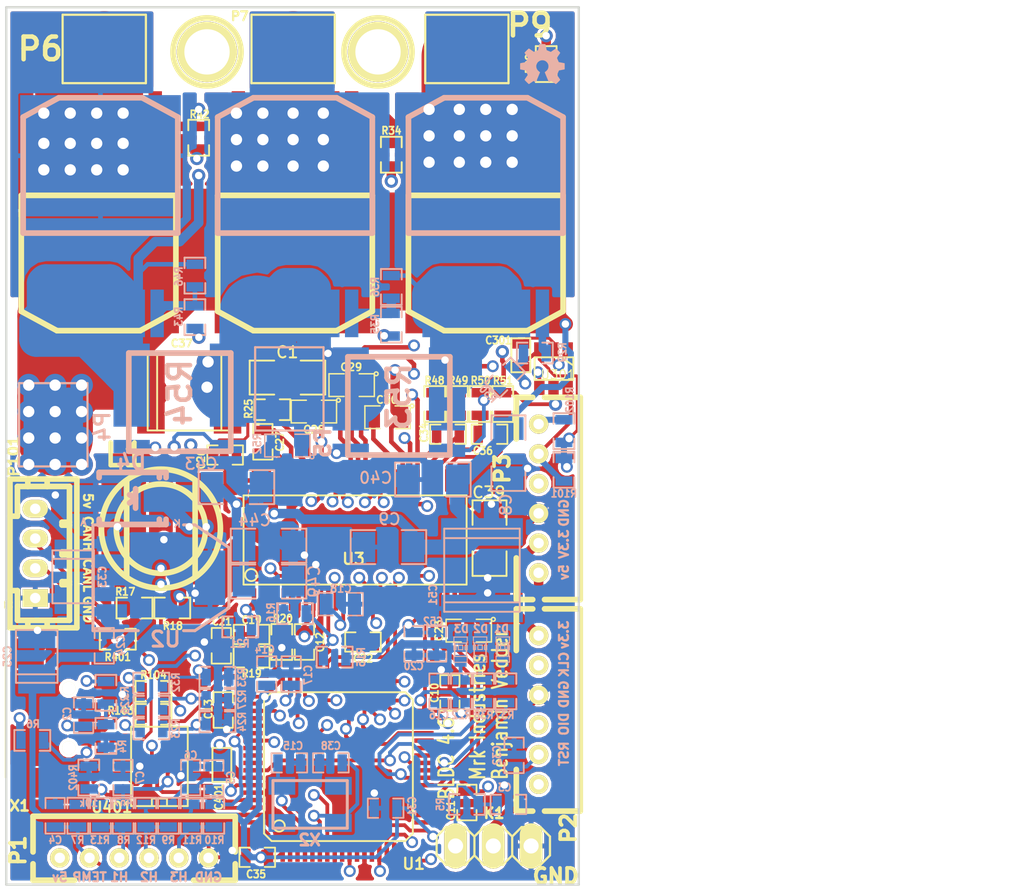
<source format=kicad_pcb>
(kicad_pcb (version 4) (host pcbnew "(2014-08-31 BZR 5107)-product")
  (title_block (title "BLDC Driver 4.6") (date "30 Aug 2014") (rev A) (company "Benjamin Vedder"))
  (layers (0 F.Cu signal) (1 GND signal) (2 Power signal) (31 B.Cu signal) (34 B.Paste user) (35 F.Paste user) (36 B.SilkS user) (37 F.SilkS user) (38 B.Mask user) (39 F.Mask user) (44 Edge.Cuts user))
  (net 0 "")
  (net 1 +5V)
  (net 2 GND)
  (net 3 NRST)
  (net 4 "Net-(C15-Pad1)")
  (net 5 "Net-(C16-Pad1)")
  (net 6 "Net-(C17-Pad1)")
  (net 7 "Net-(C18-Pad1)")
  (net 8 "Net-(C19-Pad2)")
  (net 9 "Net-(C20-Pad2)")
  (net 10 "Net-(C21-Pad2)")
  (net 11 "Net-(C22-Pad1)")
  (net 12 "Net-(C22-Pad2)")
  (net 13 "Net-(C23-Pad2)")
  (net 14 "Net-(C26-Pad2)")
  (net 15 "Net-(C27-Pad1)")
  (net 16 "Net-(C27-Pad2)")
  (net 17 "Net-(C28-Pad2)")
  (net 18 "Net-(C29-Pad2)")
  (net 19 "Net-(C30-Pad2)")
  (net 20 "Net-(C34-Pad1)")
  (net 21 "Net-(C34-Pad2)")
  (net 22 "Net-(C36-Pad1)")
  (net 23 "Net-(C36-Pad2)")
  (net 24 "Net-(C38-Pad1)")
  (net 25 "Net-(D1-Pad1)")
  (net 26 "Net-(D2-Pad1)")
  (net 27 "Net-(K1-Pad1)")
  (net 28 "Net-(Q1-PadG)")
  (net 29 "Net-(Q2-PadG)")
  (net 30 "Net-(Q3-PadG)")
  (net 31 "Net-(Q4-PadG)")
  (net 32 "Net-(Q5-PadG)")
  (net 33 "Net-(Q6-PadG)")
  (net 34 "Net-(R15-Pad2)")
  (net 35 "Net-(R17-Pad2)")
  (net 36 "Net-(R20-Pad1)")
  (net 37 "Net-(R21-Pad2)")
  (net 38 "Net-(R25-Pad2)")
  (net 39 "Net-(R6-Pad1)")
  (net 40 SWCLK)
  (net 41 SWDIO)
  (net 42 VCC)
  (net 43 V_SUPPLY)
  (net 44 "Net-(P2-Pad6)")
  (net 45 "Net-(U1-Pad4)")
  (net 46 "Net-(U1-Pad2)")
  (net 47 "Net-(U1-Pad3)")
  (net 48 "Net-(U1-Pad17)")
  (net 49 "Net-(U1-Pad20)")
  (net 50 "Net-(U1-Pad39)")
  (net 51 "Net-(U1-Pad40)")
  (net 52 "Net-(U1-Pad50)")
  (net 53 "Net-(U1-Pad54)")
  (net 54 "Net-(U1-Pad55)")
  (net 55 "Net-(U1-Pad56)")
  (net 56 "Net-(U1-Pad9)")
  (net 57 "Net-(U1-Pad11)")
  (net 58 "Net-(U1-Pad26)")
  (net 59 "Net-(U1-Pad27)")
  (net 60 "Net-(U1-Pad28)")
  (net 61 "Net-(U3-Pad4)")
  (net 62 "Net-(U3-Pad5)")
  (net 63 "Net-(U3-Pad55)")
  (net 64 "Net-(X1-Pad4)")
  (net 65 GNDPWR)
  (net 66 /MCU/AN_IN)
  (net 67 /MCU/SERVO)
  (net 68 "/Mosfet driver/H1_VS")
  (net 69 "/Mosfet driver/H2_VS")
  (net 70 "/Mosfet driver/H3_VS")
  (net 71 /MCU/ADC_EXT)
  (net 72 /MCU/RX_SCL)
  (net 73 "/Mosfet driver/H1_LOW")
  (net 74 "/Mosfet driver/H3_LOW")
  (net 75 /MCU/SENS1)
  (net 76 /MCU/SENS2)
  (net 77 "/Mosfet driver/M_H1")
  (net 78 "/Mosfet driver/M_L1")
  (net 79 /MCU/SENS3)
  (net 80 "/Mosfet driver/M_H2")
  (net 81 "/Mosfet driver/M_L2")
  (net 82 "/Mosfet driver/M_H3")
  (net 83 "/Mosfet driver/M_L3")
  (net 84 "/Mosfet driver/SH1_A")
  (net 85 "/Mosfet driver/SH1_B")
  (net 86 "/Mosfet driver/SH2_A")
  (net 87 "/Mosfet driver/SH2_B")
  (net 88 /MCU/BR_SO2)
  (net 89 /MCU/BR_SO1)
  (net 90 /MCU/DC_CAL)
  (net 91 /MCU/L3)
  (net 92 /MCU/L2)
  (net 93 /MCU/L1)
  (net 94 /MCU/EN_GATE)
  (net 95 /MCU/FAULT)
  (net 96 /MCU/H3)
  (net 97 /MCU/H2)
  (net 98 /MCU/H1)
  (net 99 /MCU/USB_DM)
  (net 100 /MCU/USB_DP)
  (net 101 /Filters/TEMP_IN)
  (net 102 /Filters/HALL3_OUT)
  (net 103 /Filters/HALL2_OUT)
  (net 104 /Filters/HALL1_OUT)
  (net 105 "Net-(D3-Pad1)")
  (net 106 /Filters/HALL1_IN)
  (net 107 /Filters/HALL2_IN)
  (net 108 /Filters/HALL3_IN)
  (net 109 "/I²C temp sensor/SDA")
  (net 110 "/CAN bus transceiver/CANL")
  (net 111 "/CAN bus transceiver/CANH")
  (net 112 /MCU/LED_GREEN)
  (net 113 /MCU/LED_RED)
  (net 114 "Net-(R103-Pad2)")
  (net 115 "Net-(R104-Pad2)")
  (net 116 "Net-(R402-Pad1)")
  (net 117 "/CAN bus transceiver/CAN_RX")
  (net 118 "/CAN bus transceiver/CAN_TX")
  (net 119 "/I²C temp sensor/ALERT")
  (net 120 "Net-(U301-Pad1)")
  (net 121 "Net-(U401-Pad5)")
  (module "JST conn:b4b-ph-kl" (layer F.Cu) (at 80.45 116.726 90)
    (fp_text reference P101 (at 6.526 -1.45 90) (layer F.SilkS) (effects (font (size 0.7 0.7) (thickness 0.175))))
    (fp_text value CANBUS hide)
    (pad 1 thru_hole rect (at -3.00228 0 90) (size 1.19888 1.69926) (drill 0.70104) (layers *.Cu *.Mask F.SilkS) (net 2 GND))
    (pad 3 thru_hole oval (at 1.00076 0 90) (size 1.19888 1.69926) (drill 0.70104) (layers *.Cu *.Mask F.SilkS) (net 111 "/CAN bus transceiver/CANH"))
    (pad 2 thru_hole oval (at -1.00076 0 90) (size 1.19888 1.69926) (drill 0.70104) (layers *.Cu *.Mask F.SilkS) (net 110 "/CAN bus transceiver/CANL"))
    (pad 4 thru_hole oval (at 2.99974 0 90) (size 1.19888 1.69926) (drill 0.70104) (layers *.Cu *.Mask F.SilkS) (net 1 +5V))
  )
  (module CRF1:pinhead-1X03 (layer F.Cu) (at 111.252 136.398)
    (fp_text reference K1 (at 0.048 -2.198) (layer F.SilkS) (effects (font (size 0.7 0.7) (thickness 0.175))))
    (fp_text value SERVO hide)
    (pad 1 thru_hole oval (at -2.54 0) (size 1.524 3.048) (drill 1.016) (layers *.Cu *.Mask F.SilkS) (net 27 "Net-(K1-Pad1)"))
    (pad 2 thru_hole oval (at 0 0) (size 1.524 3.048) (drill 1.016) (layers *.Cu *.Mask F.SilkS) (net 1 +5V))
    (pad 3 thru_hole oval (at 2.54 0) (size 1.524 3.048) (drill 1.016) (layers *.Cu *.Mask F.SilkS) (net 2 GND))
  )
  (module SMD_Packages:SOT-223 (layer B.Cu) (at 88.9 118.364 90)
    (fp_text reference U2 (at -4.136 0.3 180) (layer B.SilkS) (effects (font (size 1.016 1.016) (thickness 0.2032)) (justify mirror)))
    (fp_text value NCP1117ST33T3G hide)
    (pad 2 smd rect (at 0 3.302 90) (size 3.6576 2.032) (layers B.Cu B.Paste B.Mask) (net 42 VCC))
    (pad 2 smd rect (at 0 -3.302 90) (size 1.016 2.032) (layers B.Cu B.Paste B.Mask) (net 42 VCC))
    (pad 3 smd rect (at 2.286 -3.302 90) (size 1.016 2.032) (layers B.Cu B.Paste B.Mask) (net 1 +5V))
    (pad 1 smd rect (at -2.286 -3.302 90) (size 1.016 2.032) (layers B.Cu B.Paste B.Mask) (net 2 GND))
  )
  (module 1pin (layer F.Cu) (at 92 83)
    (fp_text reference 1PIN hide)
    (fp_text value P*** hide)
    (pad 1 thru_hole circle (at 0 0) (size 4.064 4.064) (drill 3.048) (layers *.Cu *.Mask F.SilkS) (thermal_gap 0.762))
  )
  (module 1pin (layer F.Cu) (at 103.5 83)
    (fp_text reference 1PIN hide)
    (fp_text value P*** hide)
    (pad 1 thru_hole circle (at 0 0) (size 4.064 4.064) (drill 3.048) (layers *.Cu *.Mask F.SilkS))
  )
  (module oshw_silkscreen-back_3mm (layer B.Cu) (at 114.554 83.82)
    (fp_text reference G*** hide)
    (fp_text value oshw_silkscreen-back_3mm hide)
  )
  (module SMD_Packages:SMD-1206 (layer B.Cu) (at 107.188 111.76)
    (fp_text reference C40 (at -3.847 -0.113) (layer B.SilkS) (effects (font (size 0.762 0.762) (thickness 0.127)) (justify mirror)))
    (fp_text value 4.7u,50V hide)
    (pad 1 smd rect (at -1.651 0) (size 1.524 2.032) (layers B.Cu B.Paste B.Mask) (net 2 GND))
    (pad 2 smd rect (at 1.651 0) (size 1.524 2.032) (layers B.Cu B.Paste B.Mask) (net 43 V_SUPPLY))
  )
  (module SMD_Packages:SMD-1206 (layer B.Cu) (at 112.268 109.982 90)
    (fp_text reference C8 (at -3.466 -0.173 90) (layer B.SilkS) (effects (font (size 0.762 0.762) (thickness 0.127)) (justify mirror)))
    (fp_text value 4.7u,50V hide)
    (pad 1 smd rect (at -1.651 0 90) (size 1.524 2.032) (layers B.Cu B.Paste B.Mask) (net 2 GND))
    (pad 2 smd rect (at 1.651 0 90) (size 1.524 2.032) (layers B.Cu B.Paste B.Mask) (net 43 V_SUPPLY))
  )
  (module SMD_Packages:SMD-1206 (layer B.Cu) (at 104.2 116.3)
    (fp_text reference C9 (at 0.067 -1.873) (layer B.SilkS) (effects (font (size 0.762 0.762) (thickness 0.127)) (justify mirror)))
    (fp_text value 4.7u,50V hide)
    (pad 1 smd rect (at -1.651 0) (size 1.524 2.032) (layers B.Cu B.Paste B.Mask) (net 2 GND))
    (pad 2 smd rect (at 1.651 0) (size 1.524 2.032) (layers B.Cu B.Paste B.Mask) (net 43 V_SUPPLY))
  )
  (module SMD_Packages:SMD-0805 (layer B.Cu) (at 97.409 109.474 180)
    (fp_text reference R52 (at 2.032 0.127 270) (layer B.SilkS) (effects (font (size 0.50038 0.50038) (thickness 0.10922)) (justify mirror)))
    (fp_text value 0R hide)
    (pad 1 smd rect (at -0.9525 0 180) (size 0.889 1.397) (layers B.Cu B.Paste B.Mask) (net 65 GNDPWR))
    (pad 2 smd rect (at 0.9525 0 180) (size 0.889 1.397) (layers B.Cu B.Paste B.Mask) (net 2 GND))
  )
  (module SMD_Packages:SMD-1206 (layer F.Cu) (at 97.409 104.902)
    (fp_text reference C1 (at -0.009 -1.702) (layer F.SilkS) (effects (font (size 0.762 0.762) (thickness 0.127))))
    (fp_text value 4.7u,50V hide)
    (pad 1 smd rect (at -1.651 0) (size 1.524 2.032) (layers F.Cu F.Paste F.Mask) (net 65 GNDPWR))
    (pad 2 smd rect (at 1.651 0) (size 1.524 2.032) (layers F.Cu F.Paste F.Mask) (net 43 V_SUPPLY))
  )
  (module SMD_Packages:SMD-0603_c (layer B.Cu) (at 83.7 127.6 270)
    (fp_text reference C2 (at -0.1 1.1 270) (layer B.SilkS) (effects (font (size 0.508 0.4572) (thickness 0.1143)) (justify mirror)))
    (fp_text value 100n hide)
    (pad 1 smd rect (at -0.762 0 270) (size 0.635 1.143) (layers B.Cu B.Paste B.Mask) (net 2 GND))
    (pad 2 smd rect (at 0.762 0 270) (size 0.635 1.143) (layers B.Cu B.Paste B.Mask) (net 66 /MCU/AN_IN))
  )
  (module SMD_Packages:SMD-0603_c (layer B.Cu) (at 112.268 133.604 180)
    (fp_text reference C3 (at 0.254 1.143 180) (layer B.SilkS) (effects (font (size 0.508 0.4572) (thickness 0.1143)) (justify mirror)))
    (fp_text value 100n hide)
    (pad 1 smd rect (at -0.762 0 180) (size 0.635 1.143) (layers B.Cu B.Paste B.Mask) (net 2 GND))
    (pad 2 smd rect (at 0.762 0 180) (size 0.635 1.143) (layers B.Cu B.Paste B.Mask) (net 67 /MCU/SERVO))
  )
  (module SMD_Packages:SMD-0603_c (layer B.Cu) (at 81.788 134.366 270)
    (fp_text reference C4 (at 1.634 -0.012 540) (layer B.SilkS) (effects (font (size 0.508 0.4572) (thickness 0.1143)) (justify mirror)))
    (fp_text value 4n7 hide)
    (pad 1 smd rect (at -0.762 0 270) (size 0.635 1.143) (layers B.Cu B.Paste B.Mask) (net 2 GND))
    (pad 2 smd rect (at 0.762 0 270) (size 0.635 1.143) (layers B.Cu B.Paste B.Mask) (net 101 /Filters/TEMP_IN))
  )
  (module SMD_Packages:SMD-0603_c (layer B.Cu) (at 92.456 131.826 90)
    (fp_text reference C5 (at 0.026 1.144 90) (layer B.SilkS) (effects (font (size 0.508 0.4572) (thickness 0.1143)) (justify mirror)))
    (fp_text value 4n7 hide)
    (pad 1 smd rect (at -0.762 0 90) (size 0.635 1.143) (layers B.Cu B.Paste B.Mask) (net 102 /Filters/HALL3_OUT))
    (pad 2 smd rect (at 0.762 0 90) (size 0.635 1.143) (layers B.Cu B.Paste B.Mask) (net 2 GND))
  )
  (module SMD_Packages:SMD-0603_c (layer B.Cu) (at 90.9 131.8 90)
    (fp_text reference C6 (at 1.5 0 360) (layer B.SilkS) (effects (font (size 0.508 0.4572) (thickness 0.1143)) (justify mirror)))
    (fp_text value 4n7 hide)
    (pad 1 smd rect (at -0.762 0 90) (size 0.635 1.143) (layers B.Cu B.Paste B.Mask) (net 103 /Filters/HALL2_OUT))
    (pad 2 smd rect (at 0.762 0 90) (size 0.635 1.143) (layers B.Cu B.Paste B.Mask) (net 2 GND))
  )
  (module SMD_Packages:SMD-0603_c (layer B.Cu) (at 86.35 131.8 90)
    (fp_text reference C7 (at 0 1.15 90) (layer B.SilkS) (effects (font (size 0.508 0.4572) (thickness 0.1143)) (justify mirror)))
    (fp_text value 4n7 (at -1.651 0 360) (layer B.SilkS) (effects (font (size 0.508 0.4572) (thickness 0.1143)) (justify mirror)))
    (pad 1 smd rect (at -0.762 0 90) (size 0.635 1.143) (layers B.Cu B.Paste B.Mask) (net 104 /Filters/HALL1_OUT))
    (pad 2 smd rect (at 0.762 0 90) (size 0.635 1.143) (layers B.Cu B.Paste B.Mask) (net 2 GND))
  )
  (module SMD_Packages:SMD-0603_c (layer F.Cu) (at 108.331 126.111 270)
    (fp_text reference C10 (at -0.011 1.031 450) (layer F.SilkS) (effects (font (size 0.508 0.4572) (thickness 0.1143))))
    (fp_text value 2.2u hide)
    (pad 1 smd rect (at -0.762 0 270) (size 0.635 1.143) (layers F.Cu F.Paste F.Mask) (net 2 GND))
    (pad 2 smd rect (at 0.762 0 270) (size 0.635 1.143) (layers F.Cu F.Paste F.Mask) (net 42 VCC))
  )
  (module SMD_Packages:SMD-0603_c (layer F.Cu) (at 109.474 133.477 90)
    (fp_text reference C11 (at -0.523 -1.074 270) (layer F.SilkS) (effects (font (size 0.508 0.4572) (thickness 0.1143))))
    (fp_text value 2.2u hide)
    (pad 1 smd rect (at -0.762 0 90) (size 0.635 1.143) (layers F.Cu F.Paste F.Mask) (net 2 GND))
    (pad 2 smd rect (at 0.762 0 90) (size 0.635 1.143) (layers F.Cu F.Paste F.Mask) (net 42 VCC))
  )
  (module SMD_Packages:SMD-0603_c (layer F.Cu) (at 98.552 122.682 90)
    (fp_text reference C12 (at -0.018 1.048 270) (layer F.SilkS) (effects (font (size 0.508 0.4572) (thickness 0.1143))))
    (fp_text value 2.2u hide)
    (pad 1 smd rect (at -0.762 0 90) (size 0.635 1.143) (layers F.Cu F.Paste F.Mask) (net 2 GND))
    (pad 2 smd rect (at 0.762 0 90) (size 0.635 1.143) (layers F.Cu F.Paste F.Mask) (net 42 VCC))
  )
  (module SMD_Packages:SMD-0603_c (layer F.Cu) (at 93.091 127.254 90)
    (fp_text reference C13 (at 0.054 -0.991 270) (layer F.SilkS) (effects (font (size 0.508 0.4572) (thickness 0.1143))))
    (fp_text value 2.2u hide)
    (pad 1 smd rect (at -0.762 0 90) (size 0.635 1.143) (layers F.Cu F.Paste F.Mask) (net 2 GND))
    (pad 2 smd rect (at 0.762 0 90) (size 0.635 1.143) (layers F.Cu F.Paste F.Mask) (net 42 VCC))
  )
  (module SMD_Packages:SMD-0603_c (layer B.Cu) (at 96.012 124.841 270)
    (fp_text reference C14 (at -1.651 0.127 540) (layer B.SilkS) (effects (font (size 0.508 0.4572) (thickness 0.1143)) (justify mirror)))
    (fp_text value 2.2u hide)
    (pad 1 smd rect (at -0.762 0 270) (size 0.635 1.143) (layers B.Cu B.Paste B.Mask) (net 2 GND))
    (pad 2 smd rect (at 0.762 0 270) (size 0.635 1.143) (layers B.Cu B.Paste B.Mask) (net 42 VCC))
  )
  (module SMD_Packages:SMD-0603_c (layer B.Cu) (at 97.536 130.81)
    (fp_text reference C15 (at 0.254 -1.143) (layer B.SilkS) (effects (font (size 0.508 0.4572) (thickness 0.1143)) (justify mirror)))
    (fp_text value 15p hide)
    (pad 1 smd rect (at -0.762 0) (size 0.635 1.143) (layers B.Cu B.Paste B.Mask) (net 4 "Net-(C15-Pad1)"))
    (pad 2 smd rect (at 0.762 0) (size 0.635 1.143) (layers B.Cu B.Paste B.Mask) (net 2 GND))
  )
  (module SMD_Packages:SMD-0603_c (layer B.Cu) (at 107.6 126 90)
    (fp_text reference C16 (at -1.6 0 360) (layer B.SilkS) (effects (font (size 0.508 0.4572) (thickness 0.1143)) (justify mirror)))
    (fp_text value 2.2u hide)
    (pad 1 smd rect (at -0.762 0 90) (size 0.635 1.143) (layers B.Cu B.Paste B.Mask) (net 5 "Net-(C16-Pad1)"))
    (pad 2 smd rect (at 0.762 0 90) (size 0.635 1.143) (layers B.Cu B.Paste B.Mask) (net 2 GND))
  )
  (module SMD_Packages:SMD-0603_c (layer B.Cu) (at 97.663 124.841 90)
    (fp_text reference C17 (at -0.059 1.137 90) (layer B.SilkS) (effects (font (size 0.508 0.4572) (thickness 0.1143)) (justify mirror)))
    (fp_text value 2.2u hide)
    (pad 1 smd rect (at -0.762 0 90) (size 0.635 1.143) (layers B.Cu B.Paste B.Mask) (net 6 "Net-(C17-Pad1)"))
    (pad 2 smd rect (at 0.762 0 90) (size 0.635 1.143) (layers B.Cu B.Paste B.Mask) (net 2 GND))
  )
  (module SMD_Packages:SMD-0805 (layer B.Cu) (at 100.965 120.142)
    (fp_text reference C18 (at 0.035 -1.042) (layer B.SilkS) (effects (font (size 0.50038 0.50038) (thickness 0.10922)) (justify mirror)))
    (fp_text value 2.2u hide)
    (pad 1 smd rect (at -0.9525 0) (size 0.889 1.397) (layers B.Cu B.Paste B.Mask) (net 7 "Net-(C18-Pad1)"))
    (pad 2 smd rect (at 0.9525 0) (size 0.889 1.397) (layers B.Cu B.Paste B.Mask) (net 2 GND))
  )
  (module SMD_Packages:SMD-0603_c (layer F.Cu) (at 94.996 122.174)
    (fp_text reference C19 (at 0.004 -0.974 180) (layer F.SilkS) (effects (font (size 0.508 0.4572) (thickness 0.1143))))
    (fp_text value 120p hide)
    (pad 1 smd rect (at -0.762 0) (size 0.635 1.143) (layers F.Cu F.Paste F.Mask) (net 2 GND))
    (pad 2 smd rect (at 0.762 0) (size 0.635 1.143) (layers F.Cu F.Paste F.Mask) (net 8 "Net-(C19-Pad2)"))
  )
  (module SMD_Packages:SMD-0603_c (layer B.Cu) (at 105.918 122.809 90)
    (fp_text reference C20 (at -1.491 -0.018 360) (layer B.SilkS) (effects (font (size 0.508 0.4572) (thickness 0.1143)) (justify mirror)))
    (fp_text value 1u hide)
    (pad 1 smd rect (at -0.762 0 90) (size 0.635 1.143) (layers B.Cu B.Paste B.Mask) (net 2 GND))
    (pad 2 smd rect (at 0.762 0 90) (size 0.635 1.143) (layers B.Cu B.Paste B.Mask) (net 9 "Net-(C20-Pad2)"))
  )
  (module SMD_Packages:SMD-0603_c (layer F.Cu) (at 92.964 122.936 270)
    (fp_text reference C21 (at -1.636 -0.036 540) (layer F.SilkS) (effects (font (size 0.508 0.4572) (thickness 0.1143))))
    (fp_text value 6.8n hide)
    (pad 1 smd rect (at -0.762 0 270) (size 0.635 1.143) (layers F.Cu F.Paste F.Mask) (net 2 GND))
    (pad 2 smd rect (at 0.762 0 270) (size 0.635 1.143) (layers F.Cu F.Paste F.Mask) (net 10 "Net-(C21-Pad2)"))
  )
  (module SMD_Packages:SMD-0603_c (layer F.Cu) (at 102.489 122.682)
    (fp_text reference C22 (at 0.011 1.118 180) (layer F.SilkS) (effects (font (size 0.508 0.4572) (thickness 0.1143))))
    (fp_text value 22n hide)
    (pad 1 smd rect (at -0.762 0) (size 0.635 1.143) (layers F.Cu F.Paste F.Mask) (net 11 "Net-(C22-Pad1)"))
    (pad 2 smd rect (at 0.762 0) (size 0.635 1.143) (layers F.Cu F.Paste F.Mask) (net 12 "Net-(C22-Pad2)"))
  )
  (module SMD_Packages:SMD-0805 (layer F.Cu) (at 109.601 121.92 180)
    (fp_text reference C23 (at 2.001 0.02 270) (layer F.SilkS) (effects (font (size 0.50038 0.50038) (thickness 0.10922))))
    (fp_text value 1u hide)
    (pad 1 smd rect (at -0.9525 0 180) (size 0.889 1.397) (layers F.Cu F.Paste F.Mask) (net 2 GND))
    (pad 2 smd rect (at 0.9525 0 180) (size 0.889 1.397) (layers F.Cu F.Paste F.Mask) (net 13 "Net-(C23-Pad2)"))
  )
  (module SMD_Packages:SMD-0603_c (layer B.Cu) (at 85.09 122.936 90)
    (fp_text reference C24 (at 0.036 1.11 90) (layer B.SilkS) (effects (font (size 0.508 0.4572) (thickness 0.1143)) (justify mirror)))
    (fp_text value 2.2u hide)
    (pad 1 smd rect (at -0.762 0 90) (size 0.635 1.143) (layers B.Cu B.Paste B.Mask) (net 42 VCC))
    (pad 2 smd rect (at 0.762 0 90) (size 0.635 1.143) (layers B.Cu B.Paste B.Mask) (net 2 GND))
  )
  (module w_smd_cap:c_tant_B (layer B.Cu) (at 80.55 123.65 270)
    (fp_text reference C25 (at 0 1.9685 270) (layer B.SilkS) (effects (font (size 0.50038 0.50038) (thickness 0.11938)) (justify mirror)))
    (fp_text value 100u hide)
    (pad 1 smd rect (at 1.524 0 270) (size 1.95072 2.49936) (layers B.Cu B.Paste B.Mask) (net 42 VCC))
    (pad 2 smd rect (at -1.524 0 270) (size 1.95072 2.49936) (layers B.Cu B.Paste B.Mask) (net 2 GND))
  )
  (module SMD_Packages:SMD-0603_c (layer F.Cu) (at 93.218 110.109)
    (fp_text reference C26 (at -1.618 0.291 90) (layer F.SilkS) (effects (font (size 0.508 0.4572) (thickness 0.1143))))
    (fp_text value 15n hide)
    (pad 1 smd rect (at -0.762 0) (size 0.635 1.143) (layers F.Cu F.Paste F.Mask) (net 2 GND))
    (pad 2 smd rect (at 0.762 0) (size 0.635 1.143) (layers F.Cu F.Paste F.Mask) (net 14 "Net-(C26-Pad2)"))
  )
  (module SMD_Packages:SMD-0603_c (layer F.Cu) (at 95.758 109.22 270)
    (fp_text reference C27 (at -0.02 -1.142 450) (layer F.SilkS) (effects (font (size 0.508 0.4572) (thickness 0.1143))))
    (fp_text value 100n hide)
    (pad 1 smd rect (at -0.762 0 270) (size 0.635 1.143) (layers F.Cu F.Paste F.Mask) (net 15 "Net-(C27-Pad1)"))
    (pad 2 smd rect (at 0.762 0 270) (size 0.635 1.143) (layers F.Cu F.Paste F.Mask) (net 16 "Net-(C27-Pad2)"))
  )
  (module SMD_Packages:SMD-0805 (layer F.Cu) (at 99.187 107.188 180)
    (fp_text reference C28 (at -0.013 -1.212 180) (layer F.SilkS) (effects (font (size 0.50038 0.50038) (thickness 0.10922))))
    (fp_text value 220n hide)
    (pad 1 smd rect (at -0.9525 0 180) (size 0.889 1.397) (layers F.Cu F.Paste F.Mask) (net 68 "/Mosfet driver/H1_VS"))
    (pad 2 smd rect (at 0.9525 0 180) (size 0.889 1.397) (layers F.Cu F.Paste F.Mask) (net 17 "Net-(C28-Pad2)"))
  )
  (module SMD_Packages:SMD-0805 (layer F.Cu) (at 101.727 105.41 180)
    (fp_text reference C29 (at 0.027 1.21 180) (layer F.SilkS) (effects (font (size 0.50038 0.50038) (thickness 0.10922))))
    (fp_text value 220n hide)
    (pad 1 smd rect (at -0.9525 0 180) (size 0.889 1.397) (layers F.Cu F.Paste F.Mask) (net 69 "/Mosfet driver/H2_VS"))
    (pad 2 smd rect (at 0.9525 0 180) (size 0.889 1.397) (layers F.Cu F.Paste F.Mask) (net 18 "Net-(C29-Pad2)"))
  )
  (module SMD_Packages:SMD-0805 (layer F.Cu) (at 104.14 107.569 180)
    (fp_text reference C30 (at 0.04 1.169 180) (layer F.SilkS) (effects (font (size 0.50038 0.50038) (thickness 0.10922))))
    (fp_text value 220n hide)
    (pad 1 smd rect (at -0.9525 0 180) (size 0.889 1.397) (layers F.Cu F.Paste F.Mask) (net 70 "/Mosfet driver/H3_VS"))
    (pad 2 smd rect (at 0.9525 0 180) (size 0.889 1.397) (layers F.Cu F.Paste F.Mask) (net 19 "Net-(C30-Pad2)"))
  )
  (module SMD_Packages:SMD-0603_c (layer B.Cu) (at 104.013 133.858)
    (fp_text reference C31 (at 1.778 -0.127 270) (layer B.SilkS) (effects (font (size 0.508 0.4572) (thickness 0.1143)) (justify mirror)))
    (fp_text value 2.2u hide)
    (pad 1 smd rect (at -0.762 0) (size 0.635 1.143) (layers B.Cu B.Paste B.Mask) (net 2 GND))
    (pad 2 smd rect (at 0.762 0) (size 0.635 1.143) (layers B.Cu B.Paste B.Mask) (net 42 VCC))
  )
  (module SMD_Packages:SMD-0603_c (layer B.Cu) (at 112.649 130.302 270)
    (fp_text reference C32 (at -0.002 1.149 270) (layer B.SilkS) (effects (font (size 0.508 0.4572) (thickness 0.1143)) (justify mirror)))
    (fp_text value 100n hide)
    (pad 1 smd rect (at -0.762 0 270) (size 0.635 1.143) (layers B.Cu B.Paste B.Mask) (net 2 GND))
    (pad 2 smd rect (at 0.762 0 270) (size 0.635 1.143) (layers B.Cu B.Paste B.Mask) (net 3 NRST))
  )
  (module w_smd_cap:c_tant_B (layer B.Cu) (at 83 118.3 90)
    (fp_text reference C33 (at 0 1.9685 90) (layer B.SilkS) (effects (font (size 0.50038 0.50038) (thickness 0.11938)) (justify mirror)))
    (fp_text value 100u hide)
    (pad 1 smd rect (at 1.524 0 90) (size 1.95072 2.49936) (layers B.Cu B.Paste B.Mask) (net 1 +5V))
    (pad 2 smd rect (at -1.524 0 90) (size 1.95072 2.49936) (layers B.Cu B.Paste B.Mask) (net 2 GND))
  )
  (module SMD_Packages:SMD-0603_c (layer F.Cu) (at 108.204 108.712)
    (fp_text reference C34 (at -1.604 -0.112 90) (layer F.SilkS) (effects (font (size 0.508 0.4572) (thickness 0.1143))))
    (fp_text value 2.2n hide)
    (pad 1 smd rect (at -0.762 0) (size 0.635 1.143) (layers F.Cu F.Paste F.Mask) (net 20 "Net-(C34-Pad1)"))
    (pad 2 smd rect (at 0.762 0) (size 0.635 1.143) (layers F.Cu F.Paste F.Mask) (net 21 "Net-(C34-Pad2)"))
  )
  (module SMD_Packages:SMD-0603_c (layer F.Cu) (at 95.377 137.16)
    (fp_text reference C35 (at -0.077 1.14 180) (layer F.SilkS) (effects (font (size 0.508 0.4572) (thickness 0.1143))))
    (fp_text value 2.2u hide)
    (pad 1 smd rect (at -0.762 0) (size 0.635 1.143) (layers F.Cu F.Paste F.Mask) (net 2 GND))
    (pad 2 smd rect (at 0.762 0) (size 0.635 1.143) (layers F.Cu F.Paste F.Mask) (net 42 VCC))
  )
  (module SMD_Packages:SMD-0603_c (layer F.Cu) (at 110.998 108.712)
    (fp_text reference C36 (at -0.448 1.114 180) (layer F.SilkS) (effects (font (size 0.508 0.4572) (thickness 0.1143))))
    (fp_text value 2.2n hide)
    (pad 1 smd rect (at -0.762 0) (size 0.635 1.143) (layers F.Cu F.Paste F.Mask) (net 22 "Net-(C36-Pad1)"))
    (pad 2 smd rect (at 0.762 0) (size 0.635 1.143) (layers F.Cu F.Paste F.Mask) (net 23 "Net-(C36-Pad2)"))
  )
  (module w_smd_cap:c_2220 (layer F.Cu) (at 90.805 105.918)
    (fp_text reference C37 (at -0.505 -3.318) (layer F.SilkS) (effects (font (size 0.50038 0.50038) (thickness 0.11938))))
    (fp_text value 10u,100V hide)
    (pad 1 smd rect (at 2.57556 0) (size 1.84912 5.4991) (layers F.Cu F.Paste F.Mask) (net 65 GNDPWR))
    (pad 2 smd rect (at -2.57556 0) (size 1.84912 5.4991) (layers F.Cu F.Paste F.Mask) (net 43 V_SUPPLY))
  )
  (module SMD_Packages:SMD-0603_c (layer B.Cu) (at 100.33 130.81 180)
    (fp_text reference C38 (at 0 1.143 180) (layer B.SilkS) (effects (font (size 0.508 0.4572) (thickness 0.1143)) (justify mirror)))
    (fp_text value 15p hide)
    (pad 1 smd rect (at -0.762 0 180) (size 0.635 1.143) (layers B.Cu B.Paste B.Mask) (net 24 "Net-(C38-Pad1)"))
    (pad 2 smd rect (at 0.762 0 180) (size 0.635 1.143) (layers B.Cu B.Paste B.Mask) (net 2 GND))
  )
  (module SMD_Packages:SMD-1206 (layer F.Cu) (at 110.998 115.697 90)
    (fp_text reference C39 (at 3.071 -0.048 360) (layer F.SilkS) (effects (font (size 0.762 0.762) (thickness 0.127))))
    (fp_text value 4.7u,50V hide)
    (pad 1 smd rect (at -1.651 0 90) (size 1.524 2.032) (layers F.Cu F.Paste F.Mask) (net 2 GND))
    (pad 2 smd rect (at 1.651 0 90) (size 1.524 2.032) (layers F.Cu F.Paste F.Mask) (net 43 V_SUPPLY))
  )
  (module SMD_Packages:SMD-1206 (layer B.Cu) (at 93.98 112.268)
    (fp_text reference C43 (at -2.38 -1.568) (layer B.SilkS) (effects (font (size 0.762 0.762) (thickness 0.127)) (justify mirror)))
    (fp_text value 4.7u,50V hide)
    (pad 1 smd rect (at -1.651 0) (size 1.524 2.032) (layers B.Cu B.Paste B.Mask) (net 43 V_SUPPLY))
    (pad 2 smd rect (at 1.651 0) (size 1.524 2.032) (layers B.Cu B.Paste B.Mask) (net 2 GND))
  )
  (module SMD_Packages:SMD-1206 (layer B.Cu) (at 96.139 116.205)
    (fp_text reference C44 (at -0.939 -1.705) (layer B.SilkS) (effects (font (size 0.762 0.762) (thickness 0.127)) (justify mirror)))
    (fp_text value 4.7u,50V hide)
    (pad 1 smd rect (at -1.651 0) (size 1.524 2.032) (layers B.Cu B.Paste B.Mask) (net 43 V_SUPPLY))
    (pad 2 smd rect (at 1.651 0) (size 1.524 2.032) (layers B.Cu B.Paste B.Mask) (net 2 GND))
  )
  (module SMD_Packages:SMD-1206 (layer B.Cu) (at 96.139 118.618)
    (fp_text reference C49 (at 3.061 -0.018 90) (layer B.SilkS) (effects (font (size 0.762 0.762) (thickness 0.127)) (justify mirror)))
    (fp_text value 4.7u,50V hide)
    (pad 1 smd rect (at -1.651 0) (size 1.524 2.032) (layers B.Cu B.Paste B.Mask) (net 43 V_SUPPLY))
    (pad 2 smd rect (at 1.651 0) (size 1.524 2.032) (layers B.Cu B.Paste B.Mask) (net 2 GND))
  )
  (module w_smd_cap:c_2220 (layer B.Cu) (at 110.49 117.856 270)
    (fp_text reference C51 (at 1.644 3.29 270) (layer B.SilkS) (effects (font (size 0.50038 0.50038) (thickness 0.11938)) (justify mirror)))
    (fp_text value "10u, 100v" hide)
    (pad 1 smd rect (at 2.57556 0 270) (size 1.84912 5.4991) (layers B.Cu B.Paste B.Mask) (net 2 GND))
    (pad 2 smd rect (at -2.57556 0 270) (size 1.84912 5.4991) (layers B.Cu B.Paste B.Mask) (net 43 V_SUPPLY))
  )
  (module SMD_Packages:SMD-0603_c (layer B.Cu) (at 107.442 122.809 90)
    (fp_text reference C52 (at 1.509 -0.242 360) (layer B.SilkS) (effects (font (size 0.508 0.4572) (thickness 0.1143)) (justify mirror)))
    (fp_text value 1u hide)
    (pad 1 smd rect (at -0.762 0 90) (size 0.635 1.143) (layers B.Cu B.Paste B.Mask) (net 2 GND))
    (pad 2 smd rect (at 0.762 0 90) (size 0.635 1.143) (layers B.Cu B.Paste B.Mask) (net 9 "Net-(C20-Pad2)"))
  )
  (module LEDs:LED-0603 (layer B.Cu) (at 111.887 123.19 90)
    (fp_text reference D1 (at 1.39 -0.087 180) (layer B.SilkS) (effects (font (size 0.508 0.508) (thickness 0.127)) (justify mirror)))
    (fp_text value GREEN hide)
    (pad 1 smd rect (at -0.7493 0 90) (size 0.79756 0.79756) (layers B.Cu B.Paste B.Mask) (net 25 "Net-(D1-Pad1)"))
    (pad 2 smd rect (at 0.7493 0 90) (size 0.79756 0.79756) (layers B.Cu B.Paste B.Mask) (net 2 GND))
  )
  (module LEDs:LED-0603 (layer B.Cu) (at 110.363 123.19 90)
    (fp_text reference D2 (at 1.39 0.037 180) (layer B.SilkS) (effects (font (size 0.508 0.508) (thickness 0.127)) (justify mirror)))
    (fp_text value RED hide)
    (pad 1 smd rect (at -0.7493 0 90) (size 0.79756 0.79756) (layers B.Cu B.Paste B.Mask) (net 26 "Net-(D2-Pad1)"))
    (pad 2 smd rect (at 0.7493 0 90) (size 0.79756 0.79756) (layers B.Cu B.Paste B.Mask) (net 2 GND))
  )
  (module LEDs:LED-0603 (layer B.Cu) (at 109.05 123.2 90)
    (fp_text reference D3 (at 1.4 0.05 180) (layer B.SilkS) (effects (font (size 0.508 0.508) (thickness 0.127)) (justify mirror)))
    (fp_text value LED hide)
    (pad 1 smd rect (at -0.7493 0 90) (size 0.79756 0.79756) (layers B.Cu B.Paste B.Mask) (net 105 "Net-(D3-Pad1)"))
    (pad 2 smd rect (at 0.7493 0 90) (size 0.79756 0.79756) (layers B.Cu B.Paste B.Mask) (net 2 GND))
  )
  (module Diodes_SMD:Diode-SMA_Handsoldering (layer B.Cu) (at 86.995 113.03)
    (fp_text reference D4 (at -0.095 -2.43) (layer B.SilkS) (effects (font (size 1.016 1.016) (thickness 0.2032)) (justify mirror)))
    (fp_text value DIODESCH hide)
    (fp_text user A (at -3.29946 1.6002) (layer B.SilkS) (effects (font (size 0.50038 0.50038) (thickness 0.09906)) (justify mirror)))
    (fp_text user K (at 2.99974 1.69926) (layer B.SilkS) (effects (font (size 0.50038 0.50038) (thickness 0.09906)) (justify mirror)))
    (pad 1 smd rect (at -2.49936 0) (size 3.50012 1.80086) (layers B.Cu B.Paste B.Mask) (net 2 GND))
    (pad 2 smd rect (at 2.49936 0) (size 3.50012 1.80086) (layers B.Cu B.Paste B.Mask) (net 15 "Net-(C27-Pad1)"))
  )
  (module w_smd_inductors:inductor_smd_8x5mm (layer F.Cu) (at 88.9 115.062 180)
    (fp_text reference L1 (at 2.4 4.962 180) (layer F.SilkS) (effects (font (thickness 0.3048))))
    (fp_text value 22u hide)
    (pad 1 smd rect (at -2.49936 0 180) (size 2.9972 7.49808) (layers F.Cu F.Paste F.Mask) (net 15 "Net-(C27-Pad1)"))
    (pad 2 smd rect (at 2.49936 0 180) (size 2.9972 7.49808) (layers F.Cu F.Paste F.Mask) (net 1 +5V))
  )
  (module CRF1:MICRO_JST_6 (layer F.Cu) (at 87.1 137.2)
    (fp_text reference P1 (at -7.8 -0.5 90) (layer F.SilkS) (effects (font (thickness 0.25))))
    (fp_text value HALL/Encoder hide)
    (pad 3 thru_hole circle (at -1.00076 0) (size 1.30048 1.30048) (drill 0.70104) (layers *.Cu *.Mask F.SilkS) (net 106 /Filters/HALL1_IN))
    (pad 4 thru_hole circle (at 1.00076 0) (size 1.30048 1.30048) (drill 0.70104) (layers *.Cu *.Mask F.SilkS) (net 107 /Filters/HALL2_IN))
    (pad 5 thru_hole circle (at 2.99974 0) (size 1.30048 1.30048) (drill 0.70104) (layers *.Cu *.Mask F.SilkS) (net 108 /Filters/HALL3_IN))
    (pad 6 thru_hole circle (at 5.00126 0) (size 1.30048 1.30048) (drill 0.70104) (layers *.Cu *.Mask F.SilkS) (net 2 GND))
    (pad 2 thru_hole circle (at -2.99974 0) (size 1.30048 1.30048) (drill 0.70104) (layers *.Cu *.Mask F.SilkS) (net 101 /Filters/TEMP_IN))
    (pad 1 thru_hole circle (at -5.00126 0) (size 1.30048 1.30048) (drill 0.70104) (layers *.Cu *.Mask F.SilkS) (net 1 +5V))
  )
  (module CRF1:MICRO_JST_6 (layer F.Cu) (at 114.3 127.254 270)
    (fp_text reference P2 (at 7.946 -2 450) (layer F.SilkS) (effects (font (thickness 0.25))))
    (fp_text value SWD hide)
    (pad 3 thru_hole circle (at -1.00076 0 270) (size 1.30048 1.30048) (drill 0.70104) (layers *.Cu *.Mask F.SilkS) (net 2 GND))
    (pad 4 thru_hole circle (at 1.00076 0 270) (size 1.30048 1.30048) (drill 0.70104) (layers *.Cu *.Mask F.SilkS) (net 41 SWDIO))
    (pad 5 thru_hole circle (at 2.99974 0 270) (size 1.30048 1.30048) (drill 0.70104) (layers *.Cu *.Mask F.SilkS) (net 3 NRST))
    (pad 6 thru_hole circle (at 5.00126 0 270) (size 1.30048 1.30048) (drill 0.70104) (layers *.Cu *.Mask F.SilkS) (net 44 "Net-(P2-Pad6)"))
    (pad 2 thru_hole circle (at -2.99974 0 270) (size 1.30048 1.30048) (drill 0.70104) (layers *.Cu *.Mask F.SilkS) (net 40 SWCLK))
    (pad 1 thru_hole circle (at -5.00126 0 270) (size 1.30048 1.30048) (drill 0.70104) (layers *.Cu *.Mask F.SilkS) (net 42 VCC))
  )
  (module CRF1:MICRO_JST_6 (layer F.Cu) (at 114.3 113.03 270)
    (fp_text reference P3 (at -2.004 2.45 270) (layer F.SilkS) (effects (font (thickness 0.25))))
    (fp_text value PWR_COMM hide)
    (pad 3 thru_hole circle (at -1.00076 0 270) (size 1.30048 1.30048) (drill 0.70104) (layers *.Cu *.Mask F.SilkS) (net 71 /MCU/ADC_EXT))
    (pad 4 thru_hole circle (at 1.00076 0 270) (size 1.30048 1.30048) (drill 0.70104) (layers *.Cu *.Mask F.SilkS) (net 2 GND))
    (pad 5 thru_hole circle (at 2.99974 0 270) (size 1.30048 1.30048) (drill 0.70104) (layers *.Cu *.Mask F.SilkS) (net 42 VCC))
    (pad 6 thru_hole circle (at 5.00126 0 270) (size 1.30048 1.30048) (drill 0.70104) (layers *.Cu *.Mask F.SilkS) (net 1 +5V))
    (pad 2 thru_hole circle (at -2.99974 0 270) (size 1.30048 1.30048) (drill 0.70104) (layers *.Cu *.Mask F.SilkS) (net 109 "/I²C temp sensor/SDA"))
    (pad 1 thru_hole circle (at -5.00126 0 270) (size 1.30048 1.30048) (drill 0.70104) (layers *.Cu *.Mask F.SilkS) (net 72 /MCU/RX_SCL))
  )
  (module CRF1:1PAD_4x5mm (layer B.Cu) (at 81.661 108.077)
    (fp_text reference P4 (at 3.302 0.127 90) (layer B.SilkS) (effects (font (size 1.016 1.016) (thickness 0.2032)) (justify mirror)))
    (fp_text value IN+ hide)
    (pad 1 smd rect (at 0 0) (size 4 5) (layers B.Cu B.Paste B.Mask) (net 43 V_SUPPLY))
  )
  (module CRF1:1PAD_4x5mm (layer B.Cu) (at 97.536 105.664)
    (fp_text reference P5 (at 2.264 3.636 90) (layer B.SilkS) (effects (font (thickness 0.25)) (justify mirror)))
    (fp_text value IN- hide)
    (pad 1 smd rect (at 0 0) (size 4 5) (layers B.Cu B.Paste B.Mask) (net 65 GNDPWR))
  )
  (module CRF1:1PAD_4x5mm (layer F.Cu) (at 85.09 82.804 90)
    (fp_text reference P6 (at 0 -4.3 360) (layer F.SilkS) (effects (font (thickness 0.3048))))
    (fp_text value MOTOR1 hide)
    (pad 1 smd rect (at 0 0 90) (size 4 5) (layers F.Cu F.Paste F.Mask) (net 70 "/Mosfet driver/H3_VS"))
  )
  (module CRF1:1PAD_4x5mm (layer F.Cu) (at 97.79 82.804 90)
    (fp_text reference P7 (at 2.204 -3.59 180) (layer F.SilkS) (effects (font (size 0.6 0.6))))
    (fp_text value MOTOR2 hide)
    (pad 1 smd rect (at 0 0 90) (size 4 5) (layers F.Cu F.Paste F.Mask) (net 69 "/Mosfet driver/H2_VS"))
  )
  (module CRF1:1PAD_4x5mm (layer F.Cu) (at 109.474 82.804 90)
    (fp_text reference P9 (at 1.604 4.226 360) (layer F.SilkS) (effects (font (thickness 0.3048))))
    (fp_text value MOTOR3 hide)
    (pad 1 smd rect (at 0 0 90) (size 4 5) (layers F.Cu F.Paste F.Mask) (net 68 "/Mosfet driver/H1_VS"))
  )
  (module CRF1:D2PAK-7-GDS (layer F.Cu) (at 110.744 91.948 180)
    (fp_text reference Q1 hide)
    (fp_text value IRFS3006 hide)
    (pad D smd rect (at 0 -5.90042 180) (size 10.80008 8.15086) (layers F.Cu F.Paste F.Mask) (net 43 V_SUPPLY))
    (pad G smd rect (at -3.81 4.70154 180) (size 0.89916 3.2004) (layers F.Cu F.Paste F.Mask) (net 28 "Net-(Q1-PadG)"))
    (pad S smd rect (at -2.54 4.70154 180) (size 0.89916 3.2004) (layers F.Cu F.Paste F.Mask) (net 68 "/Mosfet driver/H1_VS"))
    (pad S smd rect (at -1.27 4.70154 180) (size 0.89916 3.2004) (layers F.Cu F.Paste F.Mask) (net 68 "/Mosfet driver/H1_VS"))
    (pad S smd rect (at 1.27 4.70154 180) (size 0.89916 3.2004) (layers F.Cu F.Paste F.Mask) (net 68 "/Mosfet driver/H1_VS"))
    (pad S smd rect (at 2.54 4.70154 180) (size 0.89916 3.2004) (layers F.Cu F.Paste F.Mask) (net 68 "/Mosfet driver/H1_VS"))
    (pad S smd rect (at 3.81 4.70154 180) (size 0.89916 3.2004) (layers F.Cu F.Paste F.Mask) (net 68 "/Mosfet driver/H1_VS"))
  )
  (module CRF1:D2PAK-7-GDS (layer B.Cu) (at 110.744 95.885 180)
    (fp_text reference Q2 hide)
    (fp_text value IRFS3006 hide)
    (pad D smd rect (at 0 5.90042 180) (size 10.80008 8.15086) (layers B.Cu B.Paste B.Mask) (net 68 "/Mosfet driver/H1_VS"))
    (pad G smd rect (at -3.81 -4.70154 180) (size 0.89916 3.2004) (layers B.Cu B.Paste B.Mask) (net 29 "Net-(Q2-PadG)"))
    (pad S smd rect (at -2.54 -4.70154 180) (size 0.89916 3.2004) (layers B.Cu B.Paste B.Mask) (net 73 "/Mosfet driver/H1_LOW"))
    (pad S smd rect (at -1.27 -4.70154 180) (size 0.89916 3.2004) (layers B.Cu B.Paste B.Mask) (net 73 "/Mosfet driver/H1_LOW"))
    (pad S smd rect (at 1.27 -4.70154 180) (size 0.89916 3.2004) (layers B.Cu B.Paste B.Mask) (net 73 "/Mosfet driver/H1_LOW"))
    (pad S smd rect (at 2.54 -4.70154 180) (size 0.89916 3.2004) (layers B.Cu B.Paste B.Mask) (net 73 "/Mosfet driver/H1_LOW"))
    (pad S smd rect (at 3.81 -4.70154 180) (size 0.89916 3.2004) (layers B.Cu B.Paste B.Mask) (net 73 "/Mosfet driver/H1_LOW"))
  )
  (module CRF1:D2PAK-7-GDS (layer F.Cu) (at 97.917 91.948 180)
    (fp_text reference Q3 hide)
    (fp_text value IRFS3006 hide)
    (pad D smd rect (at 0 -5.90042 180) (size 10.80008 8.15086) (layers F.Cu F.Paste F.Mask) (net 43 V_SUPPLY))
    (pad G smd rect (at -3.81 4.70154 180) (size 0.89916 3.2004) (layers F.Cu F.Paste F.Mask) (net 30 "Net-(Q3-PadG)"))
    (pad S smd rect (at -2.54 4.70154 180) (size 0.89916 3.2004) (layers F.Cu F.Paste F.Mask) (net 69 "/Mosfet driver/H2_VS"))
    (pad S smd rect (at -1.27 4.70154 180) (size 0.89916 3.2004) (layers F.Cu F.Paste F.Mask) (net 69 "/Mosfet driver/H2_VS"))
    (pad S smd rect (at 1.27 4.70154 180) (size 0.89916 3.2004) (layers F.Cu F.Paste F.Mask) (net 69 "/Mosfet driver/H2_VS"))
    (pad S smd rect (at 2.54 4.70154 180) (size 0.89916 3.2004) (layers F.Cu F.Paste F.Mask) (net 69 "/Mosfet driver/H2_VS"))
    (pad S smd rect (at 3.81 4.70154 180) (size 0.89916 3.2004) (layers F.Cu F.Paste F.Mask) (net 69 "/Mosfet driver/H2_VS"))
  )
  (module CRF1:D2PAK-7-GDS (layer B.Cu) (at 97.917 95.885 180)
    (fp_text reference Q4 hide)
    (fp_text value IRFS3006 hide)
    (pad D smd rect (at 0 5.90042 180) (size 10.80008 8.15086) (layers B.Cu B.Paste B.Mask) (net 69 "/Mosfet driver/H2_VS"))
    (pad G smd rect (at -3.81 -4.70154 180) (size 0.89916 3.2004) (layers B.Cu B.Paste B.Mask) (net 31 "Net-(Q4-PadG)"))
    (pad S smd rect (at -2.54 -4.70154 180) (size 0.89916 3.2004) (layers B.Cu B.Paste B.Mask) (net 65 GNDPWR))
    (pad S smd rect (at -1.27 -4.70154 180) (size 0.89916 3.2004) (layers B.Cu B.Paste B.Mask) (net 65 GNDPWR))
    (pad S smd rect (at 1.27 -4.70154 180) (size 0.89916 3.2004) (layers B.Cu B.Paste B.Mask) (net 65 GNDPWR))
    (pad S smd rect (at 2.54 -4.70154 180) (size 0.89916 3.2004) (layers B.Cu B.Paste B.Mask) (net 65 GNDPWR))
    (pad S smd rect (at 3.81 -4.70154 180) (size 0.89916 3.2004) (layers B.Cu B.Paste B.Mask) (net 65 GNDPWR))
  )
  (module CRF1:D2PAK-7-GDS (layer F.Cu) (at 84.709 91.948 180)
    (fp_text reference Q5 hide)
    (fp_text value IRFS3006 hide)
    (pad D smd rect (at 0 -5.90042 180) (size 10.80008 8.15086) (layers F.Cu F.Paste F.Mask) (net 43 V_SUPPLY))
    (pad G smd rect (at -3.81 4.70154 180) (size 0.89916 3.2004) (layers F.Cu F.Paste F.Mask) (net 32 "Net-(Q5-PadG)"))
    (pad S smd rect (at -2.54 4.70154 180) (size 0.89916 3.2004) (layers F.Cu F.Paste F.Mask) (net 70 "/Mosfet driver/H3_VS"))
    (pad S smd rect (at -1.27 4.70154 180) (size 0.89916 3.2004) (layers F.Cu F.Paste F.Mask) (net 70 "/Mosfet driver/H3_VS"))
    (pad S smd rect (at 1.27 4.70154 180) (size 0.89916 3.2004) (layers F.Cu F.Paste F.Mask) (net 70 "/Mosfet driver/H3_VS"))
    (pad S smd rect (at 2.54 4.70154 180) (size 0.89916 3.2004) (layers F.Cu F.Paste F.Mask) (net 70 "/Mosfet driver/H3_VS"))
    (pad S smd rect (at 3.81 4.70154 180) (size 0.89916 3.2004) (layers F.Cu F.Paste F.Mask) (net 70 "/Mosfet driver/H3_VS"))
  )
  (module CRF1:D2PAK-7-GDS (layer B.Cu) (at 84.836 95.885 180)
    (fp_text reference Q6 hide)
    (fp_text value IRFS3006 hide)
    (pad D smd rect (at 0 5.90042 180) (size 10.80008 8.15086) (layers B.Cu B.Paste B.Mask) (net 70 "/Mosfet driver/H3_VS"))
    (pad G smd rect (at -3.81 -4.70154 180) (size 0.89916 3.2004) (layers B.Cu B.Paste B.Mask) (net 33 "Net-(Q6-PadG)"))
    (pad S smd rect (at -2.54 -4.70154 180) (size 0.89916 3.2004) (layers B.Cu B.Paste B.Mask) (net 74 "/Mosfet driver/H3_LOW"))
    (pad S smd rect (at -1.27 -4.70154 180) (size 0.89916 3.2004) (layers B.Cu B.Paste B.Mask) (net 74 "/Mosfet driver/H3_LOW"))
    (pad S smd rect (at 1.27 -4.70154 180) (size 0.89916 3.2004) (layers B.Cu B.Paste B.Mask) (net 74 "/Mosfet driver/H3_LOW"))
    (pad S smd rect (at 2.54 -4.70154 180) (size 0.89916 3.2004) (layers B.Cu B.Paste B.Mask) (net 74 "/Mosfet driver/H3_LOW"))
    (pad S smd rect (at 3.81 -4.70154 180) (size 0.89916 3.2004) (layers B.Cu B.Paste B.Mask) (net 74 "/Mosfet driver/H3_LOW"))
  )
  (module SMD_Packages:SMD-0603_r (layer B.Cu) (at 85.2 126.1 270)
    (fp_text reference R3 (at 0 -1.27 270) (layer B.SilkS) (effects (font (size 0.50038 0.4572) (thickness 0.1143)) (justify mirror)))
    (fp_text value 33k hide)
    (pad 1 smd rect (at -0.762 0 270) (size 0.635 1.143) (layers B.Cu B.Paste B.Mask) (net 43 V_SUPPLY))
    (pad 2 smd rect (at 0.762 0 270) (size 0.635 1.143) (layers B.Cu B.Paste B.Mask) (net 66 /MCU/AN_IN))
  )
  (module SMD_Packages:SMD-0603_r (layer B.Cu) (at 85.2 129 90)
    (fp_text reference R4 (at -0.7 1.1 90) (layer B.SilkS) (effects (font (size 0.50038 0.4572) (thickness 0.1143)) (justify mirror)))
    (fp_text value 2k2 hide)
    (pad 1 smd rect (at -0.762 0 90) (size 0.635 1.143) (layers B.Cu B.Paste B.Mask) (net 2 GND))
    (pad 2 smd rect (at 0.762 0 90) (size 0.635 1.143) (layers B.Cu B.Paste B.Mask) (net 66 /MCU/AN_IN))
  )
  (module SMD_Packages:SMD-0603_r (layer B.Cu) (at 109.474 133.604 180)
    (fp_text reference R5 (at 1.778 0 450) (layer B.SilkS) (effects (font (size 0.50038 0.4572) (thickness 0.1143)) (justify mirror)))
    (fp_text value 2k2 hide)
    (pad 1 smd rect (at -0.762 0 180) (size 0.635 1.143) (layers B.Cu B.Paste B.Mask) (net 67 /MCU/SERVO))
    (pad 2 smd rect (at 0.762 0 180) (size 0.635 1.143) (layers B.Cu B.Paste B.Mask) (net 27 "Net-(K1-Pad1)"))
  )
  (module SMD_Packages:SMD-0603_r (layer B.Cu) (at 80.25 129.3 180)
    (fp_text reference R6 (at -0.05 1.1 180) (layer B.SilkS) (effects (font (size 0.50038 0.4572) (thickness 0.1143)) (justify mirror)))
    (fp_text value 0R hide)
    (pad 1 smd rect (at -0.762 0 180) (size 0.635 1.143) (layers B.Cu B.Paste B.Mask) (net 39 "Net-(R6-Pad1)"))
    (pad 2 smd rect (at 0.762 0 180) (size 0.635 1.143) (layers B.Cu B.Paste B.Mask) (net 1 +5V))
  )
  (module SMD_Packages:SMD-0603_r (layer B.Cu) (at 83.312 134.366 90)
    (fp_text reference R7 (at -1.634 -0.012 360) (layer B.SilkS) (effects (font (size 0.50038 0.4572) (thickness 0.1143)) (justify mirror)))
    (fp_text value 10k hide)
    (pad 1 smd rect (at -0.762 0 90) (size 0.635 1.143) (layers B.Cu B.Paste B.Mask) (net 101 /Filters/TEMP_IN))
    (pad 2 smd rect (at 0.762 0 90) (size 0.635 1.143) (layers B.Cu B.Paste B.Mask) (net 42 VCC))
  )
  (module SMD_Packages:SMD-0603_r (layer B.Cu) (at 86.36 134.366 90)
    (fp_text reference R8 (at -1.634 0.04 360) (layer B.SilkS) (effects (font (size 0.50038 0.4572) (thickness 0.1143)) (justify mirror)))
    (fp_text value 10k hide)
    (pad 1 smd rect (at -0.762 0 90) (size 0.635 1.143) (layers B.Cu B.Paste B.Mask) (net 106 /Filters/HALL1_IN))
    (pad 2 smd rect (at 0.762 0 90) (size 0.635 1.143) (layers B.Cu B.Paste B.Mask) (net 104 /Filters/HALL1_OUT))
  )
  (module SMD_Packages:SMD-0603_r (layer B.Cu) (at 89.408 134.366 90)
    (fp_text reference R9 (at -1.634 -0.008 360) (layer B.SilkS) (effects (font (size 0.50038 0.4572) (thickness 0.1143)) (justify mirror)))
    (fp_text value 10k hide)
    (pad 1 smd rect (at -0.762 0 90) (size 0.635 1.143) (layers B.Cu B.Paste B.Mask) (net 107 /Filters/HALL2_IN))
    (pad 2 smd rect (at 0.762 0 90) (size 0.635 1.143) (layers B.Cu B.Paste B.Mask) (net 103 /Filters/HALL2_OUT))
  )
  (module SMD_Packages:SMD-0603_r (layer B.Cu) (at 92.456 134.366 90)
    (fp_text reference R10 (at -1.634 0.044 360) (layer B.SilkS) (effects (font (size 0.50038 0.4572) (thickness 0.1143)) (justify mirror)))
    (fp_text value 10k hide)
    (pad 1 smd rect (at -0.762 0 90) (size 0.635 1.143) (layers B.Cu B.Paste B.Mask) (net 108 /Filters/HALL3_IN))
    (pad 2 smd rect (at 0.762 0 90) (size 0.635 1.143) (layers B.Cu B.Paste B.Mask) (net 102 /Filters/HALL3_OUT))
  )
  (module SMD_Packages:SMD-0603_r (layer B.Cu) (at 90.932 134.366 90)
    (fp_text reference R11 (at -1.634 0.068 360) (layer B.SilkS) (effects (font (size 0.50038 0.4572) (thickness 0.1143)) (justify mirror)))
    (fp_text value 2k2 hide)
    (pad 1 smd rect (at -0.762 0 90) (size 0.635 1.143) (layers B.Cu B.Paste B.Mask) (net 108 /Filters/HALL3_IN))
    (pad 2 smd rect (at 0.762 0 90) (size 0.635 1.143) (layers B.Cu B.Paste B.Mask) (net 42 VCC))
  )
  (module SMD_Packages:SMD-0603_r (layer B.Cu) (at 87.884 134.366 90)
    (fp_text reference R12 (at -1.634 0.016 360) (layer B.SilkS) (effects (font (size 0.50038 0.4572) (thickness 0.1143)) (justify mirror)))
    (fp_text value 2k2 hide)
    (pad 1 smd rect (at -0.762 0 90) (size 0.635 1.143) (layers B.Cu B.Paste B.Mask) (net 107 /Filters/HALL2_IN))
    (pad 2 smd rect (at 0.762 0 90) (size 0.635 1.143) (layers B.Cu B.Paste B.Mask) (net 42 VCC))
  )
  (module SMD_Packages:SMD-0603_r (layer B.Cu) (at 84.836 134.366 90)
    (fp_text reference R13 (at -1.634 -0.036 360) (layer B.SilkS) (effects (font (size 0.50038 0.4572) (thickness 0.1143)) (justify mirror)))
    (fp_text value 2k2 hide)
    (pad 1 smd rect (at -0.762 0 90) (size 0.635 1.143) (layers B.Cu B.Paste B.Mask) (net 106 /Filters/HALL1_IN))
    (pad 2 smd rect (at 0.762 0 90) (size 0.635 1.143) (layers B.Cu B.Paste B.Mask) (net 42 VCC))
  )
  (module SMD_Packages:SMD-0603_r (layer B.Cu) (at 100.584 123.698 180)
    (fp_text reference R15 (at -1.778 0 450) (layer B.SilkS) (effects (font (size 0.50038 0.4572) (thickness 0.1143)) (justify mirror)))
    (fp_text value 330k hide)
    (pad 1 smd rect (at -0.762 0 180) (size 0.635 1.143) (layers B.Cu B.Paste B.Mask) (net 9 "Net-(C20-Pad2)"))
    (pad 2 smd rect (at 0.762 0 180) (size 0.635 1.143) (layers B.Cu B.Paste B.Mask) (net 34 "Net-(R15-Pad2)"))
  )
  (module SMD_Packages:SMD-0603_r (layer B.Cu) (at 97.917 120.777 180)
    (fp_text reference R16 (at 1.617 0.077 450) (layer B.SilkS) (effects (font (size 0.50038 0.4572) (thickness 0.1143)) (justify mirror)))
    (fp_text value 10k hide)
    (pad 1 smd rect (at -0.762 0 180) (size 0.635 1.143) (layers B.Cu B.Paste B.Mask) (net 34 "Net-(R15-Pad2)"))
    (pad 2 smd rect (at 0.762 0 180) (size 0.635 1.143) (layers B.Cu B.Paste B.Mask) (net 2 GND))
  )
  (module SMD_Packages:SMD-0603_r (layer F.Cu) (at 87.122 120.396)
    (fp_text reference R17 (at -0.622 -1.096) (layer F.SilkS) (effects (font (size 0.50038 0.4572) (thickness 0.1143))))
    (fp_text value 18k hide)
    (pad 1 smd rect (at -0.762 0) (size 0.635 1.143) (layers F.Cu F.Paste F.Mask) (net 1 +5V))
    (pad 2 smd rect (at 0.762 0) (size 0.635 1.143) (layers F.Cu F.Paste F.Mask) (net 35 "Net-(R17-Pad2)"))
  )
  (module SMD_Packages:SMD-0603_r (layer F.Cu) (at 89.662 120.396)
    (fp_text reference R18 (at 0.038 1.204 180) (layer F.SilkS) (effects (font (size 0.50038 0.4572) (thickness 0.1143))))
    (fp_text value 3k3 hide)
    (pad 1 smd rect (at -0.762 0) (size 0.635 1.143) (layers F.Cu F.Paste F.Mask) (net 35 "Net-(R17-Pad2)"))
    (pad 2 smd rect (at 0.762 0) (size 0.635 1.143) (layers F.Cu F.Paste F.Mask) (net 2 GND))
  )
  (module SMD_Packages:SMD-0603_r (layer F.Cu) (at 94.996 123.698)
    (fp_text reference R19 (at 0.004 1.102 180) (layer F.SilkS) (effects (font (size 0.50038 0.4572) (thickness 0.1143))))
    (fp_text value 15k hide)
    (pad 1 smd rect (at -0.762 0) (size 0.635 1.143) (layers F.Cu F.Paste F.Mask) (net 10 "Net-(C21-Pad2)"))
    (pad 2 smd rect (at 0.762 0) (size 0.635 1.143) (layers F.Cu F.Paste F.Mask) (net 8 "Net-(C19-Pad2)"))
  )
  (module SMD_Packages:SMD-0603_r (layer F.Cu) (at 97.028 122.682 270)
    (fp_text reference R20 (at -1.582 -0.072 360) (layer F.SilkS) (effects (font (size 0.50038 0.4572) (thickness 0.1143))))
    (fp_text value 10k hide)
    (pad 1 smd rect (at -0.762 0 270) (size 0.635 1.143) (layers F.Cu F.Paste F.Mask) (net 36 "Net-(R20-Pad1)"))
    (pad 2 smd rect (at 0.762 0 270) (size 0.635 1.143) (layers F.Cu F.Paste F.Mask) (net 2 GND))
  )
  (module SMD_Packages:SMD-0603_r (layer B.Cu) (at 94.234 121.666)
    (fp_text reference R21 (at -0.034 1.134) (layer B.SilkS) (effects (font (size 0.50038 0.4572) (thickness 0.1143)) (justify mirror)))
    (fp_text value 220k hide)
    (pad 1 smd rect (at -0.762 0) (size 0.635 1.143) (layers B.Cu B.Paste B.Mask) (net 2 GND))
    (pad 2 smd rect (at 0.762 0) (size 0.635 1.143) (layers B.Cu B.Paste B.Mask) (net 37 "Net-(R21-Pad2)"))
  )
  (module SMD_Packages:SMD-0603_r (layer B.Cu) (at 109.1 126 270)
    (fp_text reference R22 (at 1.6 0 540) (layer B.SilkS) (effects (font (size 0.50038 0.4572) (thickness 0.1143)) (justify mirror)))
    (fp_text value 100R hide)
    (pad 1 smd rect (at -0.762 0 270) (size 0.635 1.143) (layers B.Cu B.Paste B.Mask) (net 105 "Net-(D3-Pad1)"))
    (pad 2 smd rect (at 0.762 0 270) (size 0.635 1.143) (layers B.Cu B.Paste B.Mask) (net 42 VCC))
  )
  (module SMD_Packages:SMD-0603_r (layer B.Cu) (at 88.265 128.524)
    (fp_text reference R23 (at 1.635 -0.024 270) (layer B.SilkS) (effects (font (size 0.50038 0.4572) (thickness 0.1143)) (justify mirror)))
    (fp_text value 33k hide)
    (pad 1 smd rect (at -0.762 0) (size 0.635 1.143) (layers B.Cu B.Paste B.Mask) (net 70 "/Mosfet driver/H3_VS"))
    (pad 2 smd rect (at 0.762 0) (size 0.635 1.143) (layers B.Cu B.Paste B.Mask) (net 75 /MCU/SENS1))
  )
  (module SMD_Packages:SMD-0603_r (layer B.Cu) (at 92.7 128.05 180)
    (fp_text reference R24 (at -1.651 0 450) (layer B.SilkS) (effects (font (size 0.50038 0.4572) (thickness 0.1143)) (justify mirror)))
    (fp_text value 2k2 hide)
    (pad 1 smd rect (at -0.762 0 180) (size 0.635 1.143) (layers B.Cu B.Paste B.Mask) (net 2 GND))
    (pad 2 smd rect (at 0.762 0 180) (size 0.635 1.143) (layers B.Cu B.Paste B.Mask) (net 75 /MCU/SENS1))
  )
  (module SMD_Packages:SMD-0603_r (layer F.Cu) (at 96.393 107.061)
    (fp_text reference R25 (at -1.593 -0.061 90) (layer F.SilkS) (effects (font (size 0.50038 0.4572) (thickness 0.1143))))
    (fp_text value 1M hide)
    (pad 1 smd rect (at -0.762 0) (size 0.635 1.143) (layers F.Cu F.Paste F.Mask) (net 2 GND))
    (pad 2 smd rect (at 0.762 0) (size 0.635 1.143) (layers F.Cu F.Paste F.Mask) (net 38 "Net-(R25-Pad2)"))
  )
  (module SMD_Packages:SMD-0603_r (layer B.Cu) (at 88.265 127)
    (fp_text reference R26 (at -1.778 -0.127 270) (layer B.SilkS) (effects (font (size 0.50038 0.4572) (thickness 0.1143)) (justify mirror)))
    (fp_text value 33k hide)
    (pad 1 smd rect (at -0.762 0) (size 0.635 1.143) (layers B.Cu B.Paste B.Mask) (net 69 "/Mosfet driver/H2_VS"))
    (pad 2 smd rect (at 0.762 0) (size 0.635 1.143) (layers B.Cu B.Paste B.Mask) (net 76 /MCU/SENS2))
  )
  (module SMD_Packages:SMD-0603_r (layer B.Cu) (at 92.7 126.55 180)
    (fp_text reference R27 (at -1.651 0 450) (layer B.SilkS) (effects (font (size 0.50038 0.4572) (thickness 0.1143)) (justify mirror)))
    (fp_text value 2k2 hide)
    (pad 1 smd rect (at -0.762 0 180) (size 0.635 1.143) (layers B.Cu B.Paste B.Mask) (net 2 GND))
    (pad 2 smd rect (at 0.762 0 180) (size 0.635 1.143) (layers B.Cu B.Paste B.Mask) (net 76 /MCU/SENS2))
  )
  (module SMD_Packages:SMD-0603_r (layer F.Cu) (at 114.808 83.82 90)
    (fp_text reference R28 (at 0.02 -1.108 90) (layer F.SilkS) (effects (font (size 0.50038 0.4572) (thickness 0.1143))))
    (fp_text value 4R7 hide)
    (pad 1 smd rect (at -0.762 0 90) (size 0.635 1.143) (layers F.Cu F.Paste F.Mask) (net 28 "Net-(Q1-PadG)"))
    (pad 2 smd rect (at 0.762 0 90) (size 0.635 1.143) (layers F.Cu F.Paste F.Mask) (net 77 "/Mosfet driver/M_H1"))
  )
  (module SMD_Packages:SMD-0603_r (layer B.Cu) (at 114.046 103.251 180)
    (fp_text reference R29 (at -1.854 0.051 450) (layer B.SilkS) (effects (font (size 0.50038 0.4572) (thickness 0.1143)) (justify mirror)))
    (fp_text value 4R7 hide)
    (pad 1 smd rect (at -0.762 0 180) (size 0.635 1.143) (layers B.Cu B.Paste B.Mask) (net 29 "Net-(Q2-PadG)"))
    (pad 2 smd rect (at 0.762 0 180) (size 0.635 1.143) (layers B.Cu B.Paste B.Mask) (net 78 "/Mosfet driver/M_L1"))
  )
  (module SMD_Packages:SMD-0603_r (layer B.Cu) (at 112.05 104.9 45)
    (fp_text reference R30 (at -1.59099 -0.035355 315) (layer B.SilkS) (effects (font (size 0.50038 0.4572) (thickness 0.1143)) (justify mirror)))
    (fp_text value 33k hide)
    (pad 1 smd rect (at -0.762 0 45) (size 0.635 1.143) (layers B.Cu B.Paste B.Mask) (net 73 "/Mosfet driver/H1_LOW"))
    (pad 2 smd rect (at 0.762 0 45) (size 0.635 1.143) (layers B.Cu B.Paste B.Mask) (net 78 "/Mosfet driver/M_L1"))
  )
  (module SMD_Packages:SMD-0603_r (layer B.Cu) (at 88.25 125.45)
    (fp_text reference R32 (at 1.65 -0.05 270) (layer B.SilkS) (effects (font (size 0.50038 0.4572) (thickness 0.1143)) (justify mirror)))
    (fp_text value 33k hide)
    (pad 1 smd rect (at -0.762 0) (size 0.635 1.143) (layers B.Cu B.Paste B.Mask) (net 68 "/Mosfet driver/H1_VS"))
    (pad 2 smd rect (at 0.762 0) (size 0.635 1.143) (layers B.Cu B.Paste B.Mask) (net 79 /MCU/SENS3))
  )
  (module SMD_Packages:SMD-0603_r (layer B.Cu) (at 92.7 125.05 180)
    (fp_text reference R33 (at -1.651 0 450) (layer B.SilkS) (effects (font (size 0.50038 0.4572) (thickness 0.1143)) (justify mirror)))
    (fp_text value 2k2 hide)
    (pad 1 smd rect (at -0.762 0 180) (size 0.635 1.143) (layers B.Cu B.Paste B.Mask) (net 2 GND))
    (pad 2 smd rect (at 0.762 0 180) (size 0.635 1.143) (layers B.Cu B.Paste B.Mask) (net 79 /MCU/SENS3))
  )
  (module SMD_Packages:SMD-0603_r (layer F.Cu) (at 104.394 89.916 270)
    (fp_text reference R34 (at -1.616 -0.006 360) (layer F.SilkS) (effects (font (size 0.50038 0.4572) (thickness 0.1143))))
    (fp_text value 4R7 hide)
    (pad 1 smd rect (at -0.762 0 270) (size 0.635 1.143) (layers F.Cu F.Paste F.Mask) (net 30 "Net-(Q3-PadG)"))
    (pad 2 smd rect (at 0.762 0 270) (size 0.635 1.143) (layers F.Cu F.Paste F.Mask) (net 80 "/Mosfet driver/M_H2"))
  )
  (module SMD_Packages:SMD-0603_r (layer B.Cu) (at 104.394 101.346 270)
    (fp_text reference R35 (at -0.046 1.094 270) (layer B.SilkS) (effects (font (size 0.50038 0.4572) (thickness 0.1143)) (justify mirror)))
    (fp_text value 4R7 hide)
    (pad 1 smd rect (at -0.762 0 270) (size 0.635 1.143) (layers B.Cu B.Paste B.Mask) (net 31 "Net-(Q4-PadG)"))
    (pad 2 smd rect (at 0.762 0 270) (size 0.635 1.143) (layers B.Cu B.Paste B.Mask) (net 81 "/Mosfet driver/M_L2"))
  )
  (module SMD_Packages:SMD-0603_r (layer B.Cu) (at 104.394 98.806 270)
    (fp_text reference R36 (at -0.006 1.094 270) (layer B.SilkS) (effects (font (size 0.50038 0.4572) (thickness 0.1143)) (justify mirror)))
    (fp_text value 33k hide)
    (pad 1 smd rect (at -0.762 0 270) (size 0.635 1.143) (layers B.Cu B.Paste B.Mask) (net 73 "/Mosfet driver/H1_LOW"))
    (pad 2 smd rect (at 0.762 0 270) (size 0.635 1.143) (layers B.Cu B.Paste B.Mask) (net 31 "Net-(Q4-PadG)"))
  )
  (module SMD_Packages:SMD-0603_r (layer B.Cu) (at 112.1 126 270)
    (fp_text reference R37 (at 1.6 0.1 540) (layer B.SilkS) (effects (font (size 0.50038 0.4572) (thickness 0.1143)) (justify mirror)))
    (fp_text value 100R hide)
    (pad 1 smd rect (at -0.762 0 270) (size 0.635 1.143) (layers B.Cu B.Paste B.Mask) (net 25 "Net-(D1-Pad1)"))
    (pad 2 smd rect (at 0.762 0 270) (size 0.635 1.143) (layers B.Cu B.Paste B.Mask) (net 112 /MCU/LED_GREEN))
  )
  (module SMD_Packages:SMD-0603_r (layer B.Cu) (at 110.6 126 270)
    (fp_text reference R38 (at 1.6 0 540) (layer B.SilkS) (effects (font (size 0.50038 0.4572) (thickness 0.1143)) (justify mirror)))
    (fp_text value 100R hide)
    (pad 1 smd rect (at -0.762 0 270) (size 0.635 1.143) (layers B.Cu B.Paste B.Mask) (net 26 "Net-(D2-Pad1)"))
    (pad 2 smd rect (at 0.762 0 270) (size 0.635 1.143) (layers B.Cu B.Paste B.Mask) (net 113 /MCU/LED_RED))
  )
  (module SMD_Packages:SMD-0603_r (layer F.Cu) (at 91.44 88.773 270)
    (fp_text reference R42 (at -1.573 -0.06 360) (layer F.SilkS) (effects (font (size 0.50038 0.4572) (thickness 0.1143))))
    (fp_text value 4R7 hide)
    (pad 1 smd rect (at -0.762 0 270) (size 0.635 1.143) (layers F.Cu F.Paste F.Mask) (net 32 "Net-(Q5-PadG)"))
    (pad 2 smd rect (at 0.762 0 270) (size 0.635 1.143) (layers F.Cu F.Paste F.Mask) (net 82 "/Mosfet driver/M_H3"))
  )
  (module SMD_Packages:SMD-0603_r (layer B.Cu) (at 91.186 100.838 270)
    (fp_text reference R43 (at -0.038 1.086 450) (layer B.SilkS) (effects (font (size 0.50038 0.4572) (thickness 0.1143)) (justify mirror)))
    (fp_text value 4R7 hide)
    (pad 1 smd rect (at -0.762 0 270) (size 0.635 1.143) (layers B.Cu B.Paste B.Mask) (net 33 "Net-(Q6-PadG)"))
    (pad 2 smd rect (at 0.762 0 270) (size 0.635 1.143) (layers B.Cu B.Paste B.Mask) (net 83 "/Mosfet driver/M_L3"))
  )
  (module SMD_Packages:SMD-0603_r (layer B.Cu) (at 91.186 98.044 270)
    (fp_text reference R46 (at 0.056 1.086 270) (layer B.SilkS) (effects (font (size 0.50038 0.4572) (thickness 0.1143)) (justify mirror)))
    (fp_text value 33k hide)
    (pad 1 smd rect (at -0.762 0 270) (size 0.635 1.143) (layers B.Cu B.Paste B.Mask) (net 74 "/Mosfet driver/H3_LOW"))
    (pad 2 smd rect (at 0.762 0 270) (size 0.635 1.143) (layers B.Cu B.Paste B.Mask) (net 33 "Net-(Q6-PadG)"))
  )
  (module SMD_Packages:SMD-0603_r (layer F.Cu) (at 107.315 106.68 270)
    (fp_text reference R48 (at -1.58 0.015 360) (layer F.SilkS) (effects (font (size 0.50038 0.4572) (thickness 0.1143))))
    (fp_text value 100R hide)
    (pad 1 smd rect (at -0.762 0 270) (size 0.635 1.143) (layers F.Cu F.Paste F.Mask) (net 84 "/Mosfet driver/SH1_A"))
    (pad 2 smd rect (at 0.762 0 270) (size 0.635 1.143) (layers F.Cu F.Paste F.Mask) (net 20 "Net-(C34-Pad1)"))
  )
  (module SMD_Packages:SMD-0603_r (layer F.Cu) (at 108.839 106.68 270)
    (fp_text reference R49 (at -1.58 -0.061 360) (layer F.SilkS) (effects (font (size 0.50038 0.4572) (thickness 0.1143))))
    (fp_text value 100R hide)
    (pad 1 smd rect (at -0.762 0 270) (size 0.635 1.143) (layers F.Cu F.Paste F.Mask) (net 85 "/Mosfet driver/SH1_B"))
    (pad 2 smd rect (at 0.762 0 270) (size 0.635 1.143) (layers F.Cu F.Paste F.Mask) (net 21 "Net-(C34-Pad2)"))
  )
  (module SMD_Packages:SMD-0603_r (layer F.Cu) (at 110.363 106.68 270)
    (fp_text reference R50 (at -1.58 -0.037 360) (layer F.SilkS) (effects (font (size 0.50038 0.4572) (thickness 0.1143))))
    (fp_text value 100R hide)
    (pad 1 smd rect (at -0.762 0 270) (size 0.635 1.143) (layers F.Cu F.Paste F.Mask) (net 86 "/Mosfet driver/SH2_A"))
    (pad 2 smd rect (at 0.762 0 270) (size 0.635 1.143) (layers F.Cu F.Paste F.Mask) (net 22 "Net-(C36-Pad1)"))
  )
  (module SMD_Packages:SMD-0603_r (layer F.Cu) (at 111.887 106.68 270)
    (fp_text reference R51 (at -1.58 -0.013 360) (layer F.SilkS) (effects (font (size 0.50038 0.4572) (thickness 0.1143))))
    (fp_text value 100R hide)
    (pad 1 smd rect (at -0.762 0 270) (size 0.635 1.143) (layers F.Cu F.Paste F.Mask) (net 87 "/Mosfet driver/SH2_B"))
    (pad 2 smd rect (at 0.762 0 270) (size 0.635 1.143) (layers F.Cu F.Paste F.Mask) (net 23 "Net-(C36-Pad2)"))
  )
  (module CRF1:WSLP2726 (layer B.Cu) (at 104.902 108.712)
    (fp_text reference R53 (at 0 -2.54 270) (layer B.SilkS) (effects (font (thickness 0.3048)) (justify mirror)))
    (fp_text value SHUNT hide)
    (pad 1 smd rect (at -3.2385 -3.048) (size 2.4384 5.588) (layers B.Cu B.Paste B.Mask) (net 65 GNDPWR))
    (pad 2 smd rect (at 3.2385 -3.048) (size 2.4384 5.588) (layers B.Cu B.Paste B.Mask) (net 73 "/Mosfet driver/H1_LOW"))
    (pad 3 smd rect (at -3.2385 1.0795) (size 2.4384 0.889) (layers B.Cu B.Paste B.Mask) (net 87 "/Mosfet driver/SH2_B"))
    (pad 4 smd rect (at 3.2385 1.0795) (size 2.4384 0.889) (layers B.Cu B.Paste B.Mask) (net 86 "/Mosfet driver/SH2_A"))
  )
  (module CRF1:WSLP2726 (layer B.Cu) (at 90.17 108.458)
    (fp_text reference R54 (at 0 -2.54 270) (layer B.SilkS) (effects (font (thickness 0.3048)) (justify mirror)))
    (fp_text value SHUNT hide)
    (pad 1 smd rect (at -3.2385 -3.048) (size 2.4384 5.588) (layers B.Cu B.Paste B.Mask) (net 74 "/Mosfet driver/H3_LOW"))
    (pad 2 smd rect (at 3.2385 -3.048) (size 2.4384 5.588) (layers B.Cu B.Paste B.Mask) (net 65 GNDPWR))
    (pad 3 smd rect (at -3.2385 1.0795) (size 2.4384 0.889) (layers B.Cu B.Paste B.Mask) (net 84 "/Mosfet driver/SH1_A"))
    (pad 4 smd rect (at 3.2385 1.0795) (size 2.4384 0.889) (layers B.Cu B.Paste B.Mask) (net 85 "/Mosfet driver/SH1_B"))
  )
  (module CRF1:lqfp64_pad_mod (layer F.Cu) (at 100.838 131.064)
    (fp_text reference U1 (at 5.062 6.536) (layer F.SilkS) (effects (font (size 0.7493 0.7493) (thickness 0.14986))))
    (fp_text value STM32F40X_LQFP64 hide)
    (pad 4 smd rect (at -2.25044 5.75056) (size 0.3 1.30048) (layers F.Cu F.Paste F.Mask) (net 45 "Net-(U1-Pad4)"))
    (pad 5 smd rect (at -1.75006 5.75056) (size 0.3 1.30048) (layers F.Cu F.Paste F.Mask) (net 4 "Net-(C15-Pad1)"))
    (pad 6 smd rect (at -1.24968 5.75056) (size 0.3 1.30048) (layers F.Cu F.Paste F.Mask) (net 24 "Net-(C38-Pad1)"))
    (pad 7 smd rect (at -0.7493 5.75056) (size 0.3 1.30048) (layers F.Cu F.Paste F.Mask) (net 3 NRST))
    (pad 8 smd rect (at -0.24892 5.75056) (size 0.3 1.30048) (layers F.Cu F.Paste F.Mask) (net 101 /Filters/TEMP_IN))
    (pad 1 smd rect (at -3.74904 5.75056) (size 0.3 1.30048) (layers F.Cu F.Paste F.Mask) (net 42 VCC))
    (pad 2 smd rect (at -3.2512 5.75056) (size 0.3 1.30048) (layers F.Cu F.Paste F.Mask) (net 46 "Net-(U1-Pad2)"))
    (pad 3 smd rect (at -2.75082 5.75056) (size 0.3 1.30048) (layers F.Cu F.Paste F.Mask) (net 47 "Net-(U1-Pad3)"))
    (pad 17 smd rect (at 5.75056 3.74904) (size 1.30048 0.3) (layers F.Cu F.Paste F.Mask) (net 48 "Net-(U1-Pad17)"))
    (pad 18 smd rect (at 5.75056 3.2512) (size 1.30048 0.3) (layers F.Cu F.Paste F.Mask) (net 2 GND))
    (pad 19 smd rect (at 5.75056 2.75082) (size 1.30048 0.3) (layers F.Cu F.Paste F.Mask) (net 42 VCC))
    (pad 20 smd rect (at 5.75056 2.25044) (size 1.30048 0.3) (layers F.Cu F.Paste F.Mask) (net 49 "Net-(U1-Pad20)"))
    (pad 21 smd rect (at 5.75056 1.75006) (size 1.30048 0.3) (layers F.Cu F.Paste F.Mask) (net 88 /MCU/BR_SO2))
    (pad 22 smd rect (at 5.75056 1.24968) (size 1.30048 0.3) (layers F.Cu F.Paste F.Mask) (net 89 /MCU/BR_SO1))
    (pad 23 smd rect (at 5.75056 0.7493) (size 1.30048 0.3) (layers F.Cu F.Paste F.Mask) (net 113 /MCU/LED_RED))
    (pad 24 smd rect (at 5.75056 0.24892) (size 1.30048 0.3) (layers F.Cu F.Paste F.Mask) (net 112 /MCU/LED_GREEN))
    (pad 33 smd rect (at 3.74904 -5.75056) (size 0.3 1.30048) (layers F.Cu F.Paste F.Mask) (net 90 /MCU/DC_CAL))
    (pad 34 smd rect (at 3.2512 -5.75056) (size 0.3 1.30048) (layers F.Cu F.Paste F.Mask) (net 91 /MCU/L3))
    (pad 35 smd rect (at 2.75082 -5.75056) (size 0.3 1.30048) (layers F.Cu F.Paste F.Mask) (net 92 /MCU/L2))
    (pad 36 smd rect (at 2.25044 -5.75056) (size 0.3 1.30048) (layers F.Cu F.Paste F.Mask) (net 93 /MCU/L1))
    (pad 37 smd rect (at 1.75006 -5.75056) (size 0.3 1.30048) (layers F.Cu F.Paste F.Mask) (net 109 "/I²C temp sensor/SDA"))
    (pad 38 smd rect (at 1.24968 -5.75056) (size 0.3 1.30048) (layers F.Cu F.Paste F.Mask) (net 72 /MCU/RX_SCL))
    (pad 39 smd rect (at 0.7493 -5.75056) (size 0.3 1.30048) (layers F.Cu F.Paste F.Mask) (net 50 "Net-(U1-Pad39)"))
    (pad 40 smd rect (at 0.24892 -5.75056) (size 0.3 1.30048) (layers F.Cu F.Paste F.Mask) (net 51 "Net-(U1-Pad40)"))
    (pad 49 smd rect (at -5.75056 -3.74904) (size 1.30048 0.3) (layers F.Cu F.Paste F.Mask) (net 40 SWCLK))
    (pad 50 smd rect (at -5.75056 -3.2512) (size 1.30048 0.3) (layers F.Cu F.Paste F.Mask) (net 52 "Net-(U1-Pad50)"))
    (pad 51 smd rect (at -5.75056 -2.75082) (size 1.30048 0.3) (layers F.Cu F.Paste F.Mask) (net 94 /MCU/EN_GATE))
    (pad 52 smd rect (at -5.75056 -2.25044) (size 1.30048 0.3) (layers F.Cu F.Paste F.Mask) (net 102 /Filters/HALL3_OUT))
    (pad 53 smd rect (at -5.75056 -1.75006) (size 1.30048 0.3) (layers F.Cu F.Paste F.Mask) (net 95 /MCU/FAULT))
    (pad 54 smd rect (at -5.75056 -1.24968) (size 1.30048 0.3) (layers F.Cu F.Paste F.Mask) (net 53 "Net-(U1-Pad54)"))
    (pad 55 smd rect (at -5.75056 -0.7493) (size 1.30048 0.3) (layers F.Cu F.Paste F.Mask) (net 54 "Net-(U1-Pad55)"))
    (pad 56 smd rect (at -5.75056 -0.24892) (size 1.30048 0.3) (layers F.Cu F.Paste F.Mask) (net 55 "Net-(U1-Pad56)"))
    (pad 9 smd rect (at 0.24892 5.75056) (size 0.3 1.30048) (layers F.Cu F.Paste F.Mask) (net 56 "Net-(U1-Pad9)"))
    (pad 10 smd rect (at 0.7493 5.75056) (size 0.3 1.30048) (layers F.Cu F.Paste F.Mask) (net 66 /MCU/AN_IN))
    (pad 11 smd rect (at 1.24968 5.75056) (size 0.3 1.30048) (layers F.Cu F.Paste F.Mask) (net 57 "Net-(U1-Pad11)"))
    (pad 25 smd rect (at 5.75056 -0.24892) (size 1.30048 0.3) (layers F.Cu F.Paste F.Mask) (net 71 /MCU/ADC_EXT))
    (pad 26 smd rect (at 5.75056 -0.7493) (size 1.30048 0.3) (layers F.Cu F.Paste F.Mask) (net 58 "Net-(U1-Pad26)"))
    (pad 27 smd rect (at 5.75056 -1.24968) (size 1.30048 0.3) (layers F.Cu F.Paste F.Mask) (net 59 "Net-(U1-Pad27)"))
    (pad 41 smd rect (at -0.24892 -5.75056) (size 0.3 1.30048) (layers F.Cu F.Paste F.Mask) (net 96 /MCU/H3))
    (pad 42 smd rect (at -0.7493 -5.75056) (size 0.3 1.30048) (layers F.Cu F.Paste F.Mask) (net 97 /MCU/H2))
    (pad 43 smd rect (at -1.24968 -5.75056) (size 0.3 1.30048) (layers F.Cu F.Paste F.Mask) (net 98 /MCU/H1))
    (pad 57 smd rect (at -5.75056 0.24892) (size 1.30048 0.3) (layers F.Cu F.Paste F.Mask) (net 67 /MCU/SERVO))
    (pad 58 smd rect (at -5.75056 0.7493) (size 1.30048 0.3) (layers F.Cu F.Paste F.Mask) (net 104 /Filters/HALL1_OUT))
    (pad 59 smd rect (at -5.75056 1.24968) (size 1.30048 0.3) (layers F.Cu F.Paste F.Mask) (net 103 /Filters/HALL2_OUT))
    (pad 12 smd rect (at 1.75006 5.75056) (size 0.3 1.30048) (layers F.Cu F.Paste F.Mask) (net 2 GND))
    (pad 13 smd rect (at 2.25044 5.75056) (size 0.3 1.30048) (layers F.Cu F.Paste F.Mask) (net 42 VCC))
    (pad 14 smd rect (at 2.75082 5.75056) (size 0.3 1.30048) (layers F.Cu F.Paste F.Mask) (net 79 /MCU/SENS3))
    (pad 15 smd rect (at 3.2512 5.75056) (size 0.3 1.30048) (layers F.Cu F.Paste F.Mask) (net 76 /MCU/SENS2))
    (pad 16 smd rect (at 3.74904 5.75056) (size 0.3 1.30048) (layers F.Cu F.Paste F.Mask) (net 75 /MCU/SENS1))
    (pad 28 smd rect (at 5.75056 -1.75006) (size 1.30048 0.3) (layers F.Cu F.Paste F.Mask) (net 60 "Net-(U1-Pad28)"))
    (pad 29 smd rect (at 5.75056 -2.25044) (size 1.30048 0.3) (layers F.Cu F.Paste F.Mask) (net 72 /MCU/RX_SCL))
    (pad 30 smd rect (at 5.75056 -2.75082) (size 1.30048 0.3) (layers F.Cu F.Paste F.Mask) (net 109 "/I²C temp sensor/SDA"))
    (pad 31 smd rect (at 5.75056 -3.2512) (size 1.30048 0.3) (layers F.Cu F.Paste F.Mask) (net 5 "Net-(C16-Pad1)"))
    (pad 32 smd rect (at 5.75056 -3.74904) (size 1.30048 0.3) (layers F.Cu F.Paste F.Mask) (net 42 VCC))
    (pad 44 smd rect (at -1.75006 -5.75056) (size 0.3 1.30048) (layers F.Cu F.Paste F.Mask) (net 99 /MCU/USB_DM))
    (pad 45 smd rect (at -2.25044 -5.75056) (size 0.3 1.30048) (layers F.Cu F.Paste F.Mask) (net 100 /MCU/USB_DP))
    (pad 46 smd rect (at -2.75082 -5.75056) (size 0.3 1.30048) (layers F.Cu F.Paste F.Mask) (net 41 SWDIO))
    (pad 47 smd rect (at -3.2512 -5.75056) (size 0.3 1.30048) (layers F.Cu F.Paste F.Mask) (net 6 "Net-(C17-Pad1)"))
    (pad 48 smd rect (at -3.74904 -5.75056) (size 0.3 1.30048) (layers F.Cu F.Paste F.Mask) (net 42 VCC))
    (pad 60 smd rect (at -5.75056 1.75006) (size 1.30048 0.3) (layers F.Cu F.Paste F.Mask) (net 2 GND))
    (pad 61 smd rect (at -5.75056 2.25044) (size 1.30048 0.3) (layers F.Cu F.Paste F.Mask) (net 117 "/CAN bus transceiver/CAN_RX"))
    (pad 62 smd rect (at -5.75056 2.75082) (size 1.30048 0.3) (layers F.Cu F.Paste F.Mask) (net 118 "/CAN bus transceiver/CAN_TX"))
    (pad 63 smd rect (at -5.75056 3.2512) (size 1.30048 0.3) (layers F.Cu F.Paste F.Mask) (net 2 GND))
    (pad 64 smd rect (at -5.75056 3.74904) (size 1.30048 0.3) (layers F.Cu F.Paste F.Mask) (net 42 VCC))
  )
  (module CRF1:TSSOP-56-PP (layer F.Cu) (at 101.854 115.824)
    (fp_text reference U3 (at 0 1.27) (layer F.SilkS) (effects (font (size 0.7493 0.7493) (thickness 0.14986))))
    (fp_text value DRV8302 hide)
    (pad 38 smd rect (at 2.30378 -4.0005) (size 0.29972 1.50114) (layers F.Cu F.Paste F.Mask) (net 19 "Net-(C30-Pad2)"))
    (pad 39 smd rect (at 1.8034 -4.0005) (size 0.29972 1.50114) (layers F.Cu F.Paste F.Mask) (net 65 GNDPWR))
    (pad 40 smd rect (at 1.30302 -4.0005) (size 0.29972 1.50114) (layers F.Cu F.Paste F.Mask) (net 81 "/Mosfet driver/M_L2"))
    (pad 41 smd rect (at 0.80264 -4.0005) (size 0.29972 1.50114) (layers F.Cu F.Paste F.Mask) (net 69 "/Mosfet driver/H2_VS"))
    (pad 42 smd rect (at 0.30226 -4.0005) (size 0.29972 1.50114) (layers F.Cu F.Paste F.Mask) (net 80 "/Mosfet driver/M_H2"))
    (pad 43 smd rect (at -0.19558 -4.0005) (size 0.29972 1.50114) (layers F.Cu F.Paste F.Mask) (net 18 "Net-(C29-Pad2)"))
    (pad 44 smd rect (at -0.69596 -4.0005) (size 0.29972 1.50114) (layers F.Cu F.Paste F.Mask) (net 73 "/Mosfet driver/H1_LOW"))
    (pad 45 smd rect (at -1.19634 -4.0005) (size 0.29972 1.50114) (layers F.Cu F.Paste F.Mask) (net 78 "/Mosfet driver/M_L1"))
    (pad 46 smd rect (at -1.69672 -4.0005) (size 0.29972 1.50114) (layers F.Cu F.Paste F.Mask) (net 68 "/Mosfet driver/H1_VS"))
    (pad 47 smd rect (at -2.1971 -4.0005) (size 0.29972 1.50114) (layers F.Cu F.Paste F.Mask) (net 77 "/Mosfet driver/M_H1"))
    (pad 48 smd rect (at -2.69748 -4.0005) (size 0.29972 1.50114) (layers F.Cu F.Paste F.Mask) (net 17 "Net-(C28-Pad2)"))
    (pad 29 smd rect (at 6.80212 -4.0005) (size 0.29972 1.50114) (layers F.Cu F.Paste F.Mask) (net 43 V_SUPPLY))
    (pad 30 smd rect (at 6.30428 -4.0005) (size 0.29972 1.50114) (layers F.Cu F.Paste F.Mask) (net 23 "Net-(C36-Pad2)"))
    (pad 31 smd rect (at 5.8039 -4.0005) (size 0.29972 1.50114) (layers F.Cu F.Paste F.Mask) (net 22 "Net-(C36-Pad1)"))
    (pad 17 smd rect (at 1.30302 4.0005) (size 0.29972 1.50114) (layers F.Cu F.Paste F.Mask) (net 98 /MCU/H1))
    (pad 33 smd rect (at 4.80314 -4.0005) (size 0.29972 1.50114) (layers F.Cu F.Paste F.Mask) (net 20 "Net-(C34-Pad1)"))
    (pad 34 smd rect (at 4.30276 -4.0005) (size 0.29972 1.50114) (layers F.Cu F.Paste F.Mask) (net 74 "/Mosfet driver/H3_LOW"))
    (pad 35 smd rect (at 3.80238 -4.0005) (size 0.29972 1.50114) (layers F.Cu F.Paste F.Mask) (net 83 "/Mosfet driver/M_L3"))
    (pad 36 smd rect (at 3.30454 -4.0005) (size 0.29972 1.50114) (layers F.Cu F.Paste F.Mask) (net 70 "/Mosfet driver/H3_VS"))
    (pad 37 smd rect (at 2.80416 -4.0005) (size 0.29972 1.50114) (layers F.Cu F.Paste F.Mask) (net 82 "/Mosfet driver/M_H3"))
    (pad 12 smd rect (at -1.19634 4.0005) (size 0.29972 1.50114) (layers F.Cu F.Paste F.Mask) (net 90 /MCU/DC_CAL))
    (pad 13 smd rect (at -0.69596 4.0005) (size 0.29972 1.50114) (layers F.Cu F.Paste F.Mask) (net 7 "Net-(C18-Pad1)"))
    (pad 14 smd rect (at -0.19558 4.0005) (size 0.29972 1.50114) (layers F.Cu F.Paste F.Mask) (net 11 "Net-(C22-Pad1)"))
    (pad 15 smd rect (at 0.30226 4.0005) (size 0.29972 1.50114) (layers F.Cu F.Paste F.Mask) (net 12 "Net-(C22-Pad2)"))
    (pad 16 smd rect (at 0.80264 4.0005) (size 0.29972 1.50114) (layers F.Cu F.Paste F.Mask) (net 94 /MCU/EN_GATE))
    (pad 32 smd rect (at 5.30352 -4.0005) (size 0.29972 1.50114) (layers F.Cu F.Paste F.Mask) (net 21 "Net-(C34-Pad2)"))
    (pad 18 smd rect (at 1.8034 4.0005) (size 0.29972 1.50114) (layers F.Cu F.Paste F.Mask) (net 93 /MCU/L1))
    (pad 19 smd rect (at 2.30378 4.0005) (size 0.29972 1.50114) (layers F.Cu F.Paste F.Mask) (net 97 /MCU/H2))
    (pad 20 smd rect (at 2.80416 4.0005) (size 0.29972 1.50114) (layers F.Cu F.Paste F.Mask) (net 92 /MCU/L2))
    (pad 21 smd rect (at 3.30454 4.0005) (size 0.29972 1.50114) (layers F.Cu F.Paste F.Mask) (net 96 /MCU/H3))
    (pad 22 smd rect (at 3.80238 4.0005) (size 0.29972 1.50114) (layers F.Cu F.Paste F.Mask) (net 91 /MCU/L3))
    (pad 23 smd rect (at 4.30276 4.0005) (size 0.29972 1.50114) (layers F.Cu F.Paste F.Mask) (net 9 "Net-(C20-Pad2)"))
    (pad 24 smd rect (at 4.80314 4.0005) (size 0.29972 1.50114) (layers F.Cu F.Paste F.Mask) (net 42 VCC))
    (pad 1 smd rect (at -6.69544 4.0005) (size 0.29972 1.50114) (layers F.Cu F.Paste F.Mask) (net 37 "Net-(R21-Pad2)"))
    (pad 2 smd rect (at -6.1976 4.0005) (size 0.29972 1.50114) (layers F.Cu F.Paste F.Mask) (net 8 "Net-(C19-Pad2)"))
    (pad 3 smd rect (at -5.69722 4.0005) (size 0.29972 1.50114) (layers F.Cu F.Paste F.Mask) (net 35 "Net-(R17-Pad2)"))
    (pad 4 smd rect (at -5.19684 4.0005) (size 0.29972 1.50114) (layers F.Cu F.Paste F.Mask) (net 61 "Net-(U3-Pad4)"))
    (pad 5 smd rect (at -4.69646 4.0005) (size 0.29972 1.50114) (layers F.Cu F.Paste F.Mask) (net 62 "Net-(U3-Pad5)"))
    (pad 6 smd rect (at -4.19608 4.0005) (size 0.29972 1.50114) (layers F.Cu F.Paste F.Mask) (net 95 /MCU/FAULT))
    (pad 7 smd rect (at -3.6957 4.0005) (size 0.29972 1.50114) (layers F.Cu F.Paste F.Mask) (net 36 "Net-(R20-Pad1)"))
    (pad 8 smd rect (at -3.19786 4.0005) (size 0.29972 1.50114) (layers F.Cu F.Paste F.Mask) (net 2 GND))
    (pad 9 smd rect (at -2.69748 4.0005) (size 0.29972 1.50114) (layers F.Cu F.Paste F.Mask) (net 42 VCC))
    (pad 10 smd rect (at -2.1971 4.0005) (size 0.29972 1.50114) (layers F.Cu F.Paste F.Mask) (net 2 GND))
    (pad 11 smd rect (at -1.69672 4.0005) (size 0.29972 1.50114) (layers F.Cu F.Paste F.Mask) (net 34 "Net-(R15-Pad2)"))
    (pad 25 smd rect (at 5.30352 4.0005) (size 0.29972 1.50114) (layers F.Cu F.Paste F.Mask) (net 89 /MCU/BR_SO1))
    (pad 26 smd rect (at 5.8039 4.0005) (size 0.29972 1.50114) (layers F.Cu F.Paste F.Mask) (net 88 /MCU/BR_SO2))
    (pad 27 smd rect (at 6.30428 4.0005) (size 0.29972 1.50114) (layers F.Cu F.Paste F.Mask) (net 13 "Net-(C23-Pad2)"))
    (pad 28 smd rect (at 6.80212 4.0005) (size 0.29972 1.50114) (layers F.Cu F.Paste F.Mask) (net 2 GND))
    (pad 49 smd rect (at -3.19786 -4.0005) (size 0.29972 1.50114) (layers F.Cu F.Paste F.Mask) (net 38 "Net-(R25-Pad2)"))
    (pad 50 smd rect (at -3.6957 -4.0005) (size 0.29972 1.50114) (layers F.Cu F.Paste F.Mask) (net 15 "Net-(C27-Pad1)"))
    (pad 51 smd rect (at -4.19608 -4.0005) (size 0.29972 1.50114) (layers F.Cu F.Paste F.Mask) (net 15 "Net-(C27-Pad1)"))
    (pad 52 smd rect (at -4.69646 -4.0005) (size 0.29972 1.50114) (layers F.Cu F.Paste F.Mask) (net 16 "Net-(C27-Pad2)"))
    (pad 53 smd rect (at -5.19684 -4.0005) (size 0.29972 1.50114) (layers F.Cu F.Paste F.Mask) (net 43 V_SUPPLY))
    (pad 54 smd rect (at -5.69722 -4.0005) (size 0.29972 1.50114) (layers F.Cu F.Paste F.Mask) (net 43 V_SUPPLY))
    (pad 55 smd rect (at -6.1976 -4.0005) (size 0.29972 1.50114) (layers F.Cu F.Paste F.Mask) (net 63 "Net-(U3-Pad55)"))
    (pad 56 smd rect (at -6.69544 -4.0005) (size 0.29972 1.50114) (layers F.Cu F.Paste F.Mask) (net 14 "Net-(C26-Pad2)"))
    (pad 57 smd rect (at 0 0) (size 7.00024 3.59918) (layers F.Cu F.Paste F.Mask) (net 2 GND))
  )
  (module CRF1:Crystal_5x3mm (layer B.Cu) (at 98.933 133.604)
    (fp_text reference X2 (at -0.033 2.396) (layer B.SilkS) (effects (font (size 0.762 0.762) (thickness 0.1905)) (justify mirror)))
    (fp_text value "8MHz 10ppm" hide)
    (pad 4 smd rect (at -1.89992 1.24968) (size 1.80086 1.19888) (layers B.Cu B.Paste B.Mask))
    (pad 1 smd rect (at -1.89992 -1.24968) (size 1.80086 1.19888) (layers B.Cu B.Paste B.Mask) (net 4 "Net-(C15-Pad1)"))
    (pad 3 smd rect (at 1.89992 -1.24968) (size 1.80086 1.19888) (layers B.Cu B.Paste B.Mask))
    (pad 2 smd rect (at 1.89992 1.24968) (size 1.80086 1.19888) (layers B.Cu B.Paste B.Mask) (net 24 "Net-(C38-Pad1)"))
  )
  (module "Mrk Industries:USB-UX60R-MB-5ST" (layer F.Cu) (at 82.7 127.8 270)
    (fp_text reference X1 (at 5.9 3.3 360) (layer F.SilkS) (effects (font (size 0.7 0.7) (thickness 0.175))))
    (fp_text value MINI-USB-SHIELD-32005-201 hide)
    (pad 1 smd rect (at 1.6 -1.4 270) (size 0.5 1.5) (layers F.Cu F.Paste F.Mask) (net 39 "Net-(R6-Pad1)"))
    (pad 2 smd rect (at 0.8 -1.4 270) (size 0.5 1.5) (layers F.Cu F.Paste F.Mask) (net 114 "Net-(R103-Pad2)"))
    (pad 3 smd rect (at 0 -1.4 270) (size 0.5 1.5) (layers F.Cu F.Paste F.Mask) (net 115 "Net-(R104-Pad2)"))
    (pad 4 smd rect (at -0.8 -1.4 270) (size 0.5 1.5) (layers F.Cu F.Paste F.Mask) (net 64 "Net-(X1-Pad4)"))
    (pad 5 smd rect (at -1.6 -1.4 270) (size 0.5 1.5) (layers F.Cu F.Paste F.Mask) (net 2 GND))
    (pad 5 smd rect (at -4.55 -0.3 270) (size 2.4 2.2) (layers F.Cu F.Paste F.Mask) (net 2 GND))
    (pad 5 smd rect (at 4.55 -0.3 270) (size 2.4 2.2) (layers F.Cu F.Paste F.Mask) (net 2 GND))
    (pad 5 smd rect (at -4.35 2.775 270) (size 2 2.2) (layers F.Cu F.Paste F.Mask) (net 2 GND))
    (pad 5 smd rect (at 4.35 2.775 270) (size 2 2.2) (layers F.Cu F.Paste F.Mask) (net 2 GND))
    (pad "" np_thru_hole circle (at -2 0 270) (size 0.9 0.9) (drill 0.9) (layers *.Cu *.Mask F.SilkS) (clearance 0.2))
    (pad "" np_thru_hole circle (at 2 0 270) (size 0.9 0.9) (drill 0.9) (layers *.Cu *.Mask F.SilkS) (clearance 0.2))
  )
  (module SMD_Packages:SMD-0603 (layer F.Cu) (at 113.1 103.4 90)
    (fp_text reference C301 (at 1 -1.5 180) (layer F.SilkS) (effects (font (size 0.508 0.4572) (thickness 0.1143))))
    (fp_text value 100nF hide)
    (pad 1 smd rect (at -0.762 0 90) (size 0.635 1.143) (layers F.Cu F.Paste F.Mask) (net 42 VCC))
    (pad 2 smd rect (at 0.762 0 90) (size 0.635 1.143) (layers F.Cu F.Paste F.Mask) (net 2 GND))
  )
  (module SMD_Packages:SMD-0603 (layer F.Cu) (at 93 130.95 270)
    (fp_text reference C401 (at 2.15 0.2 450) (layer F.SilkS) (effects (font (size 0.508 0.4572) (thickness 0.1143))))
    (fp_text value 100nF hide)
    (pad 1 smd rect (at -0.762 0 270) (size 0.635 1.143) (layers F.Cu F.Paste F.Mask) (net 42 VCC))
    (pad 2 smd rect (at 0.762 0 270) (size 0.635 1.143) (layers F.Cu F.Paste F.Mask) (net 2 GND))
  )
  (module SMD_Packages:SMD-0603_r (layer B.Cu) (at 116 111.1 270)
    (fp_text reference R101 (at 1.6 0 540) (layer B.SilkS) (effects (font (size 0.50038 0.4572) (thickness 0.1143)) (justify mirror)))
    (fp_text value 10k hide)
    (pad 1 smd rect (at -0.762 0 270) (size 0.635 1.143) (layers B.Cu B.Paste B.Mask) (net 42 VCC))
    (pad 2 smd rect (at 0.762 0 270) (size 0.635 1.143) (layers B.Cu B.Paste B.Mask) (net 109 "/I²C temp sensor/SDA"))
  )
  (module SMD_Packages:SMD-0603_r (layer B.Cu) (at 116 108.5 90)
    (fp_text reference R102 (at 2.1 0.4 270) (layer B.SilkS) (effects (font (size 0.50038 0.4572) (thickness 0.1143)) (justify mirror)))
    (fp_text value 10k hide)
    (pad 1 smd rect (at -0.762 0 90) (size 0.635 1.143) (layers B.Cu B.Paste B.Mask) (net 42 VCC))
    (pad 2 smd rect (at 0.762 0 90) (size 0.635 1.143) (layers B.Cu B.Paste B.Mask) (net 72 /MCU/RX_SCL))
  )
  (module SMD_Packages:SMD-0603_r (layer F.Cu) (at 88.4 127.55 180)
    (fp_text reference R103 (at 2.2 0.25 360) (layer F.SilkS) (effects (font (size 0.50038 0.4572) (thickness 0.1143))))
    (fp_text value 22R hide)
    (pad 1 smd rect (at -0.762 0 180) (size 0.635 1.143) (layers F.Cu F.Paste F.Mask) (net 99 /MCU/USB_DM))
    (pad 2 smd rect (at 0.762 0 180) (size 0.635 1.143) (layers F.Cu F.Paste F.Mask) (net 114 "Net-(R103-Pad2)"))
  )
  (module SMD_Packages:SMD-0603_r (layer F.Cu) (at 88.4 126 180)
    (fp_text reference R104 (at 0 1.1 360) (layer F.SilkS) (effects (font (size 0.50038 0.4572) (thickness 0.1143))))
    (fp_text value 22R hide)
    (pad 1 smd rect (at -0.762 0 180) (size 0.635 1.143) (layers F.Cu F.Paste F.Mask) (net 100 /MCU/USB_DP))
    (pad 2 smd rect (at 0.762 0 180) (size 0.635 1.143) (layers F.Cu F.Paste F.Mask) (net 115 "Net-(R104-Pad2)"))
  )
  (module SMD_Packages:SMD-0603_r (layer F.Cu) (at 86 122.5 180)
    (fp_text reference R401 (at 0 -1.2 360) (layer F.SilkS) (effects (font (size 0.50038 0.4572) (thickness 0.1143))))
    (fp_text value NI hide)
    (pad 1 smd rect (at -0.762 0 180) (size 0.635 1.143) (layers F.Cu F.Paste F.Mask) (net 111 "/CAN bus transceiver/CANH"))
    (pad 2 smd rect (at 0.762 0 180) (size 0.635 1.143) (layers F.Cu F.Paste F.Mask) (net 110 "/CAN bus transceiver/CANL"))
  )
  (module SMD_Packages:SMD-0603_r (layer B.Cu) (at 84.05 131.8 90)
    (fp_text reference R402 (at 0 -1.05 90) (layer B.SilkS) (effects (font (size 0.50038 0.4572) (thickness 0.1143)) (justify mirror)))
    (fp_text value 10k (at -1.69926 0 360) (layer B.SilkS) (effects (font (size 0.508 0.4572) (thickness 0.1143)) (justify mirror)))
    (pad 1 smd rect (at -0.762 0 90) (size 0.635 1.143) (layers B.Cu B.Paste B.Mask) (net 116 "Net-(R402-Pad1)"))
    (pad 2 smd rect (at 0.762 0 90) (size 0.635 1.143) (layers B.Cu B.Paste B.Mask) (net 2 GND))
  )
  (module SMD_Packages:SOT-23-6 (layer F.Cu) (at 115.3 104.3 180)
    (fp_text reference U301 (at -0.3 -0.4 180) (layer F.SilkS) (effects (font (size 0.6 0.6) (thickness 0.0762))))
    (fp_text value LM73 hide)
    (pad 6 smd rect (at -0.9525 -1.27 180) (size 0.70104 1.00076) (layers F.Cu F.Paste F.Mask) (net 109 "/I²C temp sensor/SDA"))
    (pad 5 smd rect (at 0 -1.27 180) (size 0.70104 1.00076) (layers F.Cu F.Paste F.Mask) (net 119 "/I²C temp sensor/ALERT"))
    (pad 4 smd rect (at 0.9525 -1.27 180) (size 0.70104 1.00076) (layers F.Cu F.Paste F.Mask) (net 72 /MCU/RX_SCL))
    (pad 3 smd rect (at 0.9525 1.27 180) (size 0.70104 1.00076) (layers F.Cu F.Paste F.Mask) (net 42 VCC))
    (pad 2 smd rect (at 0 1.27 180) (size 0.70104 1.00076) (layers F.Cu F.Paste F.Mask) (net 2 GND))
    (pad 1 smd rect (at -0.9525 1.27 180) (size 0.70104 1.00076) (layers F.Cu F.Paste F.Mask) (net 120 "Net-(U301-Pad1)"))
  )
  (module SMD_Packages:SOIC-8-W (layer F.Cu) (at 88.8 131.05 90)
    (fp_text reference U401 (at -2.75 -3.2 180) (layer F.SilkS) (effects (font (size 0.7 0.7) (thickness 0.1524))))
    (fp_text value SN65HVD232 hide)
    (pad 8 smd rect (at -1.905 -2.667 90) (size 0.59944 1.39954) (layers F.Cu F.Paste F.Mask) (net 116 "Net-(R402-Pad1)"))
    (pad 1 smd rect (at -1.905 2.667 90) (size 0.59944 1.39954) (layers F.Cu F.Paste F.Mask) (net 118 "/CAN bus transceiver/CAN_TX"))
    (pad 7 smd rect (at -0.635 -2.667 90) (size 0.59944 1.39954) (layers F.Cu F.Paste F.Mask) (net 111 "/CAN bus transceiver/CANH"))
    (pad 6 smd rect (at 0.635 -2.667 90) (size 0.59944 1.39954) (layers F.Cu F.Paste F.Mask) (net 110 "/CAN bus transceiver/CANL"))
    (pad 5 smd rect (at 1.905 -2.667 90) (size 0.59944 1.39954) (layers F.Cu F.Paste F.Mask) (net 121 "Net-(U401-Pad5)"))
    (pad 2 smd rect (at -0.635 2.667 90) (size 0.59944 1.39954) (layers F.Cu F.Paste F.Mask) (net 2 GND))
    (pad 3 smd rect (at 0.635 2.667 90) (size 0.59944 1.39954) (layers F.Cu F.Paste F.Mask) (net 42 VCC))
    (pad 4 smd rect (at 1.905 2.667 90) (size 0.59944 1.39954) (layers F.Cu F.Paste F.Mask) (net 117 "/CAN bus transceiver/CAN_RX"))
  )
  (gr_text GND (at 116 114 90) (layer B.SilkS) (effects (font (size 0.6 0.6)) (justify mirror)))
  (gr_text 3.3V (at 116 116.1 90) (layer B.SilkS) (effects (font (size 0.6 0.6)) (justify mirror)))
  (gr_text 5v (at 116 118 90) (layer B.SilkS) (effects (font (size 0.6 0.6)) (justify mirror)))
  (gr_text RST (at 116 130.2 90) (layer B.SilkS) (effects (font (size 0.6 0.6)) (justify mirror)))
  (gr_text DIO (at 116 128.2 90) (layer B.SilkS) (effects (font (size 0.6 0.6)) (justify mirror)))
  (gr_text GND (at 116 126.2 90) (layer B.SilkS) (effects (font (size 0.6 0.6)) (justify mirror)))
  (gr_text CLK (at 116 124.2 90) (layer B.SilkS) (effects (font (size 0.6 0.6)) (justify mirror)))
  (gr_text 3.3v (at 116 122.2 90) (layer B.SilkS) (effects (font (size 0.6 0.6)) (justify mirror)))
  (gr_text "Mrk Industries" (at 110.2 127.7 90) (layer F.SilkS) (effects (font (size 1 0.8))))
  (gr_text 5v (at 84 113.2 270) (layer F.SilkS) (effects (font (size 0.6 0.6))))
  (gr_text CANH (at 84 115.4 270) (layer F.SilkS) (effects (font (size 0.6 0.6))))
  (gr_text CANL (at 84 118.2 270) (layer F.SilkS) (effects (font (size 0.6 0.6))))
  (gr_text 5v (at 82.1 138.5) (layer B.SilkS) (effects (font (size 0.6 0.6)) (justify mirror)))
  (gr_text TEMP (at 84.1 138.5) (layer B.SilkS) (effects (font (size 0.6 0.6)) (justify mirror)))
  (gr_text H1 (at 86.1 138.5) (layer B.SilkS) (effects (font (size 0.6 0.6)) (justify mirror)))
  (gr_text H2 (at 88.1 138.5) (layer B.SilkS) (effects (font (size 0.6 0.6)) (justify mirror)))
  (gr_text H3 (at 90.1 138.5) (layer B.SilkS) (effects (font (size 0.6 0.6)) (justify mirror)))
  (gr_text GND (at 92.1 138.5) (layer B.SilkS) (effects (font (size 0.6 0.6)) (justify mirror)))
  (gr_text GND (at 84 120.5 270) (layer F.SilkS) (effects (font (size 0.6 0.6))))
  (gr_text GND (at 115.45 138.426) (layer F.SilkS) (effects (font (size 1 1) (thickness 0.25))))
  (gr_text "Benjamin Vedder" (at 111.7 126.9 90) (layer F.SilkS) (effects (font (size 1 0.8))))
  (gr_text "BLDC 4.6" (at 108.1 130.5 90) (layer F.SilkS) (effects (font (size 1 0.8))))
  (gr_line (start 117 80) (end 78.5 80) (angle 90) (layer Edge.Cuts) (width 0.15))
  (gr_line (start 117 139) (end 117 80) (angle 90) (layer Edge.Cuts) (width 0.15))
  (gr_line (start 78.5 139) (end 117 139) (angle 90) (layer Edge.Cuts) (width 0.15))
  (gr_line (start 78.5 80) (end 78.5 139) (angle 90) (layer Edge.Cuts) (width 0.15))
  (segment (start 85.598 116.078) (end 82.922 116.078) (width 0.635) (layer B.Cu) (net 1))
  (segment (start 86.40064 120.35536) (end 86.36 120.396) (width 1.27) (layer F.Cu) (net 1))
  (segment (start 86.40064 115.062) (end 86.40064 120.35536) (width 1.27) (layer F.Cu) (net 1))
  (segment (start 86.40064 116.40064) (end 88.4 118.4) (width 1.27) (layer F.Cu) (net 1))
  (segment (start 86.40064 115.062) (end 86.40064 116.40064) (width 1.27) (layer F.Cu) (net 1))
  (segment (start 86.40064 115.062) (end 86.40064 115.22964) (width 1.27) (layer F.Cu) (net 1))
  (segment (start 86.40064 115.22964) (end 88.9 117.729) (width 1.27) (layer F.Cu) (net 1))
  (segment (start 79.488 129.3) (end 79.45 129.262) (width 0.508) (layer B.Cu) (net 1))
  (segment (start 79.45 129.262) (end 79.4 127.8) (width 0.508) (layer B.Cu) (net 1))
  (via (at 79.4 127.8) (size 0.8) (drill 0.5) (layers F.Cu B.Cu) (net 1))
  (segment (start 88.9 118.8) (end 88.9 117.729) (width 0.635) (layer F.Cu) (net 1))
  (via (at 88.9 118.8) (size 0.8) (drill 0.5) (layers F.Cu B.Cu) (net 1))
  (segment (start 85.598 116.078) (end 84.709 116.078) (width 0.635) (layer B.Cu) (net 1))
  (segment (start 114.3 119.38) (end 115.697 120.777) (width 0.635) (layer F.Cu) (net 1))
  (segment (start 115.697 120.777) (end 115.697 133.096) (width 0.635) (layer F.Cu) (net 1))
  (segment (start 114.3 118.03126) (end 114.3 119.38) (width 0.635) (layer F.Cu) (net 1))
  (via (at 88.9 117.729) (size 0.8) (drill 0.5) (layers F.Cu B.Cu) (net 1))
  (segment (start 85.598 116.078) (end 85.598 115.316) (width 0.635) (layer B.Cu) (net 1))
  (segment (start 86.106 115.062) (end 86.40064 115.062) (width 0.635) (layer F.Cu) (net 1))
  (segment (start 85.979 114.935) (end 86.106 115.062) (width 0.635) (layer F.Cu) (net 1))
  (via (at 85.979 114.935) (size 0.8) (drill 0.5) (layers F.Cu B.Cu) (net 1))
  (segment (start 85.598 115.316) (end 85.979 114.935) (width 0.635) (layer B.Cu) (net 1))
  (segment (start 115.062 133.731) (end 112.649 133.731) (width 0.635) (layer F.Cu) (net 1))
  (segment (start 115.697 133.096) (end 115.062 133.731) (width 0.635) (layer F.Cu) (net 1))
  (segment (start 112.649 133.731) (end 111.252 135.128) (width 0.635) (layer F.Cu) (net 1))
  (segment (start 111.252 135.128) (end 111.252 136.398) (width 0.635) (layer F.Cu) (net 1))
  (segment (start 83.698 116.078) (end 83 116.776) (width 0.635) (layer B.Cu) (net 1))
  (segment (start 85.598 116.078) (end 83.698 116.078) (width 0.635) (layer B.Cu) (net 1))
  (segment (start 83 115.8) (end 83 116.776) (width 0.635) (layer B.Cu) (net 1))
  (segment (start 80.92626 113.72626) (end 83 115.8) (width 0.635) (layer B.Cu) (net 1))
  (segment (start 80.45 113.72626) (end 80.92626 113.72626) (width 0.635) (layer B.Cu) (net 1))
  (segment (start 79.925 123.45) (end 80.6 122.775) (width 1.27) (layer F.Cu) (net 2))
  (segment (start 80.6 122.775) (end 80.6 121.9) (width 1.27) (layer F.Cu) (net 2))
  (via (at 80.6 121.9) (size 0.8) (drill 0.5) (layers F.Cu B.Cu) (net 2))
  (segment (start 80.6 121.9) (end 80.6 122.076) (width 1.27) (layer B.Cu) (net 2))
  (segment (start 80.6 122.076) (end 80.55 122.126) (width 1.27) (layer B.Cu) (net 2))
  (segment (start 85.36602 121.16802) (end 85.36602 121.090935) (width 1.016) (layer B.Cu) (net 2))
  (segment (start 85.598 121.4) (end 85.36602 121.16802) (width 1.016) (layer B.Cu) (net 2))
  (via (at 90.908085 109.436017) (size 0.889) (drill 0.5) (layers F.Cu B.Cu) (net 2))
  (segment (start 95.631 110.744) (end 92.216068 110.744) (width 0.3048) (layer B.Cu) (net 2))
  (segment (start 91.581068 110.109) (end 90.908085 109.436017) (width 0.254) (layer F.Cu) (net 2))
  (segment (start 92.456 110.109) (end 91.581068 110.109) (width 0.254) (layer F.Cu) (net 2))
  (segment (start 92.216068 110.744) (end 90.908085 109.436017) (width 0.3048) (layer B.Cu) (net 2))
  (segment (start 112.3185 132.9185) (end 112 132.6) (width 0.254) (layer F.Cu) (net 2))
  (via (at 112 132.3) (size 0.8) (drill 0.5) (layers F.Cu B.Cu) (net 2))
  (segment (start 112 132.6) (end 112 132.3) (width 0.254) (layer F.Cu) (net 2))
  (segment (start 94.615 137.16) (end 94.16 137.16) (width 0.254) (layer F.Cu) (net 2))
  (via (at 93.7 136.7) (size 0.8) (drill 0.5) (layers F.Cu B.Cu) (net 2))
  (segment (start 94.16 137.16) (end 93.7 136.7) (width 0.254) (layer F.Cu) (net 2))
  (segment (start 93.091 128.016) (end 93.091 128.323291) (width 0.254) (layer F.Cu) (net 2))
  (segment (start 93.091 128.323291) (end 93.321003 128.553294) (width 0.254) (layer F.Cu) (net 2))
  (segment (start 108.331 125.349) (end 108.331 125.131) (width 0.254) (layer F.Cu) (net 2))
  (segment (start 108.331 125.131) (end 107.75 124.55) (width 0.254) (layer F.Cu) (net 2))
  (segment (start 96.012 124.079) (end 94.179 124.079) (width 0.2032) (layer B.Cu) (net 2))
  (segment (start 94.179 124.079) (end 93.462 124.796) (width 0.2032) (layer B.Cu) (net 2))
  (segment (start 93.462 124.796) (end 93.462 125.05) (width 0.2032) (layer B.Cu) (net 2))
  (segment (start 93.490858 128.383439) (end 93.321003 128.553294) (width 0.254) (layer B.Cu) (net 2))
  (segment (start 93.490858 128.078858) (end 93.490858 128.383439) (width 0.254) (layer B.Cu) (net 2))
  (segment (start 93.462 128.05) (end 93.490858 128.078858) (width 0.254) (layer B.Cu) (net 2))
  (via (at 93.321003 128.553294) (size 0.8) (drill 0.5) (layers F.Cu B.Cu) (net 2))
  (segment (start 86.35 131.038) (end 87.478588 131.038) (width 0.254) (layer B.Cu) (net 2))
  (via (at 87.478634 131.037954) (size 0.8) (drill 0.5) (layers F.Cu B.Cu) (net 2))
  (segment (start 87.478588 131.038) (end 87.478634 131.037954) (width 0.254) (layer B.Cu) (net 2))
  (segment (start 90.246052 131.672611) (end 90.265389 131.672611) (width 0.254) (layer B.Cu) (net 2))
  (segment (start 90.265389 131.672611) (end 90.9 131.038) (width 0.254) (layer B.Cu) (net 2))
  (segment (start 90.258441 131.685) (end 90.246052 131.672611) (width 0.254) (layer F.Cu) (net 2))
  (segment (start 91.467 131.685) (end 90.258441 131.685) (width 0.254) (layer F.Cu) (net 2))
  (via (at 90.246052 131.672611) (size 0.8) (drill 0.5) (layers F.Cu B.Cu) (net 2))
  (segment (start 107.75 124.55) (end 107.75 125.088) (width 0.635) (layer B.Cu) (net 2))
  (segment (start 107.75 125.088) (end 107.6 125.238) (width 0.635) (layer B.Cu) (net 2))
  (segment (start 91.6133 131.7633) (end 91.5 131.65) (width 0.254) (layer F.Cu) (net 2))
  (segment (start 84.1 126.2) (end 86.3 126.2) (width 0.4064) (layer F.Cu) (net 2))
  (via (at 86.3 126.2) (size 0.8) (drill 0.5) (layers F.Cu B.Cu) (net 2))
  (segment (start 84.49564 113.03) (end 82.03 113.03) (width 1.016) (layer B.Cu) (net 2))
  (via (at 81.8 112.8) (size 0.8) (drill 0.5) (layers F.Cu B.Cu) (net 2))
  (segment (start 82.03 113.03) (end 81.8 112.8) (width 1.016) (layer B.Cu) (net 2))
  (segment (start 95.631 110.744) (end 95.631 112.268) (width 0.635) (layer B.Cu) (net 2))
  (segment (start 95.631 112.268) (end 95.631 110.2995) (width 1.016) (layer B.Cu) (net 2))
  (segment (start 95.631 110.2995) (end 96.4565 109.474) (width 1.016) (layer B.Cu) (net 2))
  (segment (start 114.3 126.25324) (end 114.3 126.492) (width 0.254) (layer F.Cu) (net 2))
  (segment (start 114.3 126.492) (end 113.03 127.762) (width 0.254) (layer F.Cu) (net 2))
  (segment (start 113.03 127.762) (end 113.03 132.207) (width 0.254) (layer F.Cu) (net 2))
  (segment (start 102.549 116.3) (end 97.885 116.3) (width 1.27) (layer B.Cu) (net 2))
  (segment (start 97.885 116.3) (end 97.79 116.205) (width 1.27) (layer B.Cu) (net 2))
  (segment (start 103.251 133.858) (end 103.251 134.747) (width 0.254) (layer B.Cu) (net 2))
  (segment (start 98.298 135.382) (end 98.298 130.81) (width 0.254) (layer B.Cu) (net 2))
  (segment (start 98.933 136.017) (end 98.298 135.382) (width 0.254) (layer B.Cu) (net 2))
  (segment (start 101.981 136.017) (end 98.933 136.017) (width 0.254) (layer B.Cu) (net 2))
  (segment (start 103.251 134.747) (end 101.981 136.017) (width 0.254) (layer B.Cu) (net 2))
  (segment (start 81.661 133.477) (end 81.788 133.604) (width 0.254) (layer B.Cu) (net 2))
  (segment (start 110.363 122.4407) (end 111.887 122.4407) (width 0.508) (layer B.Cu) (net 2))
  (segment (start 95.631 107.061) (end 95.377 107.061) (width 0.2032) (layer F.Cu) (net 2))
  (segment (start 95.377 107.061) (end 94.742 107.696) (width 0.2032) (layer F.Cu) (net 2))
  (segment (start 92.456 109.474) (end 92.456 110.109) (width 0.2032) (layer F.Cu) (net 2))
  (segment (start 92.837 109.093) (end 92.456 109.474) (width 0.2032) (layer F.Cu) (net 2))
  (segment (start 94.488 109.093) (end 92.837 109.093) (width 0.2032) (layer F.Cu) (net 2))
  (segment (start 94.742 108.839) (end 94.488 109.093) (width 0.2032) (layer F.Cu) (net 2))
  (segment (start 94.742 107.696) (end 94.742 108.839) (width 0.2032) (layer F.Cu) (net 2))
  (segment (start 109.474 134.239) (end 110.998 134.239) (width 0.254) (layer F.Cu) (net 2))
  (segment (start 110.998 134.239) (end 112.3185 132.9185) (width 0.254) (layer F.Cu) (net 2))
  (segment (start 112.3185 132.9185) (end 113.03 132.207) (width 0.254) (layer F.Cu) (net 2))
  (segment (start 97.663 124.079) (end 98.044 124.079) (width 0.254) (layer B.Cu) (net 2))
  (segment (start 114.3 114.03076) (end 114.18824 114.03076) (width 0.635) (layer F.Cu) (net 2))
  (segment (start 110.998 117.221) (end 110.998 117.348) (width 0.635) (layer F.Cu) (net 2))
  (segment (start 114.18824 114.03076) (end 110.998 117.221) (width 0.635) (layer F.Cu) (net 2))
  (segment (start 95.08744 134.3152) (end 93.2688 134.3152) (width 0.254) (layer F.Cu) (net 2))
  (segment (start 92.12326 135.46074) (end 92.10126 137.2) (width 0.254) (layer F.Cu) (net 2))
  (segment (start 93.2688 134.3152) (end 92.12326 135.46074) (width 0.254) (layer F.Cu) (net 2))
  (segment (start 92.10126 137.2) (end 92.18 137.2) (width 0.254) (layer F.Cu) (net 2))
  (segment (start 92.18 137.2) (end 92.71 137.16) (width 0.254) (layer F.Cu) (net 2))
  (segment (start 92.71 137.16) (end 94.615 137.16) (width 0.254) (layer F.Cu) (net 2))
  (segment (start 106.58856 134.3152) (end 109.3978 134.3152) (width 0.254) (layer F.Cu) (net 2))
  (segment (start 109.3978 134.3152) (end 109.474 134.239) (width 0.254) (layer F.Cu) (net 2))
  (segment (start 96.139 132.969) (end 96.139 132.715) (width 0.254) (layer F.Cu) (net 2))
  (segment (start 102.362 131.953) (end 103.251 132.842) (width 0.254) (layer F.Cu) (net 2))
  (segment (start 96.901 131.953) (end 102.362 131.953) (width 0.254) (layer F.Cu) (net 2))
  (segment (start 96.139 132.715) (end 96.901 131.953) (width 0.254) (layer F.Cu) (net 2))
  (segment (start 95.08744 132.81406) (end 95.98406 132.81406) (width 0.254) (layer F.Cu) (net 2))
  (segment (start 96.0628 134.3152) (end 95.08744 134.3152) (width 0.254) (layer F.Cu) (net 2))
  (segment (start 96.139 134.239) (end 96.0628 134.3152) (width 0.254) (layer F.Cu) (net 2))
  (segment (start 96.139 132.969) (end 96.139 134.239) (width 0.254) (layer F.Cu) (net 2))
  (segment (start 95.98406 132.81406) (end 96.139 132.969) (width 0.254) (layer F.Cu) (net 2))
  (segment (start 104.267 134.3152) (end 103.251 133.2992) (width 0.254) (layer F.Cu) (net 2))
  (segment (start 103.251 133.2992) (end 103.251 132.842) (width 0.254) (layer F.Cu) (net 2))
  (via (at 103.251 132.842) (size 0.8) (drill 0.5) (layers F.Cu B.Cu) (net 2))
  (segment (start 103.251 132.842) (end 103.251 133.858) (width 0.254) (layer B.Cu) (net 2))
  (segment (start 106.58856 134.3152) (end 104.267 134.3152) (width 0.254) (layer F.Cu) (net 2))
  (segment (start 104.267 134.3152) (end 103.8098 134.3152) (width 0.254) (layer F.Cu) (net 2))
  (segment (start 102.58806 135.53694) (end 102.58806 136.81456) (width 0.254) (layer F.Cu) (net 2))
  (segment (start 103.8098 134.3152) (end 102.58806 135.53694) (width 0.254) (layer F.Cu) (net 2))
  (segment (start 97.155 120.777) (end 97.155 119.253) (width 0.254) (layer B.Cu) (net 2))
  (segment (start 97.155 119.253) (end 97.79 118.618) (width 0.254) (layer B.Cu) (net 2))
  (segment (start 101.9175 120.142) (end 101.9175 119.6975) (width 0.254) (layer B.Cu) (net 2))
  (segment (start 100.965 117.475) (end 99.314 117.475) (width 0.254) (layer B.Cu) (net 2))
  (segment (start 101.473 117.983) (end 100.965 117.475) (width 0.254) (layer B.Cu) (net 2))
  (segment (start 101.473 119.253) (end 101.473 117.983) (width 0.254) (layer B.Cu) (net 2))
  (segment (start 101.9175 119.6975) (end 101.473 119.253) (width 0.254) (layer B.Cu) (net 2))
  (segment (start 101.854 115.824) (end 101.473 115.824) (width 0.254) (layer F.Cu) (net 2))
  (segment (start 101.473 115.824) (end 98.933 118.364) (width 0.254) (layer F.Cu) (net 2))
  (segment (start 101.854 115.824) (end 100.965 115.824) (width 0.254) (layer F.Cu) (net 2))
  (segment (start 100.965 115.824) (end 99.314 117.475) (width 0.254) (layer F.Cu) (net 2))
  (via (at 99.314 117.475) (size 0.8) (drill 0.5) (layers F.Cu B.Cu) (net 2))
  (segment (start 99.314 117.475) (end 97.79 117.475) (width 0.254) (layer B.Cu) (net 2))
  (segment (start 97.663 124.079) (end 97.663 123.698) (width 0.254) (layer B.Cu) (net 2))
  (segment (start 97.028 123.063) (end 97.028 123.444) (width 0.254) (layer F.Cu) (net 2))
  (via (at 97.028 123.063) (size 0.8) (drill 0.5) (layers F.Cu B.Cu) (net 2))
  (segment (start 97.663 123.698) (end 97.028 123.063) (width 0.254) (layer B.Cu) (net 2))
  (segment (start 93.472 121.666) (end 93.462 125.05) (width 0.254) (layer B.Cu) (net 2))
  (segment (start 96.012 124.079) (end 97.663 124.079) (width 0.254) (layer B.Cu) (net 2))
  (segment (start 90.424 120.396) (end 90.424 119.888) (width 0.635) (layer F.Cu) (net 2))
  (segment (start 90.17 119.634) (end 90.043 119.507) (width 0.635) (layer B.Cu) (net 2))
  (via (at 90.17 119.634) (size 0.8) (drill 0.5) (layers F.Cu B.Cu) (net 2))
  (segment (start 90.424 119.888) (end 90.17 119.634) (width 0.635) (layer F.Cu) (net 2))
  (segment (start 101.854 115.824) (end 98.298 115.824) (width 0.635) (layer F.Cu) (net 2))
  (segment (start 95.885 116.586) (end 92.075 120.396) (width 0.635) (layer F.Cu) (net 2))
  (segment (start 97.536 116.586) (end 95.885 116.586) (width 0.635) (layer F.Cu) (net 2))
  (segment (start 98.298 115.824) (end 97.536 116.586) (width 0.635) (layer F.Cu) (net 2))
  (segment (start 92.075 120.396) (end 90.424 120.396) (width 0.635) (layer F.Cu) (net 2))
  (segment (start 85.598 120.65) (end 85.598 121.4) (width 0.635) (layer B.Cu) (net 2))
  (segment (start 85.598 121.4) (end 85.598 121.666) (width 0.635) (layer B.Cu) (net 2))
  (segment (start 85.598 121.666) (end 85.09 122.174) (width 0.635) (layer B.Cu) (net 2))
  (segment (start 97.028 123.444) (end 98.552 123.444) (width 0.254) (layer F.Cu) (net 2))
  (segment (start 111.887 122.4407) (end 112.6617 122.4407) (width 0.254) (layer B.Cu) (net 2))
  (segment (start 112.6617 122.4407) (end 113.03 122.809) (width 0.254) (layer B.Cu) (net 2))
  (segment (start 113.03 122.809) (end 113.03 124.98324) (width 0.254) (layer B.Cu) (net 2))
  (segment (start 113.03 124.98324) (end 114.3 126.25324) (width 0.254) (layer B.Cu) (net 2))
  (segment (start 92.964 122.174) (end 94.234 122.174) (width 0.254) (layer F.Cu) (net 2))
  (via (at 107.75 124.55) (size 0.8) (drill 0.5) (layers F.Cu B.Cu) (net 2))
  (segment (start 108.004 124.804) (end 107.75 124.55) (width 0.254) (layer B.Cu) (net 2))
  (segment (start 95.631 112.268) (end 95.123 112.776) (width 0.635) (layer B.Cu) (net 2))
  (segment (start 97.155 116.205) (end 97.79 116.205) (width 0.635) (layer B.Cu) (net 2))
  (segment (start 95.123 114.173) (end 97.155 116.205) (width 0.635) (layer B.Cu) (net 2))
  (segment (start 95.123 112.776) (end 95.123 114.173) (width 0.635) (layer B.Cu) (net 2))
  (segment (start 98.552 116.84) (end 101.854 115.824) (width 0.254) (layer F.Cu) (net 2))
  (segment (start 107.442 123.571) (end 105.918 123.571) (width 0.254) (layer B.Cu) (net 2))
  (segment (start 98.552 123.444) (end 98.933 123.444) (width 0.254) (layer F.Cu) (net 2))
  (segment (start 99.6569 122.7201) (end 99.6569 119.8245) (width 0.254) (layer F.Cu) (net 2))
  (segment (start 98.933 123.444) (end 99.6569 122.7201) (width 0.254) (layer F.Cu) (net 2))
  (segment (start 98.298 130.81) (end 99.568 130.81) (width 0.254) (layer B.Cu) (net 2))
  (segment (start 113.03 133.604) (end 114.935 133.604) (width 0.635) (layer B.Cu) (net 2))
  (segment (start 115.697 132.842) (end 115.697 124.85624) (width 0.635) (layer B.Cu) (net 2))
  (segment (start 114.935 133.604) (end 115.697 132.842) (width 0.635) (layer B.Cu) (net 2))
  (segment (start 113.03 133.604) (end 113.03 135.636) (width 0.635) (layer B.Cu) (net 2))
  (segment (start 113.03 135.636) (end 113.792 136.398) (width 0.635) (layer B.Cu) (net 2))
  (segment (start 112.649 129.54) (end 112.649 127.90424) (width 0.254) (layer B.Cu) (net 2))
  (segment (start 112.649 127.90424) (end 114.3 126.25324) (width 0.254) (layer B.Cu) (net 2))
  (segment (start 93.462 126.55) (end 93.462 125.05) (width 0.254) (layer B.Cu) (net 2))
  (segment (start 93.462 128.05) (end 93.462 126.55) (width 0.254) (layer B.Cu) (net 2))
  (segment (start 114.3 114.03076) (end 114.91976 114.03076) (width 0.635) (layer B.Cu) (net 2))
  (segment (start 114.91976 114.03076) (end 115.697 114.808) (width 0.635) (layer B.Cu) (net 2))
  (segment (start 115.697 114.808) (end 115.697 124.85624) (width 0.635) (layer B.Cu) (net 2))
  (segment (start 115.697 124.85624) (end 114.3 126.25324) (width 0.635) (layer B.Cu) (net 2))
  (segment (start 110.5535 121.72188) (end 108.65612 119.8245) (width 0.254) (layer F.Cu) (net 2))
  (segment (start 98.65614 119.8245) (end 98.65614 118.64086) (width 0.254) (layer F.Cu) (net 2))
  (segment (start 98.65614 118.64086) (end 98.933 118.364) (width 0.254) (layer F.Cu) (net 2))
  (segment (start 99.6569 118.7069) (end 99.6569 119.8245) (width 0.254) (layer F.Cu) (net 2))
  (segment (start 98.933 118.364) (end 99.314 118.364) (width 0.254) (layer F.Cu) (net 2))
  (segment (start 99.314 118.364) (end 99.6569 118.7069) (width 0.254) (layer F.Cu) (net 2))
  (segment (start 101.854 115.824) (end 108.204 115.824) (width 0.635) (layer F.Cu) (net 2))
  (segment (start 109.728 117.348) (end 110.998 117.348) (width 0.635) (layer F.Cu) (net 2))
  (segment (start 108.204 115.824) (end 109.728 117.348) (width 0.635) (layer F.Cu) (net 2))
  (segment (start 97.79 116.205) (end 97.917 116.205) (width 0.635) (layer B.Cu) (net 2))
  (segment (start 97.917 116.205) (end 98.552 116.84) (width 0.635) (layer B.Cu) (net 2))
  (via (at 98.552 116.84) (size 0.8) (drill 0.5) (layers F.Cu B.Cu) (net 2))
  (segment (start 99.568 115.824) (end 101.854 115.824) (width 0.635) (layer F.Cu) (net 2))
  (segment (start 98.552 116.84) (end 99.568 115.824) (width 0.635) (layer F.Cu) (net 2))
  (segment (start 97.79 116.205) (end 97.79 117.475) (width 0.635) (layer B.Cu) (net 2))
  (segment (start 97.79 117.475) (end 97.79 118.618) (width 0.635) (layer B.Cu) (net 2))
  (segment (start 108.65612 119.8245) (end 108.65612 118.16588) (width 0.3048) (layer F.Cu) (net 2))
  (segment (start 109.474 117.348) (end 110.998 117.348) (width 0.3048) (layer F.Cu) (net 2))
  (segment (start 108.65612 118.16588) (end 109.474 117.348) (width 0.3048) (layer F.Cu) (net 2))
  (segment (start 110.5535 121.92) (end 110.5535 121.72188) (width 0.254) (layer F.Cu) (net 2))
  (segment (start 114.15776 114.03076) (end 114.3 114.03076) (width 1.016) (layer B.Cu) (net 2))
  (segment (start 112.268 112.141) (end 114.15776 114.03076) (width 1.016) (layer B.Cu) (net 2))
  (segment (start 112.268 111.633) (end 112.268 112.141) (width 1.016) (layer B.Cu) (net 2))
  (segment (start 96.139 111.76) (end 95.631 112.268) (width 1.016) (layer B.Cu) (net 2))
  (segment (start 105.537 111.76) (end 96.139 111.76) (width 1.016) (layer B.Cu) (net 2))
  (segment (start 110.49 120.43156) (end 110.49 119.761) (width 1.016) (layer B.Cu) (net 2))
  (segment (start 110.871 117.475) (end 110.998 117.348) (width 1.016) (layer F.Cu) (net 2))
  (segment (start 110.871 119.38) (end 110.49 119.761) (width 1.016) (layer B.Cu) (net 2))
  (segment (start 110.871 117.475) (end 110.871 118.364) (width 1.016) (layer F.Cu) (net 2))
  (via (at 110.871 118.364) (size 0.8) (drill 0.5) (layers F.Cu B.Cu) (net 2))
  (via (at 110.871 119.38) (size 0.8) (drill 0.5) (layers F.Cu B.Cu) (net 2))
  (segment (start 110.871 119.38) (end 110.871 118.364) (width 1.016) (layer F.Cu) (net 2))
  (segment (start 110.871 118.364) (end 110.871 119.38) (width 1.016) (layer B.Cu) (net 2))
  (segment (start 84.49564 113.284) (end 84.49564 113.24336) (width 1.016) (layer B.Cu) (net 2))
  (segment (start 85.852 113.284) (end 84.49564 113.284) (width 0.635) (layer B.Cu) (net 2))
  (segment (start 85.725 113.03) (end 84.49564 113.03) (width 0.635) (layer B.Cu) (net 2))
  (segment (start 92.973 131.685) (end 93 131.712) (width 0.254) (layer F.Cu) (net 2))
  (segment (start 91.467 131.685) (end 92.973 131.685) (width 0.254) (layer F.Cu) (net 2))
  (segment (start 115.3 103.2) (end 115.3 103.5) (width 0.254) (layer F.Cu) (net 2))
  (segment (start 115.25 103.15) (end 115.3 103.2) (width 0.254) (layer F.Cu) (net 2))
  (segment (start 115.3 103.03) (end 115.25 103.15) (width 0.254) (layer F.Cu) (net 2))
  (segment (start 115.3 102.55) (end 115.3 103.03) (width 0.2032) (layer F.Cu) (net 2))
  (segment (start 113.488 102.25) (end 115 102.25) (width 0.2032) (layer F.Cu) (net 2))
  (segment (start 115 102.25) (end 115.3 102.55) (width 0.2032) (layer F.Cu) (net 2))
  (segment (start 113.1 102.638) (end 113.488 102.25) (width 0.2032) (layer F.Cu) (net 2))
  (segment (start 115.3 103.03) (end 115.3 103.697539) (width 0.2032) (layer F.Cu) (net 2))
  (via (at 115.655373 104.052912) (size 0.8) (drill 0.5) (layers F.Cu B.Cu) (net 2))
  (segment (start 115.3 103.697539) (end 115.655373 104.052912) (width 0.2032) (layer F.Cu) (net 2))
  (via (at 113.556261 111.00747) (size 0.8) (drill 0.5) (layers F.Cu B.Cu) (net 2))
  (segment (start 112.930731 111.633) (end 113.556261 111.00747) (width 0.4064) (layer B.Cu) (net 2))
  (segment (start 112.268 111.633) (end 112.930731 111.633) (width 0.4064) (layer B.Cu) (net 2))
  (segment (start 83.439 120.5) (end 83.439 119.126) (width 0.635) (layer B.Cu) (net 2))
  (segment (start 83.826 120.65) (end 83 119.824) (width 0.635) (layer B.Cu) (net 2))
  (segment (start 85.598 120.65) (end 83.826 120.65) (width 0.635) (layer B.Cu) (net 2))
  (segment (start 92.1385 122.174) (end 91.823218 122.489282) (width 0.254) (layer F.Cu) (net 2))
  (segment (start 91.823218 122.489282) (end 91.823218 122.684218) (width 0.254) (layer F.Cu) (net 2))
  (via (at 91.823218 122.684218) (size 0.8) (drill 0.5) (layers F.Cu B.Cu) (net 2))
  (segment (start 93.472 121.666) (end 92.841436 121.666) (width 0.254) (layer B.Cu) (net 2))
  (segment (start 92.841436 121.666) (end 91.823218 122.684218) (width 0.254) (layer B.Cu) (net 2))
  (segment (start 92.964 122.174) (end 92.1385 122.174) (width 0.254) (layer F.Cu) (net 2))
  (segment (start 82.90428 119.72828) (end 83 119.824) (width 0.635) (layer B.Cu) (net 2))
  (segment (start 80.45 119.72828) (end 82.90428 119.72828) (width 0.635) (layer B.Cu) (net 2))
  (segment (start 99.187 132.969) (end 99.441 132.969) (width 0.254) (layer F.Cu) (net 3))
  (segment (start 100.0887 133.6167) (end 100.0887 136.81456) (width 0.254) (layer F.Cu) (net 3))
  (segment (start 99.441 132.969) (end 100.0887 133.6167) (width 0.254) (layer F.Cu) (net 3))
  (segment (start 112.649 131.064) (end 113.48974 131.064) (width 0.254) (layer B.Cu) (net 3))
  (segment (start 113.48974 131.064) (end 114.3 130.25374) (width 0.254) (layer B.Cu) (net 3))
  (via (at 99.187 132.969) (size 0.8) (drill 0.5) (layers F.Cu B.Cu) (net 3))
  (segment (start 97.028 133.35) (end 97.028 132.3594) (width 0.254) (layer B.Cu) (net 4))
  (segment (start 97.028 132.3594) (end 97.03308 132.35432) (width 0.254) (layer B.Cu) (net 4))
  (segment (start 96.774 130.81) (end 96.774 132.09524) (width 0.254) (layer B.Cu) (net 4))
  (segment (start 96.774 132.09524) (end 97.03308 132.35432) (width 0.254) (layer B.Cu) (net 4))
  (segment (start 99.08794 136.81456) (end 99.08794 135.66394) (width 0.254) (layer F.Cu) (net 4))
  (segment (start 99.08794 135.66394) (end 97.028 133.604) (width 0.254) (layer F.Cu) (net 4))
  (via (at 97.028 133.35) (size 0.8) (drill 0.5) (layers F.Cu B.Cu) (net 4))
  (segment (start 97.028 133.604) (end 97.028 133.35) (width 0.254) (layer F.Cu) (net 4))
  (segment (start 107.6 126.762) (end 107.6 127.539) (width 0.254) (layer B.Cu) (net 5))
  (segment (start 107.6 127.539) (end 108.204 128.143) (width 0.254) (layer B.Cu) (net 5))
  (segment (start 106.58856 127.8128) (end 107.8738 127.8128) (width 0.254) (layer F.Cu) (net 5))
  (via (at 108.204 128.143) (size 0.8) (drill 0.5) (layers F.Cu B.Cu) (net 5))
  (segment (start 107.8738 127.8128) (end 108.204 128.143) (width 0.254) (layer F.Cu) (net 5))
  (segment (start 97.5868 125.31344) (end 97.5868 126.3142) (width 0.254) (layer F.Cu) (net 6))
  (segment (start 97.663 126.238) (end 97.663 125.603) (width 0.254) (layer B.Cu) (net 6))
  (segment (start 97.282 126.619) (end 97.663 126.238) (width 0.254) (layer B.Cu) (net 6))
  (via (at 97.282 126.619) (size 0.8) (drill 0.5) (layers F.Cu B.Cu) (net 6))
  (segment (start 97.5868 126.3142) (end 97.282 126.619) (width 0.254) (layer F.Cu) (net 6))
  (segment (start 100.965 121.539) (end 100.965 121.0945) (width 0.254) (layer B.Cu) (net 7))
  (segment (start 101.15804 121.34596) (end 100.965 121.539) (width 0.254) (layer F.Cu) (net 7))
  (via (at 100.965 121.539) (size 0.8) (drill 0.5) (layers F.Cu B.Cu) (net 7))
  (segment (start 101.15804 119.8245) (end 101.15804 121.34596) (width 0.254) (layer F.Cu) (net 7))
  (segment (start 100.965 121.0945) (end 100.0125 120.142) (width 0.254) (layer B.Cu) (net 7))
  (segment (start 95.758 122.174) (end 95.758 123.698) (width 0.254) (layer F.Cu) (net 8))
  (segment (start 95.6564 119.8245) (end 95.6564 122.0724) (width 0.254) (layer F.Cu) (net 8))
  (segment (start 95.6564 122.0724) (end 95.758 122.174) (width 0.254) (layer F.Cu) (net 8))
  (segment (start 101.346 123.698) (end 103.378 123.698) (width 0.254) (layer B.Cu) (net 9))
  (segment (start 103.378 123.698) (end 105.537 121.539) (width 0.254) (layer B.Cu) (net 9))
  (segment (start 106.15676 119.8245) (end 106.15676 121.04624) (width 0.254) (layer F.Cu) (net 9))
  (segment (start 106.15676 121.04624) (end 105.664 121.539) (width 0.254) (layer F.Cu) (net 9))
  (segment (start 105.664 121.539) (end 105.537 121.539) (width 0.254) (layer F.Cu) (net 9))
  (via (at 105.537 121.539) (size 0.8) (drill 0.5) (layers F.Cu B.Cu) (net 9))
  (segment (start 105.918 121.92) (end 105.918 122.047) (width 0.254) (layer B.Cu) (net 9))
  (segment (start 105.537 121.539) (end 105.918 121.92) (width 0.254) (layer B.Cu) (net 9))
  (segment (start 105.918 122.047) (end 107.442 122.047) (width 0.254) (layer B.Cu) (net 9))
  (segment (start 92.964 123.698) (end 94.234 123.698) (width 0.254) (layer F.Cu) (net 10))
  (segment (start 101.65842 119.8245) (end 101.65842 121.08942) (width 0.254) (layer F.Cu) (net 11))
  (segment (start 101.854 122.555) (end 101.727 122.682) (width 0.254) (layer F.Cu) (net 11))
  (segment (start 101.854 121.285) (end 101.854 122.555) (width 0.254) (layer F.Cu) (net 11))
  (segment (start 101.65842 121.08942) (end 101.854 121.285) (width 0.254) (layer F.Cu) (net 11))
  (segment (start 102.15626 119.8245) (end 102.15626 120.82526) (width 0.254) (layer F.Cu) (net 12))
  (segment (start 102.87 122.682) (end 103.251 122.682) (width 0.254) (layer F.Cu) (net 12))
  (segment (start 102.489 122.301) (end 102.87 122.682) (width 0.254) (layer F.Cu) (net 12))
  (segment (start 102.489 121.158) (end 102.489 122.301) (width 0.254) (layer F.Cu) (net 12))
  (segment (start 102.15626 120.82526) (end 102.489 121.158) (width 0.254) (layer F.Cu) (net 12))
  (segment (start 108.15828 119.8245) (end 108.15828 121.42978) (width 0.254) (layer F.Cu) (net 13))
  (segment (start 108.15828 121.42978) (end 108.6485 121.92) (width 0.254) (layer F.Cu) (net 13))
  (segment (start 95.15856 111.8235) (end 94.5515 111.8235) (width 0.3048) (layer F.Cu) (net 14))
  (segment (start 94.5515 111.8235) (end 93.98 111.252) (width 0.3048) (layer F.Cu) (net 14))
  (segment (start 93.98 111.252) (end 93.98 110.109) (width 0.3048) (layer F.Cu) (net 14))
  (segment (start 97.028 115.443) (end 97.541079 114.929921) (width 1.27) (layer F.Cu) (net 15))
  (segment (start 96.139 115.443) (end 96.708851 115.443) (width 0.635) (layer F.Cu) (net 15))
  (segment (start 96.708851 115.443) (end 97.028 115.443) (width 0.635) (layer F.Cu) (net 15))
  (segment (start 95.135 114.935) (end 95.643 115.443) (width 1.27) (layer F.Cu) (net 15))
  (segment (start 95.643 115.443) (end 96.708851 115.443) (width 1.27) (layer F.Cu) (net 15))
  (segment (start 91.948 114.935) (end 95.135 114.935) (width 1.27) (layer F.Cu) (net 15))
  (segment (start 91.39936 115.062) (end 92.562 115.062) (width 2.286) (layer F.Cu) (net 15))
  (segment (start 91.39936 115.062) (end 95.758 115.062) (width 0.635) (layer F.Cu) (net 15))
  (segment (start 97.028 115.443) (end 97.663 114.808) (width 0.635) (layer F.Cu) (net 15))
  (segment (start 95.758 115.062) (end 96.139 115.443) (width 0.635) (layer F.Cu) (net 15))
  (segment (start 91.39936 115.02136) (end 91.39936 115.062) (width 0.635) (layer F.Cu) (net 15))
  (segment (start 97.65792 111.8235) (end 97.65792 109.59592) (width 0.3048) (layer F.Cu) (net 15))
  (segment (start 96.52 108.458) (end 95.758 108.458) (width 0.3048) (layer F.Cu) (net 15))
  (segment (start 97.65792 109.59592) (end 96.52 108.458) (width 0.3048) (layer F.Cu) (net 15))
  (segment (start 97.917 111.8235) (end 97.917 113.284) (width 0.635) (layer F.Cu) (net 15))
  (segment (start 97.65792 111.8235) (end 97.917 111.8235) (width 0.3048) (layer F.Cu) (net 15))
  (segment (start 97.917 111.8235) (end 98.1583 111.8235) (width 0.3048) (layer F.Cu) (net 15))
  (segment (start 97.663 114.808) (end 97.663 113.538) (width 0.635) (layer F.Cu) (net 15))
  (segment (start 97.663 113.538) (end 97.917 113.284) (width 0.635) (layer F.Cu) (net 15))
  (segment (start 90.932 115.062) (end 91.39936 115.062) (width 1.016) (layer F.Cu) (net 15))
  (segment (start 90.805 114.935) (end 90.932 115.062) (width 1.016) (layer F.Cu) (net 15))
  (via (at 90.805 114.935) (size 0.8) (drill 0.5) (layers F.Cu B.Cu) (net 15))
  (segment (start 91.821 115.062) (end 91.39936 115.062) (width 1.016) (layer F.Cu) (net 15))
  (via (at 91.948 114.935) (size 0.8) (drill 0.5) (layers F.Cu B.Cu) (net 15))
  (segment (start 91.948 114.935) (end 91.821 115.062) (width 1.016) (layer F.Cu) (net 15))
  (segment (start 90.805 114.935) (end 91.948 114.935) (width 1.016) (layer B.Cu) (net 15))
  (segment (start 89.49436 113.62436) (end 90.805 114.935) (width 1.016) (layer B.Cu) (net 15))
  (segment (start 89.49436 113.03) (end 89.49436 113.62436) (width 1.016) (layer B.Cu) (net 15))
  (segment (start 97.15754 111.8235) (end 97.15754 110.49254) (width 0.3048) (layer F.Cu) (net 16))
  (segment (start 96.647 109.982) (end 95.758 109.982) (width 0.3048) (layer F.Cu) (net 16))
  (segment (start 97.15754 110.49254) (end 96.647 109.982) (width 0.3048) (layer F.Cu) (net 16))
  (segment (start 98.2345 108.2675) (end 98.806 108.839) (width 0.3048) (layer F.Cu) (net 17))
  (segment (start 98.806 109.982) (end 99.15652 110.33252) (width 0.3048) (layer F.Cu) (net 17))
  (segment (start 98.806 108.839) (end 98.806 109.982) (width 0.3048) (layer F.Cu) (net 17))
  (segment (start 99.15652 111.8235) (end 99.15652 110.33252) (width 0.3048) (layer F.Cu) (net 17))
  (segment (start 98.2345 108.2675) (end 98.2345 107.188) (width 0.3048) (layer F.Cu) (net 17))
  (segment (start 100.7745 105.41) (end 100.7745 105.9815) (width 0.3048) (layer F.Cu) (net 18))
  (segment (start 101.65842 109.65942) (end 101.65842 111.8235) (width 0.3048) (layer F.Cu) (net 18))
  (segment (start 100.965 108.966) (end 101.65842 109.65942) (width 0.3048) (layer F.Cu) (net 18))
  (segment (start 100.965 106.172) (end 100.965 108.966) (width 0.3048) (layer F.Cu) (net 18))
  (segment (start 100.7745 105.9815) (end 100.965 106.172) (width 0.3048) (layer F.Cu) (net 18))
  (segment (start 103.1875 107.569) (end 103.1875 109.0295) (width 0.3048) (layer F.Cu) (net 19))
  (segment (start 104.15778 109.99978) (end 104.15778 111.8235) (width 0.3048) (layer F.Cu) (net 19))
  (segment (start 103.1875 109.0295) (end 104.15778 109.99978) (width 0.3048) (layer F.Cu) (net 19))
  (segment (start 107.315 107.442) (end 107.315 108.585) (width 0.254) (layer F.Cu) (net 20))
  (segment (start 107.315 108.585) (end 107.442 108.712) (width 0.254) (layer F.Cu) (net 20))
  (segment (start 106.65714 111.8235) (end 106.65714 110.25886) (width 0.254) (layer F.Cu) (net 20))
  (segment (start 106.65714 110.25886) (end 107.442 109.474) (width 0.254) (layer F.Cu) (net 20))
  (segment (start 107.442 109.474) (end 107.442 108.712) (width 0.254) (layer F.Cu) (net 20))
  (segment (start 108.839 107.442) (end 108.839 108.585) (width 0.254) (layer F.Cu) (net 21))
  (segment (start 108.839 108.585) (end 108.966 108.712) (width 0.254) (layer F.Cu) (net 21))
  (segment (start 107.15752 111.8235) (end 107.15752 110.52048) (width 0.254) (layer F.Cu) (net 21))
  (segment (start 107.15752 110.52048) (end 108.966 108.712) (width 0.254) (layer F.Cu) (net 21))
  (segment (start 110.363 107.442) (end 110.363 108.585) (width 0.254) (layer F.Cu) (net 22))
  (segment (start 110.363 108.585) (end 110.236 108.712) (width 0.254) (layer F.Cu) (net 22))
  (segment (start 107.6579 111.8235) (end 107.6579 110.7821) (width 0.254) (layer F.Cu) (net 22))
  (segment (start 107.6579 110.7821) (end 108.712 109.728) (width 0.254) (layer F.Cu) (net 22))
  (segment (start 108.712 109.728) (end 109.982 109.728) (width 0.254) (layer F.Cu) (net 22))
  (segment (start 109.982 109.728) (end 110.236 109.474) (width 0.254) (layer F.Cu) (net 22))
  (segment (start 110.236 109.474) (end 110.236 108.712) (width 0.254) (layer F.Cu) (net 22))
  (segment (start 111.887 107.442) (end 111.887 108.585) (width 0.254) (layer F.Cu) (net 23))
  (segment (start 111.887 108.585) (end 111.76 108.712) (width 0.254) (layer F.Cu) (net 23))
  (segment (start 108.15828 111.8235) (end 108.15828 110.91672) (width 0.254) (layer F.Cu) (net 23))
  (segment (start 108.15828 110.91672) (end 108.839 110.236) (width 0.254) (layer F.Cu) (net 23))
  (segment (start 108.839 110.236) (end 111.379 110.236) (width 0.254) (layer F.Cu) (net 23))
  (segment (start 111.379 110.236) (end 111.76 109.855) (width 0.254) (layer F.Cu) (net 23))
  (segment (start 111.76 109.855) (end 111.76 108.712) (width 0.254) (layer F.Cu) (net 23))
  (segment (start 99.187 134.366) (end 100.34524 134.366) (width 0.254) (layer B.Cu) (net 24))
  (segment (start 100.34524 134.366) (end 100.83292 134.85368) (width 0.254) (layer B.Cu) (net 24))
  (segment (start 101.092 130.81) (end 101.6 130.81) (width 0.254) (layer B.Cu) (net 24))
  (segment (start 102.108 131.318) (end 102.108 133.5786) (width 0.254) (layer B.Cu) (net 24))
  (segment (start 102.108 133.5786) (end 100.83292 134.85368) (width 0.254) (layer B.Cu) (net 24))
  (segment (start 101.6 130.81) (end 102.108 131.318) (width 0.254) (layer B.Cu) (net 24))
  (via (at 99.187 134.366) (size 0.8) (drill 0.5) (layers F.Cu B.Cu) (net 24))
  (segment (start 99.187 134.366) (end 99.58832 134.76732) (width 0.254) (layer F.Cu) (net 24))
  (segment (start 99.58832 134.76732) (end 99.58832 136.81456) (width 0.254) (layer F.Cu) (net 24))
  (segment (start 111.887 123.9393) (end 111.887 125.025) (width 0.254) (layer B.Cu) (net 25))
  (segment (start 111.887 125.025) (end 112.1 125.238) (width 0.254) (layer B.Cu) (net 25))
  (segment (start 110.363 123.9393) (end 110.363 125.001) (width 0.254) (layer B.Cu) (net 26))
  (segment (start 110.363 125.001) (end 110.6 125.238) (width 0.254) (layer B.Cu) (net 26))
  (segment (start 108.712 133.604) (end 108.712 136.398) (width 0.254) (layer B.Cu) (net 27))
  (segment (start 114.554 87.24646) (end 114.554 84.836) (width 0.635) (layer F.Cu) (net 28))
  (segment (start 114.554 84.836) (end 114.808 84.582) (width 0.635) (layer F.Cu) (net 28))
  (segment (start 114.554 102.997) (end 114.808 103.251) (width 0.508) (layer B.Cu) (net 29))
  (segment (start 114.554 100.58654) (end 114.554 102.997) (width 0.508) (layer B.Cu) (net 29))
  (segment (start 104.394 89.154) (end 104.394 87.757) (width 0.635) (layer F.Cu) (net 30))
  (segment (start 103.88346 87.24646) (end 101.727 87.24646) (width 0.635) (layer F.Cu) (net 30))
  (segment (start 104.394 87.757) (end 103.88346 87.24646) (width 0.635) (layer F.Cu) (net 30))
  (segment (start 104.394 100.584) (end 101.72954 100.584) (width 0.635) (layer B.Cu) (net 31))
  (segment (start 101.72954 100.584) (end 101.727 100.58654) (width 0.635) (layer B.Cu) (net 31))
  (segment (start 104.394 99.568) (end 104.394 100.584) (width 0.635) (layer B.Cu) (net 31))
  (segment (start 91.44 88.011) (end 89.28354 88.011) (width 0.635) (layer F.Cu) (net 32))
  (segment (start 89.28354 88.011) (end 88.519 87.24646) (width 0.635) (layer F.Cu) (net 32))
  (segment (start 91.186 100.076) (end 89.15654 100.076) (width 0.635) (layer B.Cu) (net 33))
  (segment (start 89.15654 100.076) (end 88.646 100.58654) (width 0.635) (layer B.Cu) (net 33))
  (segment (start 91.186 98.806) (end 91.186 100.076) (width 0.3048) (layer B.Cu) (net 33))
  (segment (start 100.15728 119.8245) (end 100.15728 122.25528) (width 0.254) (layer F.Cu) (net 34))
  (segment (start 100.15728 122.25528) (end 100.457 122.555) (width 0.254) (layer F.Cu) (net 34))
  (segment (start 98.679 120.777) (end 98.806 120.777) (width 0.254) (layer B.Cu) (net 34))
  (segment (start 98.806 120.777) (end 100.457 122.428) (width 0.254) (layer B.Cu) (net 34))
  (segment (start 100.457 122.428) (end 100.457 122.555) (width 0.254) (layer B.Cu) (net 34))
  (segment (start 99.822 123.698) (end 99.822 123.19) (width 0.254) (layer B.Cu) (net 34))
  (segment (start 99.822 123.19) (end 100.457 122.555) (width 0.254) (layer B.Cu) (net 34))
  (via (at 100.457 122.555) (size 0.8) (drill 0.5) (layers F.Cu B.Cu) (net 34))
  (segment (start 88.9 121.539) (end 88.9 120.396) (width 0.254) (layer F.Cu) (net 35))
  (segment (start 89.154 121.793) (end 88.9 121.539) (width 0.254) (layer F.Cu) (net 35))
  (segment (start 91.694 121.793) (end 89.154 121.793) (width 0.254) (layer F.Cu) (net 35))
  (segment (start 94.996 118.491) (end 91.694 121.793) (width 0.254) (layer F.Cu) (net 35))
  (segment (start 95.885 118.491) (end 94.996 118.491) (width 0.254) (layer F.Cu) (net 35))
  (segment (start 96.15678 119.8245) (end 96.15678 118.76278) (width 0.254) (layer F.Cu) (net 35))
  (segment (start 96.15678 118.76278) (end 95.885 118.491) (width 0.254) (layer F.Cu) (net 35))
  (segment (start 87.884 120.396) (end 88.9 120.396) (width 0.3048) (layer F.Cu) (net 35))
  (segment (start 98.1583 119.8245) (end 98.1583 120.9167) (width 0.254) (layer F.Cu) (net 36))
  (segment (start 97.028 121.539) (end 97.028 121.92) (width 0.254) (layer F.Cu) (net 36))
  (segment (start 97.409 121.158) (end 97.028 121.539) (width 0.254) (layer F.Cu) (net 36))
  (segment (start 97.917 121.158) (end 97.409 121.158) (width 0.254) (layer F.Cu) (net 36))
  (segment (start 98.1583 120.9167) (end 97.917 121.158) (width 0.254) (layer F.Cu) (net 36))
  (segment (start 95.15856 119.8245) (end 95.15856 119.97944) (width 0.254) (layer F.Cu) (net 37))
  (segment (start 94.996 120.904) (end 94.996 121.666) (width 0.254) (layer B.Cu) (net 37))
  (segment (start 94.615 120.523) (end 94.996 120.904) (width 0.254) (layer B.Cu) (net 37))
  (via (at 94.615 120.523) (size 0.8) (drill 0.5) (layers F.Cu B.Cu) (net 37))
  (segment (start 95.15856 119.97944) (end 94.615 120.523) (width 0.254) (layer F.Cu) (net 37))
  (segment (start 97.155 108.077) (end 98.298 109.22) (width 0.3048) (layer F.Cu) (net 38))
  (segment (start 98.298 110.236) (end 98.65614 110.59414) (width 0.3048) (layer F.Cu) (net 38))
  (segment (start 98.298 109.22) (end 98.298 110.236) (width 0.3048) (layer F.Cu) (net 38))
  (segment (start 98.65614 111.8235) (end 98.65614 110.59414) (width 0.3048) (layer F.Cu) (net 38))
  (segment (start 97.155 108.077) (end 97.155 107.061) (width 0.3048) (layer F.Cu) (net 38))
  (segment (start 84.1 129.4) (end 84.1 129.9) (width 0.254) (layer F.Cu) (net 39))
  (segment (start 82.35 130.6) (end 81.05 129.3) (width 0.254) (layer B.Cu) (net 39))
  (segment (start 83.05 130.6) (end 82.35 130.6) (width 0.254) (layer B.Cu) (net 39))
  (segment (start 83.25 130.4) (end 83.05 130.6) (width 0.254) (layer B.Cu) (net 39))
  (segment (start 83.6 130.4) (end 83.25 130.4) (width 0.254) (layer B.Cu) (net 39))
  (segment (start 83.9 130.1) (end 83.6 130.4) (width 0.254) (layer B.Cu) (net 39))
  (via (at 83.9 130.1) (size 0.8) (drill 0.5) (layers F.Cu B.Cu) (net 39))
  (segment (start 84.1 129.9) (end 83.9 130.1) (width 0.254) (layer F.Cu) (net 39))
  (segment (start 81.05 129.3) (end 81.012 129.3) (width 0.254) (layer B.Cu) (net 39))
  (segment (start 96.58096 127.31496) (end 95.08744 127.31496) (width 0.254) (layer F.Cu) (net 40))
  (via (at 96.901 127.635) (size 0.8) (drill 0.5) (layers F.Cu B.Cu) (net 40))
  (segment (start 96.901 127.635) (end 96.58096 127.31496) (width 0.254) (layer F.Cu) (net 40))
  (segment (start 98.08718 128.05918) (end 98.08718 125.31344) (width 0.254) (layer F.Cu) (net 41))
  (via (at 98.171 128.143) (size 0.8) (drill 0.5) (layers F.Cu B.Cu) (net 41))
  (segment (start 98.171 128.143) (end 98.08718 128.05918) (width 0.254) (layer F.Cu) (net 41))
  (segment (start 106.35 126.6) (end 106.35 126.314) (width 0.254) (layer B.Cu) (net 42))
  (segment (start 106.614 126.05) (end 106.8 126.05) (width 0.254) (layer B.Cu) (net 42))
  (segment (start 106.35 126.314) (end 106.614 126.05) (width 0.254) (layer B.Cu) (net 42))
  (segment (start 104.775 133.858) (end 105.3465 133.858) (width 0.254) (layer B.Cu) (net 42))
  (segment (start 103.08844 136.81456) (end 103.08844 135.91032) (width 0.254) (layer F.Cu) (net 42))
  (segment (start 107.200501 135.712001) (end 107.200501 135.762249) (width 0.254) (layer B.Cu) (net 42))
  (segment (start 105.283 135.001) (end 105.64425 135.36225) (width 0.254) (layer F.Cu) (net 42))
  (via (at 107.200501 135.762249) (size 0.8) (drill 0.5) (layers F.Cu B.Cu) (net 42))
  (segment (start 103.08844 135.91032) (end 103.99776 135.001) (width 0.254) (layer F.Cu) (net 42))
  (segment (start 103.99776 135.001) (end 105.283 135.001) (width 0.254) (layer F.Cu) (net 42))
  (segment (start 105.64425 135.36225) (end 106.800502 135.36225) (width 0.254) (layer F.Cu) (net 42))
  (segment (start 106.800502 135.36225) (end 107.200501 135.762249) (width 0.254) (layer F.Cu) (net 42))
  (segment (start 105.3465 133.858) (end 107.200501 135.712001) (width 0.254) (layer B.Cu) (net 42))
  (segment (start 95.485001 126.764999) (end 95.885 126.365) (width 0.4064) (layer B.Cu) (net 42))
  (segment (start 94.488 134.874) (end 95.485001 133.876999) (width 0.4064) (layer B.Cu) (net 42))
  (segment (start 95.485001 133.876999) (end 95.485001 126.764999) (width 0.4064) (layer B.Cu) (net 42))
  (via (at 109.1 127.45) (size 0.8) (drill 0.5) (layers F.Cu B.Cu) (net 42))
  (segment (start 108.331 126.873) (end 108.523 126.873) (width 0.254) (layer F.Cu) (net 42))
  (segment (start 108.523 126.873) (end 109.1 127.45) (width 0.254) (layer F.Cu) (net 42))
  (segment (start 109.474 132.715) (end 110.585 132.715) (width 0.254) (layer F.Cu) (net 42))
  (via (at 110.9 132.4) (size 0.8) (drill 0.5) (layers F.Cu B.Cu) (net 42))
  (segment (start 110.585 132.715) (end 110.9 132.4) (width 0.254) (layer F.Cu) (net 42))
  (segment (start 114.1555 102.838) (end 114.3475 103.03) (width 0.254) (layer F.Cu) (net 42))
  (segment (start 114.3475 103.03) (end 114.28 103.03) (width 0.254) (layer F.Cu) (net 42))
  (segment (start 114.28 103.03) (end 114.25 103) (width 0.254) (layer F.Cu) (net 42))
  (segment (start 114.25 103) (end 114.3475 103.03) (width 0.254) (layer F.Cu) (net 42))
  (segment (start 109.1 126.762) (end 108.388 126.05) (width 0.254) (layer B.Cu) (net 42))
  (segment (start 108.388 126.05) (end 106.8 126.05) (width 0.254) (layer B.Cu) (net 42))
  (segment (start 82.026 123.698) (end 80.55 125.174) (width 0.635) (layer B.Cu) (net 42))
  (segment (start 80.264 127.8) (end 80.264 125.46) (width 0.508) (layer B.Cu) (net 42))
  (segment (start 80.264 125.46) (end 80.55 125.174) (width 0.508) (layer B.Cu) (net 42))
  (segment (start 116 110.338) (end 116 110.7) (width 0.4064) (layer B.Cu) (net 42))
  (via (at 116.2 110.9) (size 0.8) (drill 0.5) (layers F.Cu B.Cu) (net 42))
  (segment (start 116 110.7) (end 116.2 110.9) (width 0.4064) (layer B.Cu) (net 42))
  (segment (start 116 110.338) (end 116 109.262) (width 0.4064) (layer B.Cu) (net 42))
  (segment (start 90.932 134.039) (end 90.805 134.366) (width 0.254) (layer B.Cu) (net 42))
  (segment (start 90.932 134.366) (end 88.138 134.366) (width 0.4064) (layer B.Cu) (net 42))
  (segment (start 93.98 134.366) (end 90.932 134.366) (width 0.4064) (layer B.Cu) (net 42))
  (segment (start 90.932 134.366) (end 90.805 134.366) (width 0.4064) (layer B.Cu) (net 42))
  (segment (start 90.805 134.366) (end 88.138 134.366) (width 0.254) (layer B.Cu) (net 42))
  (segment (start 94.488 134.874) (end 93.98 134.366) (width 0.4064) (layer B.Cu) (net 42))
  (segment (start 94.488 136.652) (end 94.488 134.874) (width 0.4064) (layer B.Cu) (net 42))
  (segment (start 80.772 134.366) (end 85.09 134.366) (width 0.4064) (layer B.Cu) (net 42))
  (segment (start 85.09 134.366) (end 84.836 134.112) (width 0.254) (layer B.Cu) (net 42))
  (segment (start 88.138 134.366) (end 85.09 134.366) (width 0.4064) (layer B.Cu) (net 42))
  (segment (start 88.138 134.366) (end 87.884 134.112) (width 0.254) (layer B.Cu) (net 42))
  (segment (start 80.264 133.858) (end 80.772 134.366) (width 0.4064) (layer B.Cu) (net 42))
  (segment (start 94.996 137.16) (end 94.488 136.652) (width 0.4064) (layer B.Cu) (net 42))
  (segment (start 96.012 126.238) (end 95.885 126.365) (width 0.254) (layer B.Cu) (net 42))
  (via (at 95.885 126.365) (size 0.8) (drill 0.5) (layers F.Cu B.Cu) (net 42))
  (segment (start 95.631 137.16) (end 94.996 137.16) (width 0.4064) (layer B.Cu) (net 42))
  (segment (start 95.631 137.16) (end 103.378 137.16) (width 0.254) (layer B.Cu) (net 42))
  (via (at 98.552 122.301) (size 0.8) (drill 0.5) (layers F.Cu B.Cu) (net 42))
  (segment (start 95.885 126.365) (end 96.93656 125.31344) (width 0.254) (layer F.Cu) (net 42))
  (segment (start 103.378 137.16) (end 104.775 135.763) (width 0.254) (layer B.Cu) (net 42))
  (via (at 95.631 137.16) (size 0.8) (drill 0.5) (layers F.Cu B.Cu) (net 42))
  (segment (start 85.598 118.364) (end 86.536 118.364) (width 1.016) (layer B.Cu) (net 42))
  (segment (start 86.536 118.364) (end 88.4 116.5) (width 1.016) (layer B.Cu) (net 42))
  (segment (start 90.338 116.5) (end 92.202 118.364) (width 1.016) (layer B.Cu) (net 42))
  (segment (start 89.1 116.5) (end 90.338 116.5) (width 1.016) (layer B.Cu) (net 42))
  (segment (start 88.4 116.5) (end 89.1 116.5) (width 1.016) (layer B.Cu) (net 42))
  (segment (start 104.775 135.763) (end 104.775 133.858) (width 0.254) (layer B.Cu) (net 42))
  (segment (start 95.08744 134.81304) (end 95.31604 134.81304) (width 0.254) (layer F.Cu) (net 42))
  (segment (start 96.139 135.636) (end 96.139 137.16) (width 0.254) (layer F.Cu) (net 42))
  (segment (start 95.31604 134.81304) (end 96.139 135.636) (width 0.254) (layer F.Cu) (net 42))
  (segment (start 95.885 126.365) (end 93.218 126.365) (width 0.254) (layer F.Cu) (net 42))
  (segment (start 93.218 126.365) (end 93.091 126.492) (width 0.254) (layer F.Cu) (net 42))
  (segment (start 95.631 137.16) (end 95.885 137.414) (width 0.254) (layer F.Cu) (net 42))
  (segment (start 95.885 137.414) (end 95.758 136.779) (width 0.254) (layer F.Cu) (net 42))
  (segment (start 95.758 136.779) (end 96.139 137.16) (width 0.254) (layer F.Cu) (net 42))
  (segment (start 97.08896 136.81456) (end 96.74352 137.16) (width 0.254) (layer F.Cu) (net 42))
  (segment (start 96.74352 137.16) (end 96.139 137.16) (width 0.254) (layer F.Cu) (net 42))
  (segment (start 106.58856 133.81482) (end 107.99318 133.81482) (width 0.254) (layer F.Cu) (net 42))
  (segment (start 109.093 132.715) (end 109.474 132.715) (width 0.254) (layer F.Cu) (net 42))
  (segment (start 107.99318 133.81482) (end 109.093 132.715) (width 0.254) (layer F.Cu) (net 42))
  (segment (start 98.552 122.301) (end 98.552 121.92) (width 0.508) (layer F.Cu) (net 42))
  (segment (start 106.58856 127.31496) (end 106.58856 126.58344) (width 0.254) (layer F.Cu) (net 42))
  (segment (start 106.58856 126.58344) (end 106.35 126.6) (width 0.254) (layer F.Cu) (net 42))
  (via (at 106.35 126.6) (size 0.8) (drill 0.5) (layers F.Cu B.Cu) (net 42))
  (segment (start 84.455 123.698) (end 85.09 123.698) (width 0.254) (layer B.Cu) (net 42))
  (segment (start 96.012 125.603) (end 96.012 126.238) (width 0.254) (layer B.Cu) (net 42))
  (segment (start 96.93656 125.31344) (end 97.08896 125.31344) (width 0.254) (layer F.Cu) (net 42))
  (segment (start 106.58856 127.31496) (end 107.88904 127.31496) (width 0.254) (layer F.Cu) (net 42))
  (segment (start 107.88904 127.31496) (end 108.331 126.873) (width 0.254) (layer F.Cu) (net 42))
  (segment (start 106.65714 119.8245) (end 106.65714 127.24638) (width 0.254) (layer F.Cu) (net 42))
  (segment (start 106.65714 127.24638) (end 106.58856 127.31496) (width 0.254) (layer F.Cu) (net 42))
  (segment (start 99.15652 119.8245) (end 99.15652 120.93448) (width 0.254) (layer F.Cu) (net 42))
  (segment (start 99.15652 120.93448) (end 98.552 121.539) (width 0.254) (layer F.Cu) (net 42))
  (segment (start 98.552 121.539) (end 98.552 121.92) (width 0.254) (layer F.Cu) (net 42))
  (segment (start 114.3 116.02974) (end 114.22126 116.02974) (width 0.635) (layer F.Cu) (net 42))
  (segment (start 114.22126 116.02974) (end 112.903 117.348) (width 0.635) (layer F.Cu) (net 42))
  (segment (start 112.903 117.348) (end 112.903 120.85574) (width 0.635) (layer F.Cu) (net 42))
  (segment (start 112.903 120.85574) (end 114.3 122.25274) (width 0.635) (layer F.Cu) (net 42))
  (segment (start 83.312 133.604) (end 84.836 133.604) (width 0.254) (layer B.Cu) (net 42))
  (segment (start 84.836 134.112) (end 84.836 133.604) (width 0.254) (layer B.Cu) (net 42))
  (segment (start 90.932 133.404) (end 90.932 134.039) (width 0.254) (layer B.Cu) (net 42))
  (segment (start 87.884 134.112) (end 87.884 133.604) (width 0.254) (layer B.Cu) (net 42))
  (segment (start 80.264 133.858) (end 80.264 127.8) (width 0.4064) (layer B.Cu) (net 42))
  (segment (start 92.773 130.415) (end 93 130.188) (width 0.254) (layer F.Cu) (net 42))
  (segment (start 91.467 130.415) (end 92.773 130.415) (width 0.254) (layer F.Cu) (net 42))
  (segment (start 93 129.75) (end 92.85 129.6) (width 0.254) (layer F.Cu) (net 42))
  (via (at 92.85 129.6) (size 0.8) (drill 0.5) (layers F.Cu B.Cu) (net 42))
  (segment (start 93 130.188) (end 93 129.75) (width 0.254) (layer F.Cu) (net 42))
  (segment (start 113.1 104.0775) (end 114.3475 103.03) (width 0.254) (layer F.Cu) (net 42))
  (segment (start 113.1 104.162) (end 113.1 104.0775) (width 0.254) (layer F.Cu) (net 42))
  (segment (start 116.088 109.262) (end 116 109.262) (width 0.2032) (layer B.Cu) (net 42))
  (via (at 116.35 109) (size 0.8) (drill 0.5) (layers F.Cu B.Cu) (net 42))
  (segment (start 116.35 109) (end 116.088 109.262) (width 0.2032) (layer B.Cu) (net 42))
  (segment (start 116.9 104.85) (end 116.9 108.45) (width 0.2032) (layer F.Cu) (net 42))
  (segment (start 114.3475 103.03) (end 114.3475 103.67676) (width 0.2032) (layer F.Cu) (net 42))
  (segment (start 115.38453 104.787583) (end 116.837583 104.787583) (width 0.2032) (layer F.Cu) (net 42))
  (segment (start 114.3475 103.67676) (end 114.975972 104.305232) (width 0.2032) (layer F.Cu) (net 42))
  (segment (start 114.975972 104.305232) (end 114.975972 104.379025) (width 0.2032) (layer F.Cu) (net 42))
  (segment (start 114.975972 104.379025) (end 115.38453 104.787583) (width 0.2032) (layer F.Cu) (net 42))
  (segment (start 116.837583 104.787583) (end 116.9 104.85) (width 0.2032) (layer F.Cu) (net 42))
  (segment (start 116.9 108.45) (end 116.35 109) (width 0.2032) (layer F.Cu) (net 42))
  (segment (start 86.364 118.364) (end 85.598 118.364) (width 0.635) (layer B.Cu) (net 42))
  (segment (start 85.688 123.1) (end 86.1 123.1) (width 0.635) (layer B.Cu) (net 42))
  (segment (start 86.1 123.1) (end 88 121.2) (width 0.635) (layer B.Cu) (net 42))
  (segment (start 88 121.2) (end 88 120) (width 0.635) (layer B.Cu) (net 42))
  (segment (start 88 120) (end 86.364 118.364) (width 0.635) (layer B.Cu) (net 42))
  (segment (start 85.09 123.698) (end 85.688 123.1) (width 0.635) (layer B.Cu) (net 42))
  (via (at 89.1 115.8) (size 0.8) (drill 0.5) (layers F.Cu B.Cu) (net 42))
  (segment (start 89.1 116.5) (end 89.1 115.8) (width 0.635) (layer B.Cu) (net 42))
  (segment (start 85.09 123.698) (end 82.026 123.698) (width 0.635) (layer B.Cu) (net 42))
  (via (at 91.2 119.4) (size 0.8) (drill 0.5) (layers F.Cu B.Cu) (net 42))
  (segment (start 92.202 118.398) (end 91.2 119.4) (width 0.635) (layer B.Cu) (net 42))
  (segment (start 92.202 118.364) (end 92.202 118.398) (width 0.635) (layer B.Cu) (net 42))
  (segment (start 116.1 101.3) (end 116.1 102.892) (width 0.4064) (layer B.Cu) (net 43))
  (segment (start 114.554 105.537) (end 112.268 107.823) (width 0.4064) (layer B.Cu) (net 43))
  (segment (start 115.697 105.537) (end 114.554 105.537) (width 0.4064) (layer B.Cu) (net 43))
  (segment (start 116.459 104.775) (end 115.697 105.537) (width 0.4064) (layer B.Cu) (net 43))
  (segment (start 116.459 103.251) (end 116.459 104.775) (width 0.4064) (layer B.Cu) (net 43))
  (segment (start 116.1 102.892) (end 116.459 103.251) (width 0.4064) (layer B.Cu) (net 43))
  (segment (start 112.268 107.823) (end 112.268 108.331) (width 0.4064) (layer B.Cu) (net 43))
  (segment (start 83.9 125.3) (end 83.938 125.338) (width 0.254) (layer B.Cu) (net 43))
  (segment (start 83.938 125.338) (end 85.2 125.338) (width 0.254) (layer B.Cu) (net 43))
  (segment (start 116.1 101.3) (end 112.64842 97.84842) (width 1.016) (layer F.Cu) (net 43))
  (via (at 116.1 101.3) (size 0.8) (drill 0.5) (layers F.Cu B.Cu) (net 43))
  (segment (start 112.64842 97.84842) (end 110.744 97.84842) (width 1.016) (layer F.Cu) (net 43))
  (segment (start 111.31042 97.84842) (end 110.744 97.84842) (width 1.016) (layer F.Cu) (net 43))
  (segment (start 96.52 114.046) (end 98.044 114.046) (width 0.635) (layer B.Cu) (net 43))
  (segment (start 104.902 114.427) (end 105.851 115.376) (width 0.635) (layer B.Cu) (net 43))
  (segment (start 98.425 114.427) (end 104.902 114.427) (width 0.635) (layer B.Cu) (net 43))
  (segment (start 98.044 114.046) (end 98.425 114.427) (width 0.635) (layer B.Cu) (net 43))
  (segment (start 105.851 115.376) (end 105.851 116.3) (width 0.635) (layer B.Cu) (net 43))
  (segment (start 96.4565 112.776) (end 96.4565 113.9825) (width 0.635) (layer F.Cu) (net 43))
  (via (at 96.52 114.046) (size 0.8) (drill 0.5) (layers F.Cu B.Cu) (net 43))
  (segment (start 96.4565 113.9825) (end 96.52 114.046) (width 0.635) (layer F.Cu) (net 43))
  (segment (start 99.06 104.902) (end 99.06 104.775) (width 1.27) (layer F.Cu) (net 43))
  (segment (start 97.917 103.632) (end 97.917 97.84842) (width 1.27) (layer F.Cu) (net 43))
  (segment (start 99.06 104.775) (end 97.917 103.632) (width 1.27) (layer F.Cu) (net 43))
  (segment (start 88.22944 105.918) (end 84.074 105.918) (width 2.286) (layer F.Cu) (net 43))
  (segment (start 84.074 105.918) (end 83.566 105.41) (width 2.286) (layer F.Cu) (net 43))
  (segment (start 111.05642 97.84842) (end 110.744 97.84842) (width 0.635) (layer F.Cu) (net 43))
  (segment (start 81.788 107.188) (end 81.788 106.172) (width 5.08) (layer F.Cu) (net 43))
  (segment (start 81.788 106.172) (end 90.11158 97.84842) (width 5.08) (layer F.Cu) (net 43))
  (segment (start 90.11158 97.84842) (end 97.917 97.84842) (width 5.08) (layer F.Cu) (net 43))
  (segment (start 81.788 108.966) (end 81.788 100.76942) (width 5.08) (layer F.Cu) (net 43))
  (segment (start 81.788 100.76942) (end 84.709 97.84842) (width 5.08) (layer F.Cu) (net 43))
  (segment (start 80.01 108.966) (end 80.01 110.744) (width 0.635) (layer F.Cu) (net 43))
  (via (at 80.01 110.744) (size 1.524) (drill 0.762) (layers F.Cu B.Cu) (net 43))
  (segment (start 80.01 110.744) (end 81.788 110.744) (width 0.635) (layer B.Cu) (net 43))
  (via (at 81.788 110.744) (size 1.524) (drill 0.762) (layers F.Cu B.Cu) (net 43))
  (segment (start 81.788 110.744) (end 83.566 110.744) (width 0.635) (layer F.Cu) (net 43))
  (via (at 83.566 110.744) (size 1.524) (drill 0.762) (layers F.Cu B.Cu) (net 43))
  (segment (start 83.566 110.744) (end 83.82 110.49) (width 0.635) (layer B.Cu) (net 43))
  (segment (start 83.82 110.49) (end 83.566 108.712) (width 0.635) (layer B.Cu) (net 43))
  (segment (start 83.566 108.712) (end 83.566 108.966) (width 0.635) (layer B.Cu) (net 43))
  (segment (start 81.534 106.934) (end 83.566 108.966) (width 0.635) (layer B.Cu) (net 43))
  (via (at 83.566 108.966) (size 1.524) (drill 0.762) (layers F.Cu B.Cu) (net 43))
  (segment (start 83.566 108.966) (end 81.788 108.966) (width 0.635) (layer F.Cu) (net 43))
  (via (at 81.788 108.966) (size 1.524) (drill 0.762) (layers F.Cu B.Cu) (net 43))
  (segment (start 81.788 108.966) (end 80.01 108.966) (width 0.635) (layer B.Cu) (net 43))
  (via (at 80.01 108.966) (size 1.524) (drill 0.762) (layers F.Cu B.Cu) (net 43))
  (segment (start 80.01 108.966) (end 80.01 107.188) (width 0.635) (layer F.Cu) (net 43))
  (via (at 80.01 107.188) (size 1.524) (drill 0.762) (layers F.Cu B.Cu) (net 43))
  (segment (start 80.01 107.188) (end 81.788 107.188) (width 0.635) (layer B.Cu) (net 43))
  (via (at 81.788 107.188) (size 1.524) (drill 0.762) (layers F.Cu B.Cu) (net 43))
  (segment (start 81.788 107.188) (end 83.566 107.188) (width 0.635) (layer F.Cu) (net 43))
  (segment (start 85.852 98.044) (end 84.709 97.84842) (width 0.635) (layer F.Cu) (net 43))
  (segment (start 85.852 99.06) (end 85.852 98.044) (width 0.635) (layer F.Cu) (net 43))
  (segment (start 80.01 105.41) (end 85.852 99.06) (width 0.635) (layer F.Cu) (net 43))
  (via (at 80.01 105.41) (size 1.524) (drill 0.762) (layers F.Cu B.Cu) (net 43))
  (segment (start 81.534 105.664) (end 80.01 105.41) (width 0.635) (layer B.Cu) (net 43))
  (segment (start 81.788 105.41) (end 81.534 105.664) (width 0.635) (layer B.Cu) (net 43))
  (via (at 81.788 105.41) (size 1.524) (drill 0.762) (layers F.Cu B.Cu) (net 43))
  (segment (start 83.566 105.41) (end 81.788 105.41) (width 0.635) (layer F.Cu) (net 43))
  (via (at 83.566 105.41) (size 1.524) (drill 0.762) (layers F.Cu B.Cu) (net 43))
  (segment (start 83.058 106.68) (end 83.566 105.41) (width 0.635) (layer B.Cu) (net 43))
  (segment (start 83.566 107.188) (end 83.058 106.68) (width 0.635) (layer B.Cu) (net 43))
  (via (at 83.566 107.188) (size 1.524) (drill 0.762) (layers F.Cu B.Cu) (net 43))
  (segment (start 97.917 97.84842) (end 95.30842 97.84842) (width 5.08) (layer F.Cu) (net 43))
  (segment (start 87.81542 94.742) (end 84.709 97.84842) (width 5.08) (layer F.Cu) (net 43))
  (segment (start 92.202 94.742) (end 87.81542 94.742) (width 5.08) (layer F.Cu) (net 43))
  (segment (start 95.30842 97.84842) (end 92.202 94.742) (width 5.08) (layer F.Cu) (net 43))
  (segment (start 97.917 97.84842) (end 107.50042 97.84842) (width 5.08) (layer F.Cu) (net 43))
  (segment (start 107.50042 97.84842) (end 104.648 94.996) (width 5.08) (layer F.Cu) (net 43))
  (segment (start 104.648 94.996) (end 100.76942 94.996) (width 5.08) (layer F.Cu) (net 43))
  (segment (start 100.76942 94.996) (end 97.917 97.84842) (width 5.08) (layer F.Cu) (net 43))
  (segment (start 97.917 97.84842) (end 84.709 97.84842) (width 5.08) (layer F.Cu) (net 43))
  (via (at 83.9 125.3) (size 0.8) (drill 0.5) (layers F.Cu B.Cu) (net 43))
  (segment (start 94.488 116.205) (end 94.488 115.443) (width 0.635) (layer B.Cu) (net 43))
  (segment (start 93.98 114.935) (end 93.98 113.411) (width 0.635) (layer B.Cu) (net 43))
  (segment (start 94.488 115.443) (end 93.98 114.935) (width 0.635) (layer B.Cu) (net 43))
  (segment (start 93.98 113.411) (end 92.837 112.268) (width 0.635) (layer B.Cu) (net 43))
  (segment (start 96.4565 111.8235) (end 96.4565 112.776) (width 0.635) (layer F.Cu) (net 43))
  (segment (start 96.4565 112.776) (end 96.4565 112.9665) (width 0.635) (layer F.Cu) (net 43))
  (segment (start 94.107 113.284) (end 93.98 113.411) (width 0.635) (layer F.Cu) (net 43))
  (segment (start 96.139 113.284) (end 94.107 113.284) (width 0.635) (layer F.Cu) (net 43))
  (segment (start 96.4565 112.9665) (end 96.139 113.284) (width 0.635) (layer F.Cu) (net 43))
  (segment (start 110.921802 113.665) (end 110.998 114.046) (width 0.4064) (layer F.Cu) (net 43))
  (segment (start 111.048802 113.538) (end 110.921802 113.665) (width 0.4064) (layer F.Cu) (net 43))
  (via (at 93.98 113.411) (size 0.8) (drill 0.5) (layers F.Cu B.Cu) (net 43))
  (segment (start 94.488 116.205) (end 94.488 118.618) (width 0.635) (layer B.Cu) (net 43))
  (segment (start 96.65716 111.8235) (end 96.4565 111.8235) (width 0.3048) (layer F.Cu) (net 43))
  (segment (start 96.4565 111.8235) (end 96.393 111.887) (width 0.3048) (layer F.Cu) (net 43))
  (segment (start 96.15678 111.8235) (end 96.3295 111.8235) (width 0.3048) (layer F.Cu) (net 43))
  (segment (start 96.3295 111.8235) (end 96.393 111.887) (width 0.3048) (layer F.Cu) (net 43))
  (segment (start 108.65612 111.8235) (end 108.65612 113.35512) (width 0.3048) (layer F.Cu) (net 43))
  (segment (start 108.65612 113.35512) (end 109.347 114.046) (width 0.3048) (layer F.Cu) (net 43))
  (segment (start 109.347 114.046) (end 110.998 114.046) (width 0.3048) (layer F.Cu) (net 43))
  (segment (start 109.47044 116.3) (end 110.49 115.28044) (width 1.016) (layer B.Cu) (net 43))
  (segment (start 105.851 116.3) (end 109.47044 116.3) (width 1.016) (layer B.Cu) (net 43))
  (segment (start 108.839 113.62944) (end 110.49 115.28044) (width 1.016) (layer B.Cu) (net 43))
  (segment (start 108.839 111.76) (end 108.839 113.62944) (width 1.016) (layer B.Cu) (net 43))
  (segment (start 112.268 108.712) (end 112.268 108.331) (width 1.016) (layer B.Cu) (net 43))
  (segment (start 109.22 111.76) (end 112.268 108.712) (width 1.016) (layer B.Cu) (net 43))
  (segment (start 108.839 111.76) (end 109.22 111.76) (width 1.016) (layer B.Cu) (net 43))
  (segment (start 92.837 112.268) (end 92.329 112.268) (width 0.635) (layer B.Cu) (net 43))
  (segment (start 110.921802 113.614198) (end 110.998 114.046) (width 1.016) (layer F.Cu) (net 43))
  (via (at 111.125 113.411) (size 0.8) (drill 0.5) (layers F.Cu B.Cu) (net 43))
  (segment (start 111.125 113.411) (end 110.921802 113.614198) (width 1.016) (layer F.Cu) (net 43))
  (segment (start 111.201198 114.569242) (end 110.49 115.28044) (width 1.016) (layer B.Cu) (net 43))
  (segment (start 111.125 114.64544) (end 110.49 115.28044) (width 1.016) (layer B.Cu) (net 43))
  (segment (start 111.125 113.411) (end 111.125 114.64544) (width 1.016) (layer B.Cu) (net 43))
  (segment (start 93.26882 105.54968) (end 93.077986 105.54968) (width 1.27) (layer B.Cu) (net 65))
  (segment (start 93.4085 105.41) (end 93.4085 105.184054) (width 1.27) (layer B.Cu) (net 65))
  (segment (start 92.832127 104.607681) (end 92.070128 103.845682) (width 1.27) (layer F.Cu) (net 65))
  (segment (start 93.4085 105.184054) (end 92.832127 104.607681) (width 1.27) (layer B.Cu) (net 65))
  (segment (start 93.077986 105.54968) (end 92.000356 105.54968) (width 1.27) (layer B.Cu) (net 65))
  (segment (start 93.38056 105.918) (end 93.38056 105.156114) (width 1.27) (layer F.Cu) (net 65))
  (via (at 92.000356 105.54968) (size 1.524) (drill 0.762) (layers F.Cu B.Cu) (net 65))
  (segment (start 93.38056 105.156114) (end 92.832127 104.607681) (width 1.27) (layer F.Cu) (net 65))
  (via (at 92.070128 103.845682) (size 1.524) (drill 0.762) (layers F.Cu B.Cu) (net 65))
  (segment (start 93.38056 105.918) (end 93.38056 105.852254) (width 1.27) (layer F.Cu) (net 65))
  (segment (start 92.832127 104.607681) (end 92.070128 103.845682) (width 1.27) (layer B.Cu) (net 65))
  (segment (start 93.38056 105.852254) (end 93.077986 105.54968) (width 1.27) (layer F.Cu) (net 65))
  (segment (start 93.4085 105.41) (end 93.26882 105.54968) (width 1.27) (layer B.Cu) (net 65))
  (segment (start 93.077986 105.54968) (end 92.000356 105.54968) (width 1.27) (layer F.Cu) (net 65))
  (via (at 100.133632 103.272658) (size 0.889) (drill 0.5) (layers F.Cu B.Cu) (net 65))
  (segment (start 97.536 105.664) (end 97.74229 105.664) (width 0.635) (layer B.Cu) (net 65))
  (segment (start 97.74229 105.664) (end 100.133632 103.272658) (width 0.635) (layer B.Cu) (net 65))
  (segment (start 98.3615 109.474) (end 98.3615 106.4895) (width 1.016) (layer B.Cu) (net 65))
  (segment (start 98.3615 106.4895) (end 97.536 105.664) (width 1.016) (layer B.Cu) (net 65))
  (segment (start 99.187 100.58654) (end 99.187 98.933) (width 2.286) (layer B.Cu) (net 65))
  (segment (start 99.187 98.933) (end 98.933 98.679) (width 2.286) (layer B.Cu) (net 65))
  (segment (start 98.933 98.679) (end 97.28454 98.679) (width 2.286) (layer B.Cu) (net 65))
  (segment (start 97.28454 98.679) (end 95.377 100.58654) (width 2.286) (layer B.Cu) (net 65))
  (segment (start 95.758 104.902) (end 94.39656 104.902) (width 2.286) (layer F.Cu) (net 65))
  (segment (start 94.39656 104.902) (end 93.38056 105.918) (width 2.286) (layer F.Cu) (net 65))
  (segment (start 96.647 100.58654) (end 99.187 100.58654) (width 0.254) (layer B.Cu) (net 65))
  (segment (start 94.107 100.58654) (end 95.377 100.58654) (width 0.254) (layer B.Cu) (net 65))
  (segment (start 95.377 100.58654) (end 95.37446 100.584) (width 0.254) (layer B.Cu) (net 65))
  (segment (start 95.37446 100.584) (end 95.377 100.584) (width 0.254) (layer B.Cu) (net 65))
  (segment (start 103.6574 111.8235) (end 103.6574 113.0554) (width 0.3048) (layer F.Cu) (net 65))
  (segment (start 103.6574 113.0554) (end 103.886 113.284) (width 0.3048) (layer F.Cu) (net 65))
  (via (at 103.886 113.284) (size 0.8) (drill 0.5) (layers F.Cu B.Cu) (net 65))
  (segment (start 99.187 100.58654) (end 98.29546 100.58654) (width 2.286) (layer B.Cu) (net 65))
  (segment (start 98.29546 100.58654) (end 95.377 103.505) (width 2.286) (layer B.Cu) (net 65))
  (segment (start 99.187 100.58654) (end 99.187 104.013) (width 2.286) (layer B.Cu) (net 65))
  (segment (start 99.187 104.013) (end 97.536 105.664) (width 2.286) (layer B.Cu) (net 65))
  (segment (start 100.457 100.58654) (end 99.187 100.58654) (width 0.635) (layer B.Cu) (net 65))
  (segment (start 95.377 100.58654) (end 95.377 100.584) (width 5.08) (layer B.Cu) (net 65))
  (segment (start 95.377 100.584) (end 95.377 103.505) (width 5.08) (layer B.Cu) (net 65))
  (segment (start 95.377 103.505) (end 97.536 105.664) (width 5.08) (layer B.Cu) (net 65))
  (segment (start 93.4085 105.41) (end 97.282 105.41) (width 5.08) (layer B.Cu) (net 65))
  (segment (start 97.282 105.41) (end 97.536 105.664) (width 5.08) (layer B.Cu) (net 65))
  (segment (start 97.536 105.664) (end 101.6635 105.664) (width 5.08) (layer B.Cu) (net 65))
  (segment (start 101.5873 138.07312) (end 101.6 138.08582) (width 0.254) (layer F.Cu) (net 66))
  (via (at 101.6 138.08582) (size 0.8) (drill 0.5) (layers F.Cu B.Cu) (net 66))
  (segment (start 101.5873 136.81456) (end 101.5873 138.07312) (width 0.254) (layer F.Cu) (net 66))
  (segment (start 82.6 128.3) (end 82.662 128.362) (width 0.635) (layer B.Cu) (net 66))
  (segment (start 82.662 128.362) (end 83.7 128.362) (width 0.635) (layer B.Cu) (net 66))
  (segment (start 82.662 128.238) (end 83.7 128.238) (width 0.254) (layer B.Cu) (net 66))
  (segment (start 82.6 128.3) (end 82.662 128.238) (width 0.254) (layer B.Cu) (net 66))
  (via (at 82.6 128.3) (size 0.8) (drill 0.5) (layers F.Cu B.Cu) (net 66))
  (segment (start 85.2 126.862) (end 85.2 128.238) (width 0.254) (layer B.Cu) (net 66))
  (segment (start 85.2 128.238) (end 83.7 128.238) (width 0.254) (layer B.Cu) (net 66))
  (segment (start 84.946 126.608) (end 85.2 126.862) (width 0.254) (layer B.Cu) (net 66))
  (segment (start 104.30482 130.645617) (end 96.754383 130.645617) (width 0.254) (layer F.Cu) (net 67))
  (segment (start 96.754383 130.645617) (end 96.08708 131.31292) (width 0.254) (layer F.Cu) (net 67))
  (segment (start 104.87067 129.54) (end 104.30482 130.10585) (width 0.254) (layer B.Cu) (net 67))
  (segment (start 105.791 129.54) (end 104.87067 129.54) (width 0.254) (layer B.Cu) (net 67))
  (segment (start 106.68 132.08) (end 106.68 130.429) (width 0.254) (layer B.Cu) (net 67))
  (segment (start 106.68 130.429) (end 105.791 129.54) (width 0.254) (layer B.Cu) (net 67))
  (segment (start 106.934 132.334) (end 106.68 132.08) (width 0.254) (layer B.Cu) (net 67))
  (segment (start 104.30482 130.10585) (end 104.30482 130.645617) (width 0.254) (layer B.Cu) (net 67))
  (segment (start 109.22 132.334) (end 106.934 132.334) (width 0.254) (layer B.Cu) (net 67))
  (segment (start 110.236 133.604) (end 110.236 133.35) (width 0.254) (layer B.Cu) (net 67))
  (segment (start 110.236 133.35) (end 109.22 132.334) (width 0.254) (layer B.Cu) (net 67))
  (segment (start 95.08744 131.31292) (end 96.08708 131.31292) (width 0.254) (layer F.Cu) (net 67))
  (via (at 104.30482 130.645617) (size 0.8) (drill 0.5) (layers F.Cu B.Cu) (net 67))
  (segment (start 111.506 133.604) (end 110.236 133.604) (width 0.254) (layer B.Cu) (net 67))
  (via (at 86.741 125.095) (size 0.8) (drill 0.5) (layers F.Cu B.Cu) (net 68))
  (segment (start 87.488 125.45) (end 87.122 125.476) (width 0.254) (layer B.Cu) (net 68))
  (segment (start 87.122 125.476) (end 86.741 125.095) (width 0.254) (layer B.Cu) (net 68))
  (segment (start 112.014 87.24646) (end 112.014 86.36) (width 2.286) (layer F.Cu) (net 68))
  (segment (start 112.014 86.36) (end 108.966 83.312) (width 2.286) (layer F.Cu) (net 68))
  (segment (start 108.966 83.312) (end 109.474 82.804) (width 2.286) (layer F.Cu) (net 68))
  (segment (start 109.474 82.804) (end 109.474 87.24646) (width 0.254) (layer F.Cu) (net 68))
  (segment (start 99.695 109.22) (end 99.695 110.236) (width 0.3048) (layer F.Cu) (net 68))
  (segment (start 99.695 110.236) (end 100.15728 110.69828) (width 0.3048) (layer F.Cu) (net 68))
  (segment (start 100.15728 111.8235) (end 100.15728 110.69828) (width 0.3048) (layer F.Cu) (net 68))
  (segment (start 100.1395 107.188) (end 99.695 107.6325) (width 0.3048) (layer F.Cu) (net 68))
  (via (at 99.695 109.22) (size 0.8) (drill 0.5) (layers F.Cu B.Cu) (net 68))
  (segment (start 99.695 107.6325) (end 99.695 109.22) (width 0.3048) (layer F.Cu) (net 68))
  (via (at 112.522 90.424) (size 1.524) (drill 0.762) (layers F.Cu B.Cu) (net 68))
  (via (at 110.744 90.424) (size 1.524) (drill 0.762) (layers F.Cu B.Cu) (net 68))
  (segment (start 110.744 90.424) (end 112.522 90.424) (width 0.635) (layer B.Cu) (net 68))
  (via (at 108.966 90.424) (size 1.524) (drill 0.762) (layers F.Cu B.Cu) (net 68))
  (via (at 106.934 90.424) (size 1.524) (drill 0.762) (layers F.Cu B.Cu) (net 68))
  (segment (start 106.934 90.424) (end 108.966 90.424) (width 0.635) (layer B.Cu) (net 68))
  (segment (start 108.966 83.312) (end 108.966 86.868) (width 5.08) (layer F.Cu) (net 68))
  (segment (start 110.49 88.9) (end 108.966 88.646) (width 0.635) (layer F.Cu) (net 68))
  (segment (start 110.744 88.646) (end 110.49 88.9) (width 0.635) (layer F.Cu) (net 68))
  (segment (start 108.712 86.614) (end 106.934 86.868) (width 0.635) (layer F.Cu) (net 68))
  (segment (start 108.966 86.868) (end 108.712 86.614) (width 0.635) (layer F.Cu) (net 68))
  (segment (start 111.88446 87.376) (end 108.71708 87.376) (width 2.286) (layer F.Cu) (net 68))
  (segment (start 108.204 87.24646) (end 108.58754 87.24646) (width 0.635) (layer F.Cu) (net 68))
  (segment (start 108.58754 87.24646) (end 108.71708 87.376) (width 0.635) (layer F.Cu) (net 68))
  (segment (start 113.284 87.376) (end 113.284 87.24646) (width 0.635) (layer F.Cu) (net 68))
  (segment (start 108.71708 87.376) (end 113.284 87.376) (width 0.635) (layer F.Cu) (net 68))
  (segment (start 108.204 87.24646) (end 108.204 87.376) (width 0.635) (layer F.Cu) (net 68))
  (segment (start 108.204 87.376) (end 107.95 87.63) (width 0.635) (layer F.Cu) (net 68))
  (segment (start 107.31246 87.50046) (end 107.95 87.63) (width 0.635) (layer F.Cu) (net 68))
  (segment (start 107.95 87.63) (end 108.204 87.24646) (width 0.635) (layer F.Cu) (net 68))
  (segment (start 113.284 87.24646) (end 113.03 88.138) (width 0.635) (layer F.Cu) (net 68))
  (segment (start 111.506 87.376) (end 110.744 86.868) (width 0.635) (layer F.Cu) (net 68))
  (segment (start 112.522 88.646) (end 110.744 89.916) (width 1.27) (layer F.Cu) (net 68))
  (segment (start 110.744 89.916) (end 110.744 90.424) (width 1.27) (layer F.Cu) (net 68))
  (segment (start 111.252 89.916) (end 110.744 90.424) (width 1.27) (layer F.Cu) (net 68))
  (segment (start 112.522 89.916) (end 111.252 89.916) (width 1.27) (layer F.Cu) (net 68))
  (segment (start 112.522 90.424) (end 112.522 89.916) (width 1.27) (layer F.Cu) (net 68))
  (segment (start 110.744 90.424) (end 112.522 90.424) (width 1.27) (layer F.Cu) (net 68))
  (segment (start 108.966 90.424) (end 110.744 90.424) (width 1.27) (layer F.Cu) (net 68))
  (segment (start 106.934 90.424) (end 108.966 90.424) (width 1.27) (layer F.Cu) (net 68))
  (segment (start 106.934 87.24646) (end 106.68 87.50046) (width 0.635) (layer F.Cu) (net 68))
  (segment (start 106.68 87.50046) (end 106.68 90.17) (width 0.635) (layer F.Cu) (net 68))
  (segment (start 112.522 90.424) (end 112.522 88.646) (width 0.635) (layer F.Cu) (net 68))
  (segment (start 106.68 90.17) (end 106.934 90.424) (width 0.635) (layer F.Cu) (net 68))
  (segment (start 106.934 87.63) (end 106.68 87.50046) (width 0.635) (layer F.Cu) (net 68))
  (segment (start 106.934 88.646) (end 106.934 87.63) (width 0.635) (layer F.Cu) (net 68))
  (segment (start 112.014 87.24646) (end 111.88446 87.376) (width 2.286) (layer F.Cu) (net 68))
  (segment (start 106.934 87.24646) (end 106.934 89.154) (width 2.286) (layer F.Cu) (net 68))
  (segment (start 109.474 89.408) (end 112.014 87.376) (width 2.286) (layer F.Cu) (net 68))
  (segment (start 107.696 89.916) (end 109.474 89.408) (width 2.286) (layer F.Cu) (net 68))
  (segment (start 112.014 87.376) (end 112.014 87.24646) (width 2.286) (layer F.Cu) (net 68))
  (segment (start 106.68 87.50046) (end 107.31246 87.50046) (width 0.635) (layer F.Cu) (net 68))
  (segment (start 113.03 88.138) (end 112.522 88.646) (width 0.635) (layer F.Cu) (net 68))
  (segment (start 112.522 86.868) (end 112.014 87.376) (width 0.635) (layer F.Cu) (net 68))
  (segment (start 112.014 87.376) (end 111.506 87.376) (width 0.635) (layer F.Cu) (net 68))
  (segment (start 106.934 89.154) (end 107.696 89.916) (width 2.286) (layer F.Cu) (net 68))
  (via (at 108.966 88.646) (size 1.524) (drill 0.762) (layers F.Cu B.Cu) (net 68))
  (segment (start 108.966 88.646) (end 109.22 88.392) (width 0.635) (layer B.Cu) (net 68))
  (segment (start 109.22 88.392) (end 108.966 86.868) (width 0.635) (layer B.Cu) (net 68))
  (via (at 108.966 86.868) (size 1.524) (drill 0.762) (layers F.Cu B.Cu) (net 68))
  (via (at 106.934 88.646) (size 1.524) (drill 0.762) (layers F.Cu B.Cu) (net 68))
  (segment (start 106.68 87.122) (end 106.934 88.646) (width 0.635) (layer B.Cu) (net 68))
  (segment (start 106.934 86.868) (end 106.68 87.122) (width 0.635) (layer B.Cu) (net 68))
  (via (at 106.934 86.868) (size 1.524) (drill 0.762) (layers F.Cu B.Cu) (net 68))
  (via (at 112.522 88.646) (size 1.524) (drill 0.762) (layers F.Cu B.Cu) (net 68))
  (segment (start 112.522 88.646) (end 112.268 88.392) (width 0.635) (layer B.Cu) (net 68))
  (segment (start 112.268 88.392) (end 112.522 86.868) (width 0.635) (layer B.Cu) (net 68))
  (via (at 112.522 86.868) (size 1.524) (drill 0.762) (layers F.Cu B.Cu) (net 68))
  (via (at 110.744 88.646) (size 1.524) (drill 0.762) (layers F.Cu B.Cu) (net 68))
  (segment (start 110.744 86.868) (end 110.744 88.646) (width 0.635) (layer B.Cu) (net 68))
  (via (at 110.744 86.868) (size 1.524) (drill 0.762) (layers F.Cu B.Cu) (net 68))
  (segment (start 93.98 88.9) (end 95.758 88.9) (width 0.635) (layer F.Cu) (net 69))
  (segment (start 88.25 126.45) (end 88.25 124.733665) (width 0.254) (layer B.Cu) (net 69))
  (segment (start 89.934315 124.3) (end 88.724358 124.3) (width 0.254) (layer B.Cu) (net 69))
  (segment (start 88.724358 124.3) (end 88.290693 124.733665) (width 0.254) (layer B.Cu) (net 69))
  (segment (start 88.290693 124.733665) (end 88.25 124.733665) (width 0.254) (layer B.Cu) (net 69))
  (segment (start 91.2 123.6) (end 90.634315 123.6) (width 0.254) (layer B.Cu) (net 69))
  (segment (start 90.634315 123.6) (end 89.934315 124.3) (width 0.254) (layer B.Cu) (net 69))
  (via (at 91.2 123.6) (size 0.8) (drill 0.5) (layers F.Cu B.Cu) (net 69))
  (segment (start 87.7 127) (end 88.25 126.45) (width 0.254) (layer B.Cu) (net 69))
  (segment (start 87.503 127) (end 87.7 127) (width 0.254) (layer B.Cu) (net 69))
  (segment (start 95.377 87.24646) (end 96.647 87.24646) (width 1.27) (layer F.Cu) (net 69))
  (segment (start 99.822 87.122) (end 97.79 87.122) (width 0.635) (layer B.Cu) (net 69))
  (segment (start 97.79 87.122) (end 95.758 87.122) (width 0.635) (layer F.Cu) (net 69))
  (via (at 93.98 88.9) (size 1.524) (drill 0.762) (layers F.Cu B.Cu) (net 69))
  (segment (start 94.234 87.122) (end 93.98 88.9) (width 0.635) (layer B.Cu) (net 69))
  (segment (start 95.758 87.122) (end 94.234 87.122) (width 0.635) (layer B.Cu) (net 69))
  (via (at 95.758 87.122) (size 1.524) (drill 0.762) (layers F.Cu B.Cu) (net 69))
  (segment (start 95.758 90.678) (end 96.012 90.678) (width 1.27) (layer F.Cu) (net 69))
  (segment (start 96.012 90.678) (end 97.79 88.9) (width 1.27) (layer F.Cu) (net 69))
  (segment (start 94.107 87.24646) (end 95.377 87.24646) (width 1.27) (layer F.Cu) (net 69))
  (segment (start 95.377 87.24646) (end 93.98 88.64346) (width 1.27) (layer F.Cu) (net 69))
  (segment (start 93.98 88.64346) (end 93.98 88.9) (width 1.27) (layer F.Cu) (net 69))
  (segment (start 97.79 82.804) (end 97.79 87.122) (width 5.08) (layer F.Cu) (net 69))
  (segment (start 87.503 127) (end 87.1 127) (width 0.254) (layer B.Cu) (net 69))
  (segment (start 102.6795 105.41) (end 102.6795 104.0765) (width 0.3048) (layer F.Cu) (net 69))
  (via (at 105.918 104.648) (size 0.8) (drill 0.5) (layers F.Cu B.Cu) (net 69))
  (segment (start 105.918 104.013) (end 105.918 104.648) (width 0.3048) (layer F.Cu) (net 69))
  (segment (start 105.41 103.505) (end 105.918 104.013) (width 0.3048) (layer F.Cu) (net 69))
  (segment (start 103.251 103.505) (end 105.41 103.505) (width 0.3048) (layer F.Cu) (net 69))
  (segment (start 102.6795 104.0765) (end 103.251 103.505) (width 0.3048) (layer F.Cu) (net 69))
  (segment (start 102.65664 111.8235) (end 102.65664 109.13364) (width 0.3048) (layer F.Cu) (net 69))
  (segment (start 102.362 105.7275) (end 102.6795 105.41) (width 0.3048) (layer F.Cu) (net 69))
  (segment (start 102.362 108.839) (end 102.362 105.7275) (width 0.3048) (layer F.Cu) (net 69))
  (segment (start 102.65664 109.13364) (end 102.362 108.839) (width 0.3048) (layer F.Cu) (net 69))
  (segment (start 100.457 87.24646) (end 99.187 87.24646) (width 0.508) (layer F.Cu) (net 69))
  (segment (start 99.822 87.122) (end 99.822 88.9) (width 1.27) (layer F.Cu) (net 69))
  (segment (start 95.758 90.678) (end 97.79 90.678) (width 1.27) (layer F.Cu) (net 69))
  (segment (start 97.79 90.678) (end 99.822 90.678) (width 1.27) (layer F.Cu) (net 69))
  (segment (start 99.822 90.678) (end 99.822 88.9) (width 1.27) (layer F.Cu) (net 69))
  (segment (start 99.822 88.9) (end 99.568 88.9) (width 1.27) (layer F.Cu) (net 69))
  (segment (start 99.568 88.9) (end 97.79 90.678) (width 1.27) (layer F.Cu) (net 69))
  (segment (start 93.98 88.9) (end 93.98 90.678) (width 1.27) (layer F.Cu) (net 69))
  (segment (start 93.98 90.678) (end 95.758 90.678) (width 1.27) (layer F.Cu) (net 69))
  (segment (start 95.758 90.678) (end 95.758 88.9) (width 1.27) (layer F.Cu) (net 69))
  (segment (start 95.758 88.9) (end 93.98 90.678) (width 1.27) (layer F.Cu) (net 69))
  (segment (start 97.917 90.23858) (end 95.05442 87.122) (width 0.635) (layer B.Cu) (net 69))
  (segment (start 95.05442 87.122) (end 93.98 87.122) (width 0.635) (layer B.Cu) (net 69))
  (via (at 93.98 87.122) (size 1.524) (drill 0.762) (layers F.Cu B.Cu) (net 69))
  (segment (start 93.98 87.122) (end 93.726 88.392) (width 0.635) (layer F.Cu) (net 69))
  (segment (start 93.726 88.392) (end 93.98 88.646) (width 0.635) (layer F.Cu) (net 69))
  (segment (start 100.457 87.24646) (end 100.33254 87.122) (width 0.635) (layer F.Cu) (net 69))
  (segment (start 100.33254 87.122) (end 99.822 87.122) (width 0.635) (layer F.Cu) (net 69))
  (via (at 99.822 87.122) (size 1.524) (drill 0.762) (layers F.Cu B.Cu) (net 69))
  (via (at 97.79 87.122) (size 1.524) (drill 0.762) (layers F.Cu B.Cu) (net 69))
  (via (at 95.758 88.9) (size 1.524) (drill 0.762) (layers F.Cu B.Cu) (net 69))
  (via (at 97.79 88.9) (size 1.524) (drill 0.762) (layers F.Cu B.Cu) (net 69))
  (segment (start 95.758 88.9) (end 97.79 88.9) (width 0.635) (layer B.Cu) (net 69))
  (segment (start 97.79 88.9) (end 99.822 88.9) (width 0.635) (layer F.Cu) (net 69))
  (via (at 99.822 88.9) (size 1.524) (drill 0.762) (layers F.Cu B.Cu) (net 69))
  (segment (start 99.822 88.9) (end 99.822 90.678) (width 0.635) (layer B.Cu) (net 69))
  (via (at 99.822 90.678) (size 1.524) (drill 0.762) (layers F.Cu B.Cu) (net 69))
  (segment (start 99.822 90.678) (end 98.044 90.932) (width 0.635) (layer F.Cu) (net 69))
  (segment (start 98.044 90.932) (end 97.79 90.678) (width 0.635) (layer F.Cu) (net 69))
  (via (at 97.79 90.678) (size 1.524) (drill 0.762) (layers F.Cu B.Cu) (net 69))
  (segment (start 97.79 90.678) (end 96.012 90.424) (width 0.635) (layer B.Cu) (net 69))
  (segment (start 96.012 90.424) (end 95.758 90.678) (width 0.635) (layer B.Cu) (net 69))
  (via (at 95.758 90.678) (size 1.524) (drill 0.762) (layers F.Cu B.Cu) (net 69))
  (via (at 93.98 90.678) (size 1.524) (drill 0.762) (layers F.Cu B.Cu) (net 69))
  (segment (start 93.98 90.678) (end 97.917 90.23858) (width 0.635) (layer B.Cu) (net 69))
  (segment (start 104.648 104.394) (end 104.648 107.1245) (width 0.635) (layer F.Cu) (net 70))
  (segment (start 104.648 107.1245) (end 105.0925 107.569) (width 0.635) (layer F.Cu) (net 70))
  (via (at 91.44 86.868) (size 0.889) (layers F.Cu B.Cu) (net 70))
  (segment (start 85.979 87.24646) (end 85.979 83.693) (width 2.286) (layer F.Cu) (net 70))
  (segment (start 85.979 83.693) (end 85.09 82.804) (width 2.286) (layer F.Cu) (net 70))
  (via (at 104.648 104.394) (size 0.8) (drill 0.5) (layers F.Cu B.Cu) (net 70))
  (segment (start 105.15854 111.8235) (end 105.15854 109.98454) (width 0.3048) (layer F.Cu) (net 70))
  (segment (start 104.394 108.2675) (end 105.0925 107.569) (width 0.3048) (layer F.Cu) (net 70))
  (segment (start 104.394 109.22) (end 104.394 108.2675) (width 0.3048) (layer F.Cu) (net 70))
  (segment (start 105.15854 109.98454) (end 104.394 109.22) (width 0.3048) (layer F.Cu) (net 70))
  (segment (start 86.36 89.154) (end 86.36 87.122) (width 1.27) (layer F.Cu) (net 70))
  (segment (start 86.36 87.122) (end 86.36 87.376) (width 1.27) (layer F.Cu) (net 70))
  (segment (start 86.36 87.376) (end 84.582 89.154) (width 1.27) (layer F.Cu) (net 70))
  (segment (start 85.979 87.24646) (end 86.36 87.62746) (width 1.27) (layer F.Cu) (net 70))
  (segment (start 86.36 87.62746) (end 85.08746 87.62746) (width 1.27) (layer F.Cu) (net 70))
  (segment (start 85.08746 87.62746) (end 84.582 87.122) (width 1.27) (layer F.Cu) (net 70))
  (segment (start 86.36 89.154) (end 84.582 89.154) (width 1.27) (layer F.Cu) (net 70))
  (segment (start 84.582 89.154) (end 86.36 90.932) (width 1.27) (layer F.Cu) (net 70))
  (segment (start 86.36 90.932) (end 86.36 89.154) (width 1.27) (layer F.Cu) (net 70))
  (segment (start 84.582 89.154) (end 84.582 90.932) (width 1.27) (layer F.Cu) (net 70))
  (segment (start 84.582 90.932) (end 82.804 89.154) (width 1.27) (layer F.Cu) (net 70))
  (segment (start 86.36 90.932) (end 84.582 90.932) (width 1.27) (layer F.Cu) (net 70))
  (segment (start 84.582 90.932) (end 82.804 90.932) (width 1.27) (layer F.Cu) (net 70))
  (segment (start 82.804 90.932) (end 81.026 90.932) (width 1.27) (layer F.Cu) (net 70))
  (segment (start 81.026 90.932) (end 81.026 89.154) (width 1.27) (layer F.Cu) (net 70))
  (segment (start 81.026 89.154) (end 82.804 89.154) (width 1.27) (layer F.Cu) (net 70))
  (segment (start 82.804 89.154) (end 82.804 90.932) (width 1.27) (layer F.Cu) (net 70))
  (segment (start 82.804 90.932) (end 81.026 89.154) (width 1.27) (layer F.Cu) (net 70))
  (segment (start 84.836 89.98458) (end 86.614 88.20658) (width 0.508) (layer B.Cu) (net 70))
  (segment (start 86.614 88.20658) (end 86.36 87.122) (width 0.508) (layer B.Cu) (net 70))
  (via (at 86.36 87.122) (size 1.524) (drill 0.762) (layers F.Cu B.Cu) (net 70))
  (segment (start 86.36 87.122) (end 84.582 87.122) (width 0.508) (layer F.Cu) (net 70))
  (via (at 84.582 87.122) (size 1.524) (drill 0.762) (layers F.Cu B.Cu) (net 70))
  (segment (start 84.582 87.122) (end 82.804 87.122) (width 0.508) (layer B.Cu) (net 70))
  (via (at 82.804 87.122) (size 1.524) (drill 0.762) (layers F.Cu B.Cu) (net 70))
  (segment (start 82.804 87.122) (end 81.026 87.122) (width 0.508) (layer F.Cu) (net 70))
  (via (at 81.026 87.122) (size 1.524) (drill 0.762) (layers F.Cu B.Cu) (net 70))
  (segment (start 81.026 87.122) (end 81.026 89.154) (width 0.508) (layer B.Cu) (net 70))
  (via (at 81.026 89.154) (size 1.524) (drill 0.762) (layers F.Cu B.Cu) (net 70))
  (via (at 82.804 89.154) (size 1.524) (drill 0.762) (layers F.Cu B.Cu) (net 70))
  (segment (start 82.804 89.154) (end 84.582 89.154) (width 0.508) (layer B.Cu) (net 70))
  (via (at 84.582 89.154) (size 1.524) (drill 0.762) (layers F.Cu B.Cu) (net 70))
  (via (at 86.36 89.154) (size 1.524) (drill 0.762) (layers F.Cu B.Cu) (net 70))
  (segment (start 86.36 89.154) (end 86.36 90.932) (width 0.508) (layer B.Cu) (net 70))
  (via (at 86.36 90.932) (size 1.524) (drill 0.762) (layers F.Cu B.Cu) (net 70))
  (segment (start 86.36 90.932) (end 84.836 90.678) (width 0.508) (layer F.Cu) (net 70))
  (segment (start 84.836 90.678) (end 84.582 90.932) (width 0.508) (layer F.Cu) (net 70))
  (via (at 84.582 90.932) (size 1.524) (drill 0.762) (layers F.Cu B.Cu) (net 70))
  (segment (start 84.582 90.932) (end 83.058 91.186) (width 0.508) (layer B.Cu) (net 70))
  (segment (start 83.058 91.186) (end 82.804 90.932) (width 0.508) (layer B.Cu) (net 70))
  (via (at 82.804 90.932) (size 1.524) (drill 0.762) (layers F.Cu B.Cu) (net 70))
  (via (at 81.026 90.932) (size 1.524) (drill 0.762) (layers F.Cu B.Cu) (net 70))
  (segment (start 81.026 90.932) (end 80.772 89.916) (width 0.508) (layer B.Cu) (net 70))
  (segment (start 80.772 89.916) (end 81.026 89.662) (width 0.508) (layer B.Cu) (net 70))
  (segment (start 81.026 89.662) (end 84.836 89.98458) (width 0.508) (layer B.Cu) (net 70))
  (segment (start 86.995 87.24646) (end 85.725 87.24646) (width 0.508) (layer F.Cu) (net 70))
  (segment (start 85.725 87.24646) (end 82.169 87.24646) (width 0.508) (layer F.Cu) (net 70))
  (segment (start 82.169 87.24646) (end 80.899 87.24646) (width 0.508) (layer F.Cu) (net 70))
  (segment (start 85.09 82.804) (end 83.312 85.598) (width 5.08) (layer F.Cu) (net 70))
  (segment (start 83.312 87.122) (end 83.185 87.24646) (width 5.08) (layer F.Cu) (net 70))
  (segment (start 83.312 85.598) (end 83.312 87.122) (width 5.08) (layer F.Cu) (net 70))
  (segment (start 87.503 128.524) (end 86.756522 128.524) (width 0.254) (layer B.Cu) (net 70))
  (via (at 86.5 128.267478) (size 0.8) (drill 0.5) (layers F.Cu B.Cu) (net 70))
  (segment (start 86.756522 128.524) (end 86.5 128.267478) (width 0.254) (layer B.Cu) (net 70))
  (via (at 105.283 130.429) (size 0.8) (drill 0.5) (layers F.Cu B.Cu) (net 71))
  (segment (start 105.66908 130.81508) (end 105.283 130.429) (width 0.254) (layer F.Cu) (net 71))
  (segment (start 106.58856 130.81508) (end 105.66908 130.81508) (width 0.254) (layer F.Cu) (net 71))
  (segment (start 116 107.738) (end 114.59074 107.738) (width 0.4064) (layer B.Cu) (net 72))
  (segment (start 114.59074 107.738) (end 114.3 108.02874) (width 0.4064) (layer B.Cu) (net 72))
  (segment (start 106.58856 128.81356) (end 104.86644 128.81356) (width 0.254) (layer F.Cu) (net 72))
  (segment (start 101.346 129.032) (end 101.346 128.524) (width 0.254) (layer F.Cu) (net 72))
  (segment (start 101.854 129.54) (end 101.346 129.032) (width 0.254) (layer F.Cu) (net 72))
  (segment (start 104.14 129.54) (end 101.854 129.54) (width 0.254) (layer F.Cu) (net 72))
  (segment (start 104.86644 128.81356) (end 104.14 129.54) (width 0.254) (layer F.Cu) (net 72))
  (segment (start 101.5365 128.3335) (end 101.5365 127.4445) (width 0.254) (layer F.Cu) (net 72))
  (segment (start 101.346 128.524) (end 101.5365 128.3335) (width 0.254) (layer F.Cu) (net 72))
  (via (at 101.346 128.524) (size 0.8) (drill 0.5) (layers F.Cu B.Cu) (net 72))
  (segment (start 102.08768 125.31344) (end 102.08768 126.89332) (width 0.254) (layer F.Cu) (net 72))
  (segment (start 102.08768 126.89332) (end 101.5365 127.4445) (width 0.254) (layer F.Cu) (net 72))
  (via (at 114.245979 104.541464) (size 0.8) (drill 0.5) (layers F.Cu B.Cu) (net 72))
  (segment (start 114.3475 104.642985) (end 114.245979 104.541464) (width 0.254) (layer F.Cu) (net 72))
  (segment (start 114.3475 105.57) (end 114.3475 104.642985) (width 0.254) (layer F.Cu) (net 72))
  (segment (start 108.003411 104.353674) (end 108.003411 103.725057) (width 0.635) (layer B.Cu) (net 73))
  (segment (start 108.1405 105.664) (end 108.003411 105.526911) (width 0.635) (layer B.Cu) (net 73))
  (segment (start 108.003411 105.526911) (end 108.003411 104.353674) (width 0.635) (layer B.Cu) (net 73))
  (via (at 108.003411 103.725057) (size 0.889) (drill 0.5) (layers F.Cu B.Cu) (net 73))
  (segment (start 113.284 100.58654) (end 113.284 101.346) (width 0.635) (layer B.Cu) (net 73))
  (segment (start 108.1405 105.664) (end 108.839 105.664) (width 1.27) (layer B.Cu) (net 73))
  (segment (start 109.855 104.648) (end 109.855 102.743) (width 1.27) (layer B.Cu) (net 73))
  (segment (start 108.839 105.664) (end 109.855 104.648) (width 1.27) (layer B.Cu) (net 73))
  (segment (start 112.014 100.58654) (end 112.014 98.933) (width 2.286) (layer B.Cu) (net 73))
  (segment (start 112.014 98.933) (end 111.633 98.552) (width 2.286) (layer B.Cu) (net 73))
  (segment (start 111.633 98.552) (end 107.696 98.552) (width 2.286) (layer B.Cu) (net 73))
  (segment (start 107.696 98.552) (end 106.934 99.314) (width 2.286) (layer B.Cu) (net 73))
  (segment (start 106.934 99.314) (end 106.934 100.58654) (width 2.286) (layer B.Cu) (net 73))
  (segment (start 104.394 98.044) (end 105.41 98.044) (width 0.3048) (layer B.Cu) (net 73))
  (segment (start 106.934 99.568) (end 106.934 100.58654) (width 0.3048) (layer B.Cu) (net 73))
  (segment (start 105.41 98.044) (end 106.934 99.568) (width 0.3048) (layer B.Cu) (net 73))
  (segment (start 101.15804 111.8235) (end 101.15804 112.96904) (width 0.3048) (layer F.Cu) (net 73))
  (via (at 101.473 113.284) (size 0.8) (drill 0.5) (layers F.Cu B.Cu) (net 73))
  (segment (start 101.15804 112.96904) (end 101.473 113.284) (width 0.3048) (layer F.Cu) (net 73))
  (segment (start 108.1405 105.664) (end 108.1405 100.65004) (width 2.286) (layer B.Cu) (net 73))
  (segment (start 108.1405 100.65004) (end 108.204 100.58654) (width 2.286) (layer B.Cu) (net 73))
  (segment (start 106.934 100.58654) (end 108.204 100.58654) (width 2.286) (layer B.Cu) (net 73))
  (segment (start 108.204 100.58654) (end 109.474 100.58654) (width 2.286) (layer B.Cu) (net 73))
  (segment (start 109.474 100.58654) (end 112.014 100.58654) (width 2.286) (layer B.Cu) (net 73))
  (segment (start 112.649 101.981) (end 112.649 101.22154) (width 0.635) (layer B.Cu) (net 73))
  (segment (start 112.649 101.22154) (end 112.014 100.58654) (width 0.635) (layer B.Cu) (net 73))
  (segment (start 113.284 101.346) (end 112.649 101.981) (width 0.635) (layer B.Cu) (net 73))
  (segment (start 108.2675 105.537) (end 108.1405 105.664) (width 0.3048) (layer B.Cu) (net 73))
  (segment (start 109.347 105.156) (end 108.1405 105.664) (width 0.508) (layer B.Cu) (net 73))
  (segment (start 110.744 105.156) (end 109.347 105.156) (width 0.508) (layer B.Cu) (net 73))
  (segment (start 111.318815 105.438815) (end 110.744 105.156) (width 0.508) (layer B.Cu) (net 73))
  (segment (start 111.511185 105.438815) (end 111.318815 105.438815) (width 0.508) (layer B.Cu) (net 73))
  (segment (start 109.855 102.482354) (end 109.855 102.743) (width 2.286) (layer B.Cu) (net 73))
  (segment (start 111.750814 100.58654) (end 109.855 102.482354) (width 2.286) (layer B.Cu) (net 73))
  (segment (start 112.014 100.58654) (end 111.750814 100.58654) (width 2.286) (layer B.Cu) (net 73))
  (segment (start 86.106 100.58654) (end 86.106 99.06) (width 2.286) (layer B.Cu) (net 74))
  (segment (start 86.106 99.06) (end 85.471 98.425) (width 2.286) (layer B.Cu) (net 74))
  (segment (start 85.471 98.425) (end 81.153 98.425) (width 2.286) (layer B.Cu) (net 74))
  (segment (start 81.153 98.425) (end 81.026 98.552) (width 2.286) (layer B.Cu) (net 74))
  (segment (start 81.026 98.552) (end 81.026 100.58654) (width 2.286) (layer B.Cu) (net 74))
  (segment (start 86.106 100.58654) (end 86.106 102.362) (width 2.286) (layer B.Cu) (net 74))
  (segment (start 80.518 101.09454) (end 81.026 100.58654) (width 2.286) (layer B.Cu) (net 74))
  (segment (start 80.518 102.362) (end 80.518 101.09454) (width 2.286) (layer B.Cu) (net 74))
  (segment (start 86.106 102.362) (end 80.518 102.362) (width 2.286) (layer B.Cu) (net 74))
  (segment (start 106.15676 111.8235) (end 106.15676 106.41076) (width 0.3048) (layer F.Cu) (net 74))
  (segment (start 106.15676 106.41076) (end 105.791 106.045) (width 0.3048) (layer F.Cu) (net 74))
  (via (at 105.791 106.045) (size 0.8) (drill 0.5) (layers F.Cu B.Cu) (net 74))
  (via (at 91.44 91.313) (size 0.889) (layers F.Cu B.Cu) (net 74))
  (segment (start 91.44 91.313) (end 91.44 94.488) (width 0.635) (layer B.Cu) (net 74))
  (segment (start 91.44 94.488) (end 90.17 95.758) (width 0.635) (layer B.Cu) (net 74))
  (segment (start 90.17 95.758) (end 88.519 95.758) (width 0.635) (layer B.Cu) (net 74))
  (segment (start 88.519 95.758) (end 87.376 96.901) (width 0.635) (layer B.Cu) (net 74))
  (segment (start 87.376 96.901) (end 87.376 100.58654) (width 0.635) (layer B.Cu) (net 74))
  (segment (start 87.376 100.58654) (end 87.376 97.917) (width 0.3048) (layer B.Cu) (net 74))
  (segment (start 87.376 97.917) (end 88.011 97.282) (width 0.3048) (layer B.Cu) (net 74))
  (segment (start 88.011 97.282) (end 91.186 97.282) (width 0.3048) (layer B.Cu) (net 74))
  (segment (start 87.376 100.58654) (end 87.376 104.9655) (width 0.635) (layer B.Cu) (net 74))
  (segment (start 87.376 104.9655) (end 86.9315 105.41) (width 0.635) (layer B.Cu) (net 74))
  (segment (start 83.566 100.58654) (end 83.566 102.0445) (width 2.286) (layer B.Cu) (net 74))
  (segment (start 83.566 102.0445) (end 86.9315 105.41) (width 2.286) (layer B.Cu) (net 74))
  (segment (start 86.9315 105.41) (end 86.106 104.5845) (width 2.286) (layer B.Cu) (net 74))
  (segment (start 86.106 104.5845) (end 86.106 100.58654) (width 2.286) (layer B.Cu) (net 74))
  (segment (start 81.026 100.58654) (end 82.296 100.58654) (width 2.286) (layer B.Cu) (net 74))
  (segment (start 82.296 100.58654) (end 83.566 100.58654) (width 2.286) (layer B.Cu) (net 74))
  (segment (start 83.566 100.58654) (end 86.106 100.58654) (width 2.286) (layer B.Cu) (net 74))
  (segment (start 89.027 128.524) (end 91.026 128.524) (width 0.254) (layer B.Cu) (net 75))
  (segment (start 91.026 128.524) (end 91.3 128.25) (width 0.254) (layer B.Cu) (net 75))
  (via (at 107.061 137.287) (size 0.8) (drill 0.5) (layers F.Cu B.Cu) (net 75))
  (segment (start 91.3 128.25) (end 91.938 128.05) (width 0.254) (layer B.Cu) (net 75))
  (segment (start 104.58704 136.81456) (end 105.156 137.38352) (width 0.254) (layer F.Cu) (net 75))
  (segment (start 105.156 137.38352) (end 106.96448 137.38352) (width 0.254) (layer F.Cu) (net 75))
  (segment (start 106.96448 137.38352) (end 107.061 137.287) (width 0.254) (layer F.Cu) (net 75))
  (via (at 91.3 128.25) (size 0.8) (drill 0.5) (layers F.Cu B.Cu) (net 75))
  (segment (start 104.36352 135.636) (end 105.2853 135.636) (width 0.254) (layer F.Cu) (net 76))
  (segment (start 105.2853 135.636) (end 105.79215 136.14285) (width 0.254) (layer F.Cu) (net 76))
  (via (at 105.79215 136.14285) (size 0.8) (drill 0.5) (layers F.Cu B.Cu) (net 76))
  (segment (start 104.0892 136.81456) (end 104.0892 135.91032) (width 0.254) (layer F.Cu) (net 76))
  (segment (start 104.0892 135.91032) (end 104.36352 135.636) (width 0.254) (layer F.Cu) (net 76))
  (segment (start 90.932 126.492) (end 91.88 126.492) (width 0.254) (layer B.Cu) (net 76))
  (segment (start 91.88 126.492) (end 91.938 126.55) (width 0.254) (layer B.Cu) (net 76))
  (segment (start 89.027 127) (end 89.535 126.492) (width 0.254) (layer B.Cu) (net 76))
  (segment (start 89.535 126.492) (end 90.932 126.492) (width 0.254) (layer B.Cu) (net 76))
  (via (at 90.932 126.492) (size 0.8) (drill 0.5) (layers F.Cu B.Cu) (net 76))
  (segment (start 99.6569 111.8235) (end 99.6569 112.87887) (width 0.3048) (layer F.Cu) (net 77))
  (segment (start 99.324373 113.211397) (end 99.012291 113.211397) (width 0.3048) (layer F.Cu) (net 77))
  (segment (start 99.6569 112.87887) (end 99.324373 113.211397) (width 0.3048) (layer F.Cu) (net 77))
  (via (at 99.012291 113.211397) (size 0.8) (drill 0.5) (layers F.Cu B.Cu) (net 77))
  (segment (start 114.808 81.915) (end 114.808 83.058) (width 0.635) (layer F.Cu) (net 77))
  (via (at 114.808 81.915) (size 0.889) (layers F.Cu B.Cu) (net 77))
  (via (at 100.44173 113.235361) (size 0.8) (drill 0.5) (layers F.Cu B.Cu) (net 78))
  (segment (start 100.65766 113.019431) (end 100.44173 113.235361) (width 0.3048) (layer F.Cu) (net 78))
  (segment (start 100.65766 111.8235) (end 100.65766 113.019431) (width 0.3048) (layer F.Cu) (net 78))
  (segment (start 112.588815 104.361185) (end 113.4 105.17237) (width 0.635) (layer B.Cu) (net 78))
  (segment (start 113.4 105.17237) (end 113.4 105.3) (width 0.635) (layer B.Cu) (net 78))
  (via (at 113.4 105.3) (size 0.8) (drill 0.5) (layers F.Cu B.Cu) (net 78))
  (via (at 113.397 105.297) (size 0.8) (drill 0.5) (layers F.Cu B.Cu) (net 78))
  (segment (start 113.397 105.297) (end 113.4 105.3) (width 0.635) (layer B.Cu) (net 78))
  (segment (start 113.284 103.759) (end 113.284 103.251) (width 0.508) (layer B.Cu) (net 78))
  (segment (start 112.588815 104.234185) (end 113.284 103.759) (width 0.508) (layer B.Cu) (net 78))
  (segment (start 112.588815 104.361185) (end 112.588815 104.234185) (width 0.508) (layer B.Cu) (net 78))
  (via (at 103.632 138.08582) (size 0.8) (drill 0.5) (layers F.Cu B.Cu) (net 79))
  (segment (start 103.58882 138.04264) (end 103.632 138.08582) (width 0.254) (layer F.Cu) (net 79))
  (segment (start 103.58882 136.81456) (end 103.58882 138.04264) (width 0.254) (layer F.Cu) (net 79))
  (segment (start 91.938 125.05) (end 89.412 125.05) (width 0.2032) (layer B.Cu) (net 79))
  (segment (start 89.412 125.05) (end 89.012 125.45) (width 0.2032) (layer B.Cu) (net 79))
  (via (at 91.44 124.587) (size 0.8) (drill 0.5) (layers F.Cu B.Cu) (net 79))
  (segment (start 91.44 124.587) (end 91.938 124.669) (width 0.254) (layer B.Cu) (net 79))
  (segment (start 91.938 124.669) (end 91.938 125.05) (width 0.254) (layer B.Cu) (net 79))
  (segment (start 102.15626 109.39526) (end 101.727 108.966) (width 0.3048) (layer F.Cu) (net 80))
  (segment (start 101.727 108.966) (end 101.727 103.759) (width 0.3048) (layer F.Cu) (net 80))
  (segment (start 101.727 103.759) (end 102.616 102.87) (width 0.3048) (layer F.Cu) (net 80))
  (segment (start 102.15626 111.8235) (end 102.15626 109.39526) (width 0.3048) (layer F.Cu) (net 80))
  (segment (start 102.616 102.87) (end 105.791 102.87) (width 0.3048) (layer F.Cu) (net 80))
  (via (at 105.918 102.743) (size 0.8) (drill 0.5) (layers F.Cu B.Cu) (net 80))
  (segment (start 105.791 102.87) (end 105.918 102.743) (width 0.3048) (layer F.Cu) (net 80))
  (via (at 104.394 91.694) (size 0.889) (layers F.Cu B.Cu) (net 80))
  (segment (start 104.394 91.694) (end 104.394 90.678) (width 0.635) (layer F.Cu) (net 80))
  (via (at 103.917829 102.086099) (size 0.889) (drill 0.5) (layers F.Cu B.Cu) (net 81))
  (segment (start 103.991099 102.086099) (end 103.917829 102.086099) (width 0.635) (layer B.Cu) (net 81))
  (segment (start 104.013 102.108) (end 103.991099 102.086099) (width 0.635) (layer B.Cu) (net 81))
  (via (at 102.616 113.284) (size 0.8) (drill 0.5) (layers F.Cu B.Cu) (net 81))
  (segment (start 102.616 113.284) (end 103.174798 112.725202) (width 0.3048) (layer F.Cu) (net 81))
  (segment (start 103.174798 112.725202) (end 103.174798 111.8235) (width 0.3048) (layer F.Cu) (net 81))
  (segment (start 103.174798 111.8235) (end 103.15702 111.8235) (width 0.3048) (layer F.Cu) (net 81))
  (segment (start 104.65816 111.8235) (end 104.65816 113.04016) (width 0.3048) (layer F.Cu) (net 82))
  (via (at 106.807 113.538) (size 0.8) (drill 0.5) (layers F.Cu B.Cu) (net 82))
  (segment (start 106.68 113.411) (end 106.807 113.538) (width 0.3048) (layer F.Cu) (net 82))
  (segment (start 105.029 113.411) (end 106.68 113.411) (width 0.3048) (layer F.Cu) (net 82))
  (segment (start 104.65816 113.04016) (end 105.029 113.411) (width 0.3048) (layer F.Cu) (net 82))
  (segment (start 91.44 90.043) (end 91.44 89.535) (width 0.635) (layer F.Cu) (net 82))
  (segment (start 91.313 90.17) (end 91.44 90.043) (width 0.635) (layer F.Cu) (net 82))
  (via (at 91.313 90.17) (size 0.889) (layers F.Cu B.Cu) (net 82))
  (via (at 91.452628 102.191916) (size 0.889) (drill 0.5) (layers F.Cu B.Cu) (net 83))
  (segment (start 91.186 101.6) (end 91.452628 101.866628) (width 0.3048) (layer B.Cu) (net 83))
  (segment (start 91.452628 101.866628) (end 91.452628 102.191916) (width 0.3048) (layer B.Cu) (net 83))
  (segment (start 105.65638 111.8235) (end 105.65638 109.33938) (width 0.3048) (layer F.Cu) (net 83))
  (via (at 105.283 108.966) (size 0.8) (drill 0.5) (layers F.Cu B.Cu) (net 83))
  (segment (start 105.65638 109.33938) (end 105.283 108.966) (width 0.3048) (layer F.Cu) (net 83))
  (segment (start 107.315 105.918) (end 109.093 104.14) (width 0.3048) (layer F.Cu) (net 84))
  (segment (start 109.093 104.14) (end 111.216896 104.14) (width 0.3048) (layer F.Cu) (net 84))
  (segment (start 86.9315 109.5375) (end 88.4555 109.5375) (width 0.254) (layer B.Cu) (net 84))
  (segment (start 88.4555 109.5375) (end 88.519 109.601) (width 0.254) (layer B.Cu) (net 84))
  (via (at 88.519 109.601) (size 0.8) (drill 0.5) (layers F.Cu B.Cu) (net 84))
  (segment (start 87.8205 109.5375) (end 86.9315 109.5375) (width 0.3048) (layer B.Cu) (net 84))
  (segment (start 88.519 109.601) (end 87.8205 109.5375) (width 0.3048) (layer B.Cu) (net 84))
  (via (at 111.216896 104.14) (size 0.8) (drill 0.5) (layers F.Cu B.Cu) (net 84))
  (segment (start 89.792039 108.934263) (end 89.792039 109.56288) (width 0.254) (layer B.Cu) (net 85))
  (segment (start 90.039586 108.686716) (end 89.792039 108.934263) (width 0.254) (layer B.Cu) (net 85))
  (segment (start 92.6338 109.5375) (end 91.783016 108.686716) (width 0.254) (layer B.Cu) (net 85))
  (segment (start 93.4085 109.5375) (end 92.6338 109.5375) (width 0.254) (layer B.Cu) (net 85))
  (segment (start 91.783016 108.686716) (end 90.039586 108.686716) (width 0.254) (layer B.Cu) (net 85))
  (via (at 89.792039 109.56288) (size 0.889) (drill 0.5) (layers F.Cu B.Cu) (net 85))
  (segment (start 111.887 105.029) (end 111.947116 104.968884) (width 0.3048) (layer F.Cu) (net 85))
  (segment (start 111.947116 103.875029) (end 111.860187 103.7881) (width 0.3048) (layer F.Cu) (net 85))
  (segment (start 109.1057 105.029) (end 111.887 105.029) (width 0.3048) (layer F.Cu) (net 85))
  (via (at 111.860187 103.159483) (size 0.889) (drill 0.5) (layers F.Cu B.Cu) (net 85))
  (segment (start 111.947116 104.968884) (end 111.947116 103.875029) (width 0.3048) (layer F.Cu) (net 85))
  (segment (start 108.839 105.2957) (end 109.1057 105.029) (width 0.3048) (layer F.Cu) (net 85))
  (segment (start 111.860187 103.7881) (end 111.860187 103.159483) (width 0.3048) (layer F.Cu) (net 85))
  (segment (start 108.839 105.918) (end 108.839 105.2957) (width 0.3048) (layer F.Cu) (net 85))
  (segment (start 108.1405 109.7915) (end 109.6645 109.7915) (width 0.254) (layer B.Cu) (net 86))
  (segment (start 110.363 106.172) (end 110.363 105.918) (width 0.254) (layer F.Cu) (net 86))
  (segment (start 110.617 106.426) (end 110.363 106.172) (width 0.254) (layer F.Cu) (net 86))
  (via (at 110.617 106.426) (size 0.8) (drill 0.5) (layers F.Cu B.Cu) (net 86))
  (segment (start 110.617 108.839) (end 110.617 106.426) (width 0.254) (layer B.Cu) (net 86))
  (segment (start 109.6645 109.7915) (end 110.617 108.839) (width 0.254) (layer B.Cu) (net 86))
  (segment (start 100.9015 109.7915) (end 101.6635 109.7915) (width 0.254) (layer B.Cu) (net 87))
  (segment (start 100.711 109.982) (end 100.9015 109.7915) (width 0.254) (layer B.Cu) (net 87))
  (via (at 100.711 109.982) (size 0.8) (drill 0.5) (layers F.Cu B.Cu) (net 87))
  (via (at 115.433556 106.692692) (size 0.889) (drill 0.5) (layers F.Cu B.Cu) (net 87))
  (segment (start 115.523 106.827) (end 115.433556 106.737556) (width 0.254) (layer F.Cu) (net 87))
  (segment (start 111.887 105.918) (end 112.7125 105.918) (width 0.254) (layer F.Cu) (net 87))
  (segment (start 112.7125 105.918) (end 113.487192 106.692692) (width 0.254) (layer F.Cu) (net 87))
  (segment (start 113.487192 106.692692) (end 115.433556 106.692692) (width 0.254) (layer F.Cu) (net 87))
  (segment (start 115.433556 106.737556) (end 115.433556 106.692692) (width 0.254) (layer F.Cu) (net 87))
  (segment (start 106.58856 132.81406) (end 107.69961 132.81406) (width 0.254) (layer F.Cu) (net 88))
  (segment (start 107.69961 132.81406) (end 110.236611 130.27706) (width 0.254) (layer F.Cu) (net 88))
  (segment (start 110.236611 130.27706) (end 110.236611 124.62594) (width 0.254) (layer F.Cu) (net 88))
  (segment (start 110.236611 124.62594) (end 108.800671 123.19) (width 0.254) (layer F.Cu) (net 88))
  (segment (start 108.800671 123.19) (end 107.95 123.19) (width 0.254) (layer F.Cu) (net 88))
  (segment (start 107.95 123.19) (end 107.6579 122.8979) (width 0.254) (layer F.Cu) (net 88))
  (segment (start 107.6579 122.8979) (end 107.6579 119.8245) (width 0.254) (layer F.Cu) (net 88))
  (segment (start 106.58856 132.31368) (end 107.58932 132.31368) (width 0.254) (layer F.Cu) (net 89))
  (segment (start 107.58932 132.31368) (end 109.804801 130.098199) (width 0.254) (layer F.Cu) (net 89))
  (segment (start 109.804801 130.098199) (end 109.804801 125.004801) (width 0.254) (layer F.Cu) (net 89))
  (segment (start 109.804801 125.004801) (end 108.42181 123.62181) (width 0.254) (layer F.Cu) (net 89))
  (segment (start 108.42181 123.62181) (end 107.771139 123.62181) (width 0.254) (layer F.Cu) (net 89))
  (segment (start 107.771139 123.62181) (end 107.15752 123.008191) (width 0.254) (layer F.Cu) (net 89))
  (segment (start 107.15752 123.008191) (end 107.15752 119.8245) (width 0.254) (layer F.Cu) (net 89))
  (segment (start 104.58704 125.31344) (end 105.24744 125.31344) (width 0.254) (layer F.Cu) (net 90))
  (segment (start 100.65766 118.43766) (end 100.65766 119.8245) (width 0.254) (layer F.Cu) (net 90))
  (segment (start 100.584 118.364) (end 100.65766 118.43766) (width 0.254) (layer F.Cu) (net 90))
  (via (at 100.584 118.364) (size 0.8) (drill 0.5) (layers F.Cu B.Cu) (net 90))
  (via (at 105.283 125.349) (size 0.8) (drill 0.5) (layers F.Cu B.Cu) (net 90))
  (segment (start 105.24744 125.31344) (end 105.283 125.349) (width 0.254) (layer F.Cu) (net 90))
  (segment (start 104.0892 125.31344) (end 104.0892 126.1872) (width 0.254) (layer F.Cu) (net 91))
  (segment (start 104.521 126.619) (end 105.283 126.619) (width 0.254) (layer F.Cu) (net 91))
  (segment (start 104.0892 126.1872) (end 104.521 126.619) (width 0.254) (layer F.Cu) (net 91))
  (via (at 105.283 126.619) (size 0.8) (drill 0.5) (layers F.Cu B.Cu) (net 91))
  (via (at 106.934 118.237) (size 0.8) (drill 0.5) (layers F.Cu B.Cu) (net 91))
  (segment (start 106.045 118.237) (end 106.934 118.237) (width 0.254) (layer F.Cu) (net 91))
  (segment (start 105.65638 118.62562) (end 106.045 118.237) (width 0.254) (layer F.Cu) (net 91))
  (segment (start 105.65638 119.8245) (end 105.65638 118.62562) (width 0.254) (layer F.Cu) (net 91))
  (segment (start 103.58882 125.31344) (end 103.58882 126.44882) (width 0.254) (layer F.Cu) (net 92))
  (via (at 104.648 127.508) (size 0.8) (drill 0.5) (layers F.Cu B.Cu) (net 92))
  (segment (start 103.58882 126.44882) (end 104.648 127.508) (width 0.254) (layer F.Cu) (net 92))
  (segment (start 104.65816 119.8245) (end 104.65816 118.60784) (width 0.254) (layer F.Cu) (net 92))
  (via (at 104.902 118.364) (size 0.8) (drill 0.5) (layers F.Cu B.Cu) (net 92))
  (segment (start 104.65816 118.60784) (end 104.902 118.364) (width 0.254) (layer F.Cu) (net 92))
  (segment (start 103.08844 125.31344) (end 103.08844 127.34544) (width 0.254) (layer F.Cu) (net 93))
  (segment (start 103.6574 118.4656) (end 103.6574 119.8245) (width 0.254) (layer F.Cu) (net 93))
  (segment (start 103.759 118.364) (end 103.6574 118.4656) (width 0.254) (layer F.Cu) (net 93))
  (via (at 103.759 118.364) (size 0.8) (drill 0.5) (layers F.Cu B.Cu) (net 93))
  (via (at 103.632 127.889) (size 0.8) (drill 0.5) (layers F.Cu B.Cu) (net 93))
  (segment (start 103.08844 127.34544) (end 103.632 127.889) (width 0.254) (layer F.Cu) (net 93))
  (segment (start 95.08744 128.31318) (end 96.56318 128.31318) (width 0.254) (layer F.Cu) (net 94))
  (segment (start 102.65664 118.78564) (end 102.65664 119.8245) (width 0.254) (layer F.Cu) (net 94))
  (segment (start 102.235 118.364) (end 102.65664 118.78564) (width 0.254) (layer F.Cu) (net 94))
  (via (at 102.235 118.364) (size 0.8) (drill 0.5) (layers F.Cu B.Cu) (net 94))
  (via (at 100.076 128.27) (size 0.8) (drill 0.5) (layers F.Cu B.Cu) (net 94))
  (segment (start 99.314 129.032) (end 100.076 128.27) (width 0.254) (layer F.Cu) (net 94))
  (segment (start 97.282 129.032) (end 99.314 129.032) (width 0.254) (layer F.Cu) (net 94))
  (segment (start 96.56318 128.31318) (end 97.282 129.032) (width 0.254) (layer F.Cu) (net 94))
  (segment (start 95.08744 129.31394) (end 96.42094 129.31394) (width 0.254) (layer F.Cu) (net 95))
  (segment (start 97.65792 118.48592) (end 97.65792 119.8245) (width 0.254) (layer F.Cu) (net 95))
  (segment (start 97.409 118.237) (end 97.65792 118.48592) (width 0.254) (layer F.Cu) (net 95))
  (segment (start 96.774 118.237) (end 97.409 118.237) (width 0.254) (layer F.Cu) (net 95))
  (segment (start 96.266 117.729) (end 96.774 118.237) (width 0.254) (layer F.Cu) (net 95))
  (via (at 96.266 117.729) (size 0.8) (drill 0.5) (layers F.Cu B.Cu) (net 95))
  (via (at 96.52 129.413) (size 0.8) (drill 0.5) (layers F.Cu B.Cu) (net 95))
  (segment (start 96.42094 129.31394) (end 96.52 129.413) (width 0.254) (layer F.Cu) (net 95))
  (segment (start 100.58908 125.31344) (end 100.58908 124.45492) (width 0.254) (layer F.Cu) (net 96))
  (segment (start 105.15854 120.77446) (end 105.15854 119.8245) (width 0.254) (layer F.Cu) (net 96))
  (segment (start 100.58908 124.45492) (end 100.838 124.206) (width 0.254) (layer F.Cu) (net 96))
  (segment (start 100.838 124.206) (end 103.98867 124.206) (width 0.254) (layer F.Cu) (net 96))
  (segment (start 103.98867 124.206) (end 104.648 123.54667) (width 0.254) (layer F.Cu) (net 96))
  (segment (start 104.648 123.54667) (end 104.648 121.285) (width 0.254) (layer F.Cu) (net 96))
  (segment (start 104.648 121.285) (end 105.15854 120.77446) (width 0.254) (layer F.Cu) (net 96))
  (segment (start 100.0887 125.31344) (end 100.0887 124.0663) (width 0.254) (layer F.Cu) (net 97))
  (segment (start 104.15778 123.42622) (end 104.15778 119.8245) (width 0.254) (layer F.Cu) (net 97))
  (segment (start 103.886 123.698) (end 104.15778 123.42622) (width 0.254) (layer F.Cu) (net 97))
  (segment (start 100.457 123.698) (end 103.886 123.698) (width 0.254) (layer F.Cu) (net 97))
  (segment (start 100.0887 124.0663) (end 100.457 123.698) (width 0.254) (layer F.Cu) (net 97))
  (segment (start 100.7 126.6) (end 100.057 126.6) (width 0.254) (layer F.Cu) (net 98))
  (segment (start 103.15702 119.8245) (end 103.15702 121.19102) (width 0.254) (layer F.Cu) (net 98))
  (segment (start 99.58832 126.13132) (end 99.58832 125.31344) (width 0.254) (layer F.Cu) (net 98))
  (segment (start 100.057 126.6) (end 99.58832 126.13132) (width 0.254) (layer F.Cu) (net 98))
  (via (at 100.7 126.6) (size 0.8) (drill 0.5) (layers F.Cu B.Cu) (net 98))
  (via (at 103.378 121.412) (size 0.8) (drill 0.5) (layers F.Cu B.Cu) (net 98))
  (segment (start 103.15702 121.19102) (end 103.378 121.412) (width 0.254) (layer F.Cu) (net 98))
  (segment (start 91 127.5) (end 91.636801 126.863199) (width 0.254) (layer F.Cu) (net 99))
  (segment (start 91.636801 126.863199) (end 91.636801 126.508557) (width 0.254) (layer F.Cu) (net 99))
  (segment (start 91.636801 126.508557) (end 93.177358 124.968) (width 0.254) (layer F.Cu) (net 99))
  (segment (start 93.177358 124.968) (end 96.085518 124.968) (width 0.254) (layer F.Cu) (net 99))
  (segment (start 96.085518 124.968) (end 96.847518 124.206) (width 0.254) (layer F.Cu) (net 99))
  (segment (start 96.847518 124.206) (end 98.806 124.206) (width 0.254) (layer F.Cu) (net 99))
  (segment (start 98.806 124.206) (end 99.08794 124.48794) (width 0.254) (layer F.Cu) (net 99))
  (segment (start 99.08794 124.48794) (end 99.08794 125.31344) (width 0.254) (layer F.Cu) (net 99))
  (segment (start 89.162 127.55) (end 89.616801 128.004801) (width 0.254) (layer F.Cu) (net 99))
  (segment (start 89.616801 128.004801) (end 90.495199 128.004801) (width 0.254) (layer F.Cu) (net 99))
  (segment (start 90.495199 128.004801) (end 91 127.5) (width 0.254) (layer F.Cu) (net 99))
  (segment (start 91 127.5) (end 90.9 127.6) (width 0.254) (layer F.Cu) (net 99))
  (segment (start 89.162 126) (end 90.2 127.038) (width 0.254) (layer F.Cu) (net 100))
  (segment (start 90.2 127.038) (end 90.2 127.3) (width 0.254) (layer F.Cu) (net 100))
  (via (at 90.2 127.3) (size 0.8) (drill 0.5) (layers F.Cu B.Cu) (net 100))
  (segment (start 98.58756 125.31344) (end 98.58756 126.27356) (width 0.254) (layer F.Cu) (net 100))
  (segment (start 98.58756 126.27356) (end 98.85 126.65) (width 0.254) (layer F.Cu) (net 100))
  (via (at 98.85 126.65) (size 0.8) (drill 0.5) (layers F.Cu B.Cu) (net 100))
  (segment (start 83.312 135.128) (end 83.312 136.41174) (width 0.254) (layer B.Cu) (net 101))
  (segment (start 83.312 136.41174) (end 84.10026 137.2) (width 0.254) (layer B.Cu) (net 101))
  (segment (start 100.58908 136.81456) (end 100.58908 137.78992) (width 0.254) (layer F.Cu) (net 101))
  (segment (start 100.58908 137.78992) (end 100.203 138.176) (width 0.254) (layer F.Cu) (net 101))
  (segment (start 100.203 138.176) (end 85.64626 138.176) (width 0.254) (layer F.Cu) (net 101))
  (segment (start 85.64626 138.176) (end 84.10026 137.2) (width 0.254) (layer F.Cu) (net 101))
  (segment (start 81.788 135.128) (end 83.312 135.128) (width 0.254) (layer B.Cu) (net 101))
  (segment (start 93.706826 133.604) (end 92.456 133.604) (width 0.254) (layer B.Cu) (net 102))
  (segment (start 93.859398 129.369533) (end 94.259397 129.769532) (width 0.254) (layer B.Cu) (net 102))
  (segment (start 94.259397 129.769532) (end 94.259397 132.310979) (width 0.254) (layer B.Cu) (net 102))
  (segment (start 94.259397 132.310979) (end 94.310113 132.361695) (width 0.254) (layer B.Cu) (net 102))
  (segment (start 94.310113 132.361695) (end 94.310113 133.000713) (width 0.254) (layer B.Cu) (net 102))
  (segment (start 94.310113 133.000713) (end 93.706826 133.604) (width 0.254) (layer B.Cu) (net 102))
  (segment (start 94.234 128.81356) (end 93.859398 129.188162) (width 0.2032) (layer F.Cu) (net 102))
  (segment (start 93.859398 129.188162) (end 93.859398 129.369533) (width 0.2032) (layer F.Cu) (net 102))
  (via (at 93.859398 129.369533) (size 0.8) (drill 0.5) (layers F.Cu B.Cu) (net 102))
  (segment (start 95.08744 128.81356) (end 94.234 128.81356) (width 0.2032) (layer F.Cu) (net 102))
  (segment (start 92.456 132.588) (end 92.456 133.604) (width 0.254) (layer B.Cu) (net 102))
  (segment (start 89.408 133.592) (end 89.408 133.604) (width 0.254) (layer B.Cu) (net 103))
  (segment (start 90.438 132.562) (end 89.408 133.592) (width 0.254) (layer B.Cu) (net 103))
  (segment (start 90.9 132.562) (end 90.438 132.562) (width 0.254) (layer B.Cu) (net 103))
  (segment (start 93.420997 131.95) (end 93.605312 132.134315) (width 0.254) (layer B.Cu) (net 103))
  (segment (start 90.9 132.562) (end 91.154 132.562) (width 0.254) (layer B.Cu) (net 103))
  (segment (start 93.65 132.3) (end 93.605312 132.344688) (width 0.254) (layer B.Cu) (net 103))
  (segment (start 93.605312 132.344688) (end 93.605312 132.7) (width 0.254) (layer B.Cu) (net 103))
  (segment (start 91.154 132.562) (end 91.766 131.95) (width 0.254) (layer B.Cu) (net 103))
  (segment (start 91.766 131.95) (end 93.420997 131.95) (width 0.254) (layer B.Cu) (net 103))
  (segment (start 93.605312 132.134315) (end 93.605312 132.7) (width 0.254) (layer B.Cu) (net 103))
  (segment (start 95.08744 132.31368) (end 93.991632 132.31368) (width 0.254) (layer F.Cu) (net 103))
  (via (at 93.605312 132.7) (size 0.8) (drill 0.5) (layers F.Cu B.Cu) (net 103))
  (segment (start 93.991632 132.31368) (end 93.605312 132.7) (width 0.254) (layer F.Cu) (net 103))
  (segment (start 95.08744 131.8133) (end 94.1832 131.8133) (width 0.254) (layer F.Cu) (net 104))
  (segment (start 94.05 131.6801) (end 94.05 131.25) (width 0.254) (layer F.Cu) (net 104))
  (segment (start 89.352474 131.503957) (end 89.352474 132.069642) (width 0.254) (layer F.Cu) (net 104))
  (segment (start 94.1832 131.8133) (end 94.05 131.6801) (width 0.254) (layer F.Cu) (net 104))
  (segment (start 94.05 131.25) (end 93.85 131.05) (width 0.254) (layer F.Cu) (net 104))
  (segment (start 93.85 131.05) (end 90.666547 131.05) (width 0.254) (layer F.Cu) (net 104))
  (segment (start 89.888621 130.96781) (end 89.352474 131.503957) (width 0.254) (layer F.Cu) (net 104))
  (segment (start 90.666547 131.05) (end 90.584357 130.96781) (width 0.254) (layer F.Cu) (net 104))
  (segment (start 90.584357 130.96781) (end 89.888621 130.96781) (width 0.254) (layer F.Cu) (net 104))
  (segment (start 86.35 132.562) (end 88.860116 132.562) (width 0.254) (layer B.Cu) (net 104))
  (segment (start 88.860116 132.562) (end 89.352474 132.069642) (width 0.254) (layer B.Cu) (net 104))
  (via (at 89.352474 132.069642) (size 0.8) (drill 0.5) (layers F.Cu B.Cu) (net 104))
  (segment (start 86.35 132.362) (end 86.36 133.404) (width 0.254) (layer B.Cu) (net 104))
  (segment (start 109.05 125.188) (end 109.1 125.238) (width 0.254) (layer B.Cu) (net 105))
  (segment (start 109.05 123.9493) (end 109.05 125.188) (width 0.254) (layer B.Cu) (net 105))
  (segment (start 86.36 135.128) (end 86.36 136.93924) (width 0.254) (layer B.Cu) (net 106))
  (segment (start 86.36 136.93924) (end 86.09924 137.2) (width 0.254) (layer B.Cu) (net 106))
  (segment (start 86.36 135.128) (end 84.836 135.128) (width 0.254) (layer B.Cu) (net 106))
  (segment (start 86.12124 135.36676) (end 86.36 135.128) (width 0.254) (layer B.Cu) (net 106))
  (segment (start 87.884 135.128) (end 87.884 136.98324) (width 0.254) (layer B.Cu) (net 107))
  (segment (start 87.884 136.98324) (end 88.10076 137.2) (width 0.254) (layer B.Cu) (net 107))
  (segment (start 87.884 135.128) (end 89.408 135.128) (width 0.254) (layer B.Cu) (net 107))
  (segment (start 88.12276 135.36676) (end 87.884 135.128) (width 0.254) (layer B.Cu) (net 107))
  (segment (start 92.456 135.128) (end 90.932 135.128) (width 0.254) (layer B.Cu) (net 108))
  (segment (start 90.09974 137.2) (end 90.12174 135.93826) (width 0.254) (layer B.Cu) (net 108))
  (segment (start 90.12174 135.93826) (end 90.932 135.128) (width 0.254) (layer B.Cu) (net 108))
  (segment (start 116 111.862) (end 115.862 111.862) (width 0.4064) (layer B.Cu) (net 109))
  (segment (start 115.862 111.862) (end 114.3 110.3) (width 0.4064) (layer B.Cu) (net 109))
  (segment (start 114.3 110.3) (end 114.3 110.03026) (width 0.4064) (layer B.Cu) (net 109))
  (segment (start 106.58856 128.31318) (end 104.47782 128.31318) (width 0.254) (layer F.Cu) (net 109))
  (segment (start 102.489 128.397) (end 102.489 127.889) (width 0.254) (layer F.Cu) (net 109))
  (segment (start 102.997 128.905) (end 102.489 128.397) (width 0.254) (layer F.Cu) (net 109))
  (segment (start 103.886 128.905) (end 102.997 128.905) (width 0.254) (layer F.Cu) (net 109))
  (segment (start 104.47782 128.31318) (end 103.886 128.905) (width 0.254) (layer F.Cu) (net 109))
  (segment (start 102.58806 127.78994) (end 102.58806 125.31344) (width 0.254) (layer F.Cu) (net 109))
  (segment (start 102.489 127.889) (end 102.58806 127.78994) (width 0.254) (layer F.Cu) (net 109))
  (via (at 102.489 127.889) (size 0.8) (drill 0.5) (layers F.Cu B.Cu) (net 109))
  (segment (start 114.3 110.03026) (end 116.45 107.88026) (width 0.254) (layer F.Cu) (net 109))
  (segment (start 116.45 107.88026) (end 116.45 105.7675) (width 0.254) (layer F.Cu) (net 109))
  (segment (start 116.45 105.7675) (end 116.2525 105.57) (width 0.254) (layer F.Cu) (net 109))
  (segment (start 86.133 130.415) (end 86.525 130.415) (width 0.2032) (layer F.Cu) (net 110))
  (segment (start 88.24 128.7) (end 88.24 125.13) (width 0.2032) (layer F.Cu) (net 110))
  (segment (start 86.525 130.415) (end 88.24 128.7) (width 0.2032) (layer F.Cu) (net 110))
  (segment (start 81.06476 117.72676) (end 80.45 117.72676) (width 0.254) (layer F.Cu) (net 110))
  (segment (start 85.238 121.9) (end 81.06476 117.72676) (width 0.254) (layer F.Cu) (net 110))
  (segment (start 85.238 122.5) (end 85.238 121.9) (width 0.254) (layer F.Cu) (net 110))
  (segment (start 88.24 125.04) (end 86.9 123.7) (width 0.254) (layer F.Cu) (net 110))
  (segment (start 86.9 123.7) (end 86.438 123.7) (width 0.254) (layer F.Cu) (net 110))
  (segment (start 86.438 123.7) (end 85.238 122.5) (width 0.254) (layer F.Cu) (net 110))
  (segment (start 88.24 125.13) (end 88.24 125.04) (width 0.254) (layer F.Cu) (net 110))
  (segment (start 86.133 131.685) (end 86.53305 131.685) (width 0.254) (layer F.Cu) (net 111))
  (segment (start 86.53305 131.685) (end 87.08677 132.23872) (width 0.254) (layer F.Cu) (net 111))
  (segment (start 87.08677 132.23872) (end 87.320974 132.23872) (width 0.254) (layer F.Cu) (net 111))
  (segment (start 88.292526 131.267168) (end 88.292526 129.65229) (width 0.254) (layer F.Cu) (net 111))
  (segment (start 87.320974 132.23872) (end 88.292526 131.267168) (width 0.254) (layer F.Cu) (net 111))
  (segment (start 80.58724 115.72524) (end 80.45 115.72524) (width 0.254) (layer F.Cu) (net 111))
  (via (at 88.292526 129.65229) (size 0.8) (drill 0.5) (layers F.Cu B.Cu) (net 111))
  (segment (start 80.45 116.05) (end 80.45 115.72524) (width 0.254) (layer F.Cu) (net 111))
  (segment (start 86.762 122.362) (end 80.45 116.05) (width 0.254) (layer F.Cu) (net 111))
  (segment (start 86.762 122.5) (end 86.762 122.362) (width 0.254) (layer F.Cu) (net 111))
  (via (at 88.1 123.9) (size 0.8) (drill 0.5) (layers F.Cu B.Cu) (net 111))
  (segment (start 88.1 123.838) (end 86.762 122.5) (width 0.254) (layer F.Cu) (net 111))
  (segment (start 88.1 123.9) (end 88.1 123.838) (width 0.254) (layer F.Cu) (net 111))
  (segment (start 112.1 126.762) (end 112.1 127.3335) (width 0.254) (layer B.Cu) (net 112))
  (segment (start 112.1 127.3335) (end 108.6235 130.81) (width 0.254) (layer B.Cu) (net 112))
  (segment (start 108.6235 130.81) (end 107.95 130.81) (width 0.254) (layer B.Cu) (net 112))
  (segment (start 106.58856 131.31292) (end 107.44708 131.31292) (width 0.254) (layer F.Cu) (net 112))
  (via (at 107.95 130.81) (size 0.8) (drill 0.5) (layers F.Cu B.Cu) (net 112))
  (segment (start 107.44708 131.31292) (end 107.95 130.81) (width 0.254) (layer F.Cu) (net 112))
  (segment (start 110.6 126.762) (end 110.6 127.3335) (width 0.254) (layer B.Cu) (net 113))
  (segment (start 110.6 127.3335) (end 109.0285 128.905) (width 0.254) (layer B.Cu) (net 113))
  (segment (start 103.6 130.2) (end 103.6 130.977986) (width 0.254) (layer B.Cu) (net 113))
  (segment (start 109.0285 128.905) (end 104.895 128.905) (width 0.254) (layer B.Cu) (net 113))
  (segment (start 104.895 128.905) (end 103.6 130.2) (width 0.254) (layer B.Cu) (net 113))
  (segment (start 103.6 130.977986) (end 104.194014 131.572) (width 0.254) (layer B.Cu) (net 113))
  (segment (start 104.194014 131.572) (end 105.029 131.572) (width 0.254) (layer B.Cu) (net 113))
  (segment (start 106.58856 131.8133) (end 105.2703 131.8133) (width 0.254) (layer F.Cu) (net 113))
  (via (at 105.029 131.572) (size 0.8) (drill 0.5) (layers F.Cu B.Cu) (net 113))
  (segment (start 105.2703 131.8133) (end 105.029 131.572) (width 0.254) (layer F.Cu) (net 113))
  (segment (start 85.124372 128.6) (end 86.161695 127.562677) (width 0.254) (layer F.Cu) (net 114))
  (segment (start 86.161695 127.562677) (end 87.053823 127.562677) (width 0.254) (layer F.Cu) (net 114))
  (segment (start 87.053823 127.562677) (end 87.0665 127.55) (width 0.254) (layer F.Cu) (net 114))
  (segment (start 87.0665 127.55) (end 87.638 127.55) (width 0.254) (layer F.Cu) (net 114))
  (segment (start 84.1 128.6) (end 85.124372 128.6) (width 0.254) (layer F.Cu) (net 114))
  (segment (start 85.773133 127.130867) (end 86.507133 127.130867) (width 0.254) (layer F.Cu) (net 115))
  (segment (start 84.1 127.8) (end 85.104 127.8) (width 0.254) (layer F.Cu) (net 115))
  (segment (start 85.104 127.8) (end 85.773133 127.130867) (width 0.254) (layer F.Cu) (net 115))
  (segment (start 86.507133 127.130867) (end 87.638 126) (width 0.254) (layer F.Cu) (net 115))
  (segment (start 86.133 132.955) (end 85.255 132.955) (width 0.254) (layer F.Cu) (net 116))
  (segment (start 84.862 132.562) (end 84.05 132.562) (width 0.254) (layer B.Cu) (net 116))
  (segment (start 84.9 132.6) (end 84.862 132.562) (width 0.254) (layer B.Cu) (net 116))
  (via (at 84.9 132.6) (size 0.8) (drill 0.5) (layers F.Cu B.Cu) (net 116))
  (segment (start 85.255 132.955) (end 84.9 132.6) (width 0.254) (layer F.Cu) (net 116))
  (segment (start 95.08744 133.31444) (end 94.033978 133.31444) (width 0.254) (layer F.Cu) (net 117))
  (segment (start 92.900511 132.944231) (end 92.30628 132.35) (width 0.254) (layer F.Cu) (net 117))
  (segment (start 88.647673 132.407947) (end 88.647673 131.564277) (width 0.254) (layer F.Cu) (net 117))
  (segment (start 91.06695 129.145) (end 91.467 129.145) (width 0.254) (layer F.Cu) (net 117))
  (segment (start 94.033978 133.31444) (end 93.943617 133.404801) (width 0.254) (layer F.Cu) (net 117))
  (segment (start 88.647673 131.564277) (end 91.06695 129.145) (width 0.254) (layer F.Cu) (net 117))
  (segment (start 90.611769 132.35) (end 90.187326 132.774443) (width 0.254) (layer F.Cu) (net 117))
  (segment (start 89.014169 132.774443) (end 88.647673 132.407947) (width 0.254) (layer F.Cu) (net 117))
  (segment (start 90.187326 132.774443) (end 89.014169 132.774443) (width 0.254) (layer F.Cu) (net 117))
  (segment (start 92.900511 133.038305) (end 92.900511 132.944231) (width 0.254) (layer F.Cu) (net 117))
  (segment (start 93.943617 133.404801) (end 93.267007 133.404801) (width 0.254) (layer F.Cu) (net 117))
  (segment (start 92.30628 132.35) (end 90.611769 132.35) (width 0.254) (layer F.Cu) (net 117))
  (segment (start 93.267007 133.404801) (end 92.900511 133.038305) (width 0.254) (layer F.Cu) (net 117))
  (segment (start 94.1832 133.81482) (end 94.161409 133.836611) (width 0.254) (layer F.Cu) (net 118))
  (segment (start 94.161409 133.836611) (end 92.748661 133.836611) (width 0.254) (layer F.Cu) (net 118))
  (segment (start 95.08744 133.81482) (end 94.1832 133.81482) (width 0.254) (layer F.Cu) (net 118))
  (segment (start 92.748661 133.836611) (end 91.86705 132.955) (width 0.254) (layer F.Cu) (net 118))
  (segment (start 91.86705 132.955) (end 91.467 132.955) (width 0.254) (layer F.Cu) (net 118))
  (zone (net 2) (net_name GND) (layer F.Cu) (connect_pads (clearance 0.2032)) (min_thickness 0.254) (fill yes (arc_segments 16) (thermal_gap 0.127) (thermal_bridge_width 0.3175))
    (polygon (pts (xy 117 139) (xy 78.5 139) (xy 78.5 110) (xy 117 110)))
  )
  (zone (net 2) (net_name GND) (layer B.Cu) (connect_pads (clearance 0.2032)) (min_thickness 0.254) (fill yes (arc_segments 16) (thermal_gap 0.127) (thermal_bridge_width 0.3175))
    (polygon (pts (xy 117 139) (xy 78.5 139) (xy 78.5 110) (xy 117 110)))
    (polygon (pts (xy 93.8 121.5) (xy 93.8 114.9) (xy 83.8 114.9) (xy 83.8 121.5)))
  )
  (zone (net 70) (net_name "/Mosfet driver/H3_VS") (layer B.Cu) (connect_pads (clearance 0.2032)) (min_thickness 0.254) (fill yes (arc_segments 16) (thermal_gap 0.127) (thermal_bridge_width 0.3175))
    (polygon (pts (xy 91.3 99.5) (xy 78.5 99.5) (xy 78.5 80) (xy 88.392 80.01) (xy 88.392 85.725) (xy 91.313 85.725)))
  )
  (zone (net 70) (net_name "/Mosfet driver/H3_VS") (layer F.Cu) (connect_pads (clearance 0.2032)) (min_thickness 0.254) (fill yes (arc_segments 16) (thermal_gap 0.127) (thermal_bridge_width 0.3175))
    (polygon (pts (xy 91.3 99.5) (xy 78.5 99.5) (xy 78.5 80) (xy 88.392 80.01) (xy 88.392 85.725) (xy 91.313 85.725)))
  )
  (zone (net 69) (net_name "/Mosfet driver/H2_VS") (layer F.Cu) (connect_pads (clearance 0.2032)) (min_thickness 0.254) (fill yes (arc_segments 16) (thermal_gap 0.127) (thermal_bridge_width 0.3175))
    (polygon (pts (xy 104.3 99.5) (xy 91.8 99.5) (xy 91.821 85.725) (xy 94.869 85.725) (xy 94.869 80.01) (xy 100.584 80.01) (xy 100.584 85.725) (xy 104.267 85.725)))
  )
  (zone (net 69) (net_name "/Mosfet driver/H2_VS") (layer B.Cu) (connect_pads yes (clearance 0.2032)) (min_thickness 0.254) (fill yes (arc_segments 16) (thermal_gap 0.127) (thermal_bridge_width 0.3175))
    (polygon (pts (xy 104.3 99.5) (xy 91.8 99.5) (xy 91.821 85.725) (xy 94.869 85.725) (xy 94.869 80.01) (xy 100.584 80.01) (xy 100.584 85.725) (xy 104.267 85.725)))
  )
  (zone (net 68) (net_name "/Mosfet driver/H1_VS") (layer F.Cu) (connect_pads (clearance 0.2032)) (min_thickness 0.254) (fill yes (arc_segments 16) (thermal_gap 0.127) (thermal_bridge_width 0.3175))
    (polygon (pts (xy 117 99.5) (xy 104.6 99.5) (xy 104.648 85.725) (xy 106.68 85.725) (xy 106.68 80.01) (xy 117 80)))
  )
  (zone (net 68) (net_name "/Mosfet driver/H1_VS") (layer B.Cu) (connect_pads yes (clearance 0.2032)) (min_thickness 0.254) (fill yes (arc_segments 16) (thermal_gap 0.127) (thermal_bridge_width 0.3175))
    (polygon (pts (xy 117 99.5) (xy 104.6 99.5) (xy 104.648 85.725) (xy 106.68 85.725) (xy 106.68 80.01) (xy 117 80)))
  )
  (zone (net 42) (net_name VCC) (layer B.Cu) (connect_pads (clearance 0.2032)) (min_thickness 0.254) (fill yes (arc_segments 16) (thermal_gap 0.127) (thermal_bridge_width 0.3175))
    (polygon (pts (xy 93.3 121.1) (xy 84.2 121.1) (xy 84.2 115.3) (xy 93.3 115.3)))
  )
)
</source>
